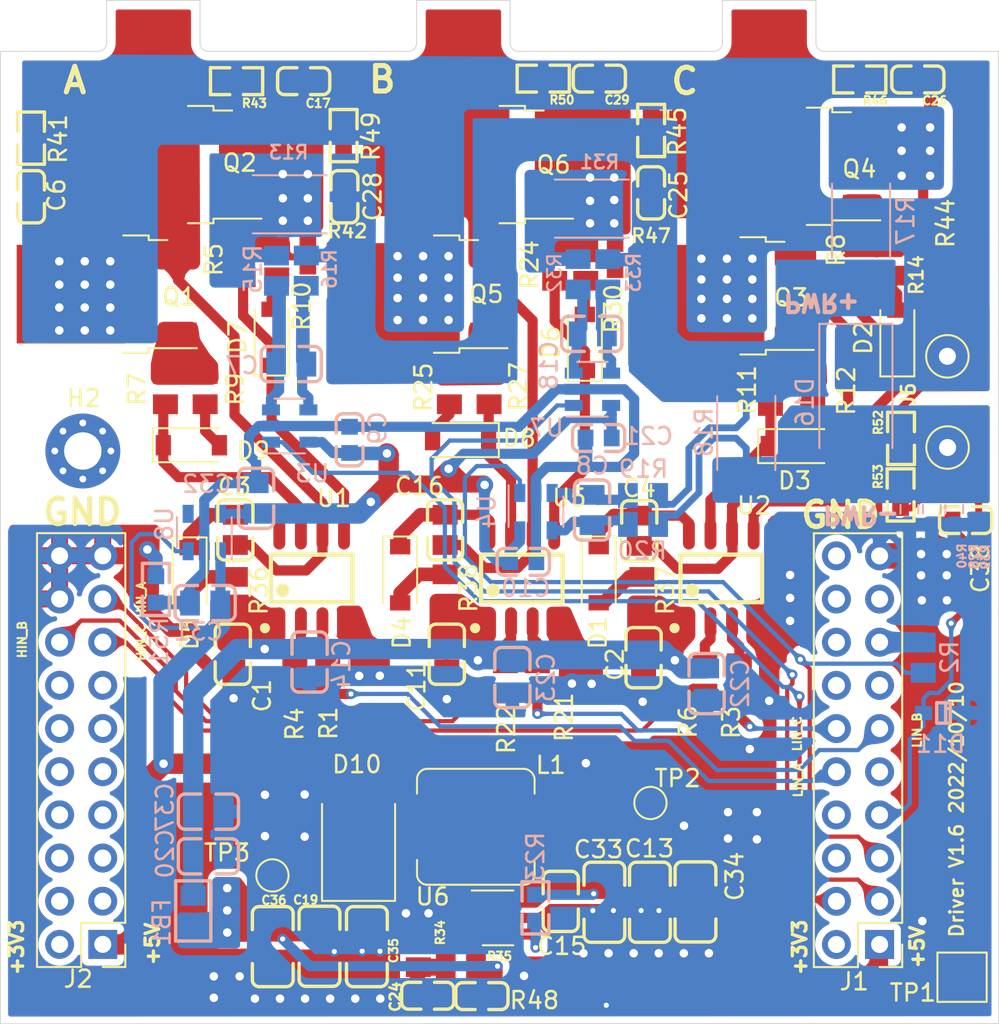
<source format=kicad_pcb>
(kicad_pcb (version 20171130) (host pcbnew "(5.1.12)-1")
  (layers (0 F.Cu signal) (31 B.Cu signal) (34 B.Paste user) (35 F.Paste user) (36 B.SilkS user) (37 F.SilkS user) (38 B.Mask user) (39 F.Mask user) (44 Edge.Cuts user))
  (net 0 "")
  (net 1 VCC)
  (net 2 GNDD)
  (net 3 "Net-(C3-Pad2)")
  (net 4 "Net-(C3-Pad1)")
  (net 5 "Net-(C4-Pad2)")
  (net 6 "Net-(C4-Pad1)")
  (net 7 Vdrive)
  (net 8 GNDPWR)
  (net 9 "Net-(C7-Pad2)")
  (net 10 "Net-(C7-Pad1)")
  (net 11 "Net-(C8-Pad2)")
  (net 12 "Net-(C8-Pad1)")
  (net 13 +3V3)
  (net 14 GNDA)
  (net 15 +5V)
  (net 16 "Net-(C16-Pad2)")
  (net 17 "Net-(C16-Pad1)")
  (net 18 "Net-(C18-Pad2)")
  (net 19 "Net-(C18-Pad1)")
  (net 20 "Net-(D2-Pad2)")
  (net 21 "Net-(D2-Pad1)")
  (net 22 "Net-(D3-Pad2)")
  (net 23 "Net-(D3-Pad1)")
  (net 24 "Net-(D6-Pad2)")
  (net 25 "Net-(D6-Pad1)")
  (net 26 "Net-(D7-Pad2)")
  (net 27 "Net-(D7-Pad1)")
  (net 28 "Net-(D8-Pad2)")
  (net 29 "Net-(D8-Pad1)")
  (net 30 "Net-(D9-Pad2)")
  (net 31 "Net-(D9-Pad1)")
  (net 32 "Net-(D10-Pad2)")
  (net 33 "Net-(J1-Pad20)")
  (net 34 "Net-(J1-Pad18)")
  (net 35 "Net-(J1-Pad17)")
  (net 36 "Net-(J1-Pad16)")
  (net 37 "Net-(J1-Pad15)")
  (net 38 "Net-(J1-Pad14)")
  (net 39 "Net-(J1-Pad13)")
  (net 40 /LIN_C)
  (net 41 /LIN_B)
  (net 42 /LIN_A)
  (net 43 "Net-(J1-Pad9)")
  (net 44 "Net-(J1-Pad8)")
  (net 45 /I_SENSE_ALL)
  (net 46 /I_SENSE_B)
  (net 47 /I_SENSE_A)
  (net 48 /HIN_A)
  (net 49 /HIN_B)
  (net 50 /HIN_C)
  (net 51 "Net-(J2-Pad14)")
  (net 52 "Net-(J2-Pad13)")
  (net 53 "Net-(J2-Pad12)")
  (net 54 "Net-(J2-Pad11)")
  (net 55 "Net-(J2-Pad8)")
  (net 56 "Net-(J2-Pad7)")
  (net 57 "Net-(J2-Pad6)")
  (net 58 "Net-(J2-Pad5)")
  (net 59 "Net-(J2-Pad4)")
  (net 60 "Net-(J2-Pad3)")
  (net 61 "Net-(Q1-Pad1)")
  (net 62 "Net-(Q2-Pad1)")
  (net 63 "Net-(Q3-Pad1)")
  (net 64 "Net-(Q4-Pad1)")
  (net 65 "Net-(Q5-Pad1)")
  (net 66 "Net-(Q6-Pad1)")
  (net 67 "Net-(R1-Pad2)")
  (net 68 "Net-(R3-Pad2)")
  (net 69 "Net-(R4-Pad2)")
  (net 70 "Net-(R6-Pad2)")
  (net 71 /I_SENSE_GND)
  (net 72 "Net-(R21-Pad2)")
  (net 73 "Net-(R22-Pad2)")
  (net 74 "Net-(R23-Pad2)")
  (net 75 "Net-(D1-Pad2)")
  (net 76 "Net-(D4-Pad2)")
  (net 77 "Net-(D5-Pad2)")
  (net 78 "Net-(C24-Pad2)")
  (net 79 "Net-(C24-Pad1)")
  (net 80 "Net-(C17-Pad1)")
  (net 81 "Net-(C6-Pad1)")
  (net 82 "Net-(C17-Pad2)")
  (net 83 "Net-(C25-Pad1)")
  (net 84 "Net-(C26-Pad2)")
  (net 85 "Net-(C26-Pad1)")
  (net 86 "Net-(C28-Pad1)")
  (net 87 "Net-(C29-Pad2)")
  (net 88 "Net-(C29-Pad1)")
  (net 89 "Net-(J1-Pad2)")
  (net 90 "Net-(J2-Pad2)")
  (net 91 "Net-(U8-Pad4)")
  (net 92 "Net-(C19-Pad2)")
  (net 93 /TMP_SENSE)
  (net 94 /PWR_VSENSE)
  (net 95 "Net-(J2-Pad10)")
  (net 96 "Net-(J2-Pad9)")
  (module MountingHole:MountingHole_2.2mm_M2_Pad_Via (layer F.Cu) (at 116.6 103.005 180)
    (fp_text reference H2 (at -0.05 3.105) (layer F.SilkS))
    (fp_text value MountingHole)
    (pad 1 thru_hole circle (at 0 0 180) (size 4.4 4.4) (drill 2.2) (layers *.Cu *.Mask))
    (pad 1 thru_hole circle (at 1.65 0 180) (size 0.7 0.7) (drill 0.4) (layers *.Cu *.Mask))
    (pad 1 thru_hole circle (at 1.166726 1.166726 180) (size 0.7 0.7) (drill 0.4) (layers *.Cu *.Mask))
    (pad 1 thru_hole circle (at 0 1.65 180) (size 0.7 0.7) (drill 0.4) (layers *.Cu *.Mask))
    (pad 1 thru_hole circle (at -1.166726 1.166726 180) (size 0.7 0.7) (drill 0.4) (layers *.Cu *.Mask))
    (pad 1 thru_hole circle (at -1.65 0 180) (size 0.7 0.7) (drill 0.4) (layers *.Cu *.Mask))
    (pad 1 thru_hole circle (at -1.166726 -1.166726 180) (size 0.7 0.7) (drill 0.4) (layers *.Cu *.Mask))
    (pad 1 thru_hole circle (at 0 -1.65 180) (size 0.7 0.7) (drill 0.4) (layers *.Cu *.Mask))
    (pad 1 thru_hole circle (at 1.166726 -1.166726 180) (size 0.7 0.7) (drill 0.4) (layers *.Cu *.Mask))
  )
  (module lc_lib:0603_R (layer F.Cu) (at 164.735 105.59 270)
    (fp_text reference R53 (at -1.08 1.325 90) (layer F.SilkS) (effects (font (size 0.5 0.5) (thickness 0.125))))
    (fp_text value 33k)
    (pad 2 smd rect (at 0.77 0 270) (size 0.93 0.98) (layers F.Cu F.Paste F.Mask) (net 8 GNDPWR))
    (pad 1 smd rect (at -0.77 0 270) (size 0.93 0.98) (layers F.Cu F.Paste F.Mask) (net 94 /PWR_VSENSE))
  )
  (module lc_lib:0603_R (layer F.Cu) (at 164.76 102.265 90)
    (fp_text reference R52 (at 0.935 -1.34 90) (layer F.SilkS) (effects (font (size 0.5 0.5) (thickness 0.125))))
    (fp_text value 470k)
    (pad 2 smd rect (at 0.77 0 90) (size 0.93 0.98) (layers F.Cu F.Paste F.Mask) (net 7 Vdrive))
    (pad 1 smd rect (at -0.77 0 90) (size 0.93 0.98) (layers F.Cu F.Paste F.Mask) (net 94 /PWR_VSENSE))
  )
  (module lc_lib:SOD-323 (layer B.Cu) (at 167.26 118.415 180)
    (fp_text reference D11 (at 0.17 -1.825) (layer B.SilkS) (effects (justify mirror)))
    (fp_text value D_TVS)
    (pad 2 smd rect (at -1.18 0 180) (size 1 0.83) (layers B.Cu B.Paste B.Mask) (net 2 GNDD))
    (pad 1 smd rect (at 1.18 0 180) (size 1 0.83) (layers B.Cu B.Paste B.Mask) (net 94 /PWR_VSENSE))
  )
  (module lc_lib:0603_C (layer F.Cu) (at 168.56 107.065 180)
    (fp_text reference C38 (at -0.87 -2.855 90) (layer F.SilkS))
    (fp_text value 100nF)
    (pad 2 smd rect (at 0.77 0 180) (size 0.93 0.98) (layers F.Cu F.Paste F.Mask) (net 94 /PWR_VSENSE))
    (pad 1 smd rect (at -0.77 0 180) (size 0.93 0.98) (layers F.Cu F.Paste F.Mask) (net 8 GNDPWR))
  )
  (module lc_lib:0805_L (layer B.Cu) (at 123.1 130.06 270)
    (fp_text reference FB1 (at 0.68 1.85 90) (layer B.SilkS) (effects (justify mirror)))
    (fp_text value Ferrite_Bead)
    (pad 2 smd rect (at 0.89 0 270) (size 1.16 1.47) (layers B.Cu B.Paste B.Mask) (net 92 "Net-(C19-Pad2)"))
    (pad 1 smd rect (at -0.89 0 270) (size 1.16 1.47) (layers B.Cu B.Paste B.Mask) (net 1 VCC))
  )
  (module lc_lib:0805_C (layer B.Cu) (at 123.99 124.22 180)
    (fp_text reference C37 (at 2.56 0.25 90) (layer B.SilkS) (effects (justify mirror)))
    (fp_text value 10nF)
    (pad 1 smd rect (at -0.89 0 180) (size 1.16 1.47) (layers B.Cu B.Paste B.Mask) (net 2 GNDD))
    (pad 2 smd rect (at 0.89 0 180) (size 1.16 1.47) (layers B.Cu B.Paste B.Mask) (net 1 VCC))
  )
  (module TestPoint:TestPoint_Pad_D1.5mm (layer F.Cu) (at 150.01 123.71)
    (fp_text reference TP2 (at 1.6 -1.45) (layer F.SilkS))
    (fp_text value TestPoint)
    (pad 1 smd circle (at 0 0) (size 1.5 1.5) (layers F.Cu F.Mask) (net 15 +5V))
  )
  (module Package_TO_SOT_SMD:SOT-23-5_HandSoldering (layer F.Cu) (at 141.04 130.47)
    (fp_text reference U6 (at -3.85 -1.25) (layer F.SilkS))
    (fp_text value MT3540)
    (pad 5 smd rect (at 1.35 -0.95) (size 1.56 0.65) (layers F.Cu F.Paste F.Mask) (net 15 +5V))
    (pad 4 smd rect (at 1.35 0.95) (size 1.56 0.65) (layers F.Cu F.Paste F.Mask) (net 74 "Net-(R23-Pad2)"))
    (pad 3 smd rect (at -1.35 0.95) (size 1.56 0.65) (layers F.Cu F.Paste F.Mask) (net 78 "Net-(C24-Pad2)"))
    (pad 2 smd rect (at -1.35 0) (size 1.56 0.65) (layers F.Cu F.Paste F.Mask) (net 2 GNDD))
    (pad 1 smd rect (at -1.35 -0.95) (size 1.56 0.65) (layers F.Cu F.Paste F.Mask) (net 32 "Net-(D10-Pad2)"))
  )
  (module lc_lib:1206_C (layer F.Cu) (at 127.78 132.16 90)
    (fp_text reference C36 (at 2.73 0.07 180) (layer F.SilkS) (effects (font (size 0.5 0.5) (thickness 0.125))))
    (fp_text value 22uF)
    (pad 2 smd rect (at 1.49 0 90) (size 1.13 1.8) (layers F.Cu F.Paste F.Mask) (net 92 "Net-(C19-Pad2)"))
    (pad 1 smd rect (at -1.49 0 90) (size 1.13 1.8) (layers F.Cu F.Paste F.Mask) (net 2 GNDD))
  )
  (module lc_lib:1206_C (layer F.Cu) (at 133.32 132.16 90)
    (fp_text reference C35 (at -0.24 1.57 270) (layer F.SilkS) (effects (font (size 0.5 0.5) (thickness 0.125))))
    (fp_text value 22uF)
    (pad 2 smd rect (at 1.49 0 90) (size 1.13 1.8) (layers F.Cu F.Paste F.Mask) (net 92 "Net-(C19-Pad2)"))
    (pad 1 smd rect (at -1.49 0 90) (size 1.13 1.8) (layers F.Cu F.Paste F.Mask) (net 2 GNDD))
  )
  (module lc_lib:1206_C (layer F.Cu) (at 130.53 132.14 90)
    (fp_text reference C19 (at 2.73 -0.81 180) (layer F.SilkS) (effects (font (size 0.5 0.5) (thickness 0.125))))
    (fp_text value 22uF)
    (pad 2 smd rect (at 1.49 0 90) (size 1.13 1.8) (layers F.Cu F.Paste F.Mask) (net 92 "Net-(C19-Pad2)"))
    (pad 1 smd rect (at -1.49 0 90) (size 1.13 1.8) (layers F.Cu F.Paste F.Mask) (net 2 GNDD))
  )
  (module Diode_SMD:D_SMB (layer F.Cu) (at 132.83 125.92 90)
    (fp_text reference D10 (at 4.48 -0.1 180) (layer F.SilkS))
    (fp_text value 1N5821)
    (pad 2 smd rect (at 2.15 0 90) (size 2.5 2.3) (layers F.Cu F.Paste F.Mask) (net 32 "Net-(D10-Pad2)"))
    (pad 1 smd rect (at -2.15 0 90) (size 2.5 2.3) (layers F.Cu F.Paste F.Mask) (net 92 "Net-(C19-Pad2)"))
  )
  (module lc_lib:0603_R (layer B.Cu) (at 143.24 129.88 270)
    (fp_text reference R23 (at -3.0115 -0.0045 270) (layer B.SilkS) (effects (justify mirror)))
    (fp_text value 5k)
    (pad 2 smd rect (at 0.77 0 270) (size 0.93 0.98) (layers B.Cu B.Paste B.Mask) (net 74 "Net-(R23-Pad2)"))
    (pad 1 smd rect (at -0.77 0 270) (size 0.93 0.98) (layers B.Cu B.Paste B.Mask) (net 15 +5V))
  )
  (module lc_lib:1206_C (layer F.Cu) (at 152.66 129.53 90)
    (fp_text reference C34 (at 1.5 2.31 270) (layer F.SilkS))
    (fp_text value 22uF)
    (pad 2 smd rect (at 1.49 0 90) (size 1.13 1.8) (layers F.Cu F.Paste F.Mask) (net 15 +5V))
    (pad 1 smd rect (at -1.49 0 90) (size 1.13 1.8) (layers F.Cu F.Paste F.Mask) (net 2 GNDD))
  )
  (module lc_lib:1206_C (layer F.Cu) (at 147.3 129.55 90)
    (fp_text reference C33 (at 3.11 -0.35 180) (layer F.SilkS))
    (fp_text value 22uF)
    (pad 2 smd rect (at 1.49 0 90) (size 1.13 1.8) (layers F.Cu F.Paste F.Mask) (net 15 +5V))
    (pad 1 smd rect (at -1.49 0 90) (size 1.13 1.8) (layers F.Cu F.Paste F.Mask) (net 2 GNDD))
  )
  (module lc_lib:1206_C (layer F.Cu) (at 149.98 129.55 90)
    (fp_text reference C13 (at 3.16 -0.03 180) (layer F.SilkS))
    (fp_text value 22uF)
    (pad 2 smd rect (at 1.49 0 90) (size 1.13 1.8) (layers F.Cu F.Paste F.Mask) (net 15 +5V))
    (pad 1 smd rect (at -1.49 0 90) (size 1.13 1.8) (layers F.Cu F.Paste F.Mask) (net 2 GNDD))
  )
  (module lc_lib:0603_C (layer B.Cu) (at 146.96 102.24)
    (fp_text reference C21 (at 2.93 -0.11) (layer B.SilkS) (effects (justify mirror)))
    (fp_text value 100nF)
    (pad 2 smd rect (at 0.77 0) (size 0.93 0.98) (layers B.Cu B.Paste B.Mask) (net 13 +3V3))
    (pad 1 smd rect (at -0.77 0) (size 0.93 0.98) (layers B.Cu B.Paste B.Mask) (net 14 GNDA))
  )
  (module lc_lib:0603_C (layer B.Cu) (at 142.525 109.525 180)
    (fp_text reference C10 (at -0.15 -1.55) (layer B.SilkS) (effects (justify mirror)))
    (fp_text value 100nF)
    (pad 2 smd rect (at 0.77 0 180) (size 0.93 0.98) (layers B.Cu B.Paste B.Mask) (net 13 +3V3))
    (pad 1 smd rect (at -0.77 0 180) (size 0.93 0.98) (layers B.Cu B.Paste B.Mask) (net 14 GNDA))
  )
  (module lc_lib:0603_C (layer B.Cu) (at 132.3 102.35 270)
    (fp_text reference C9 (at -0.7 -1.65 90) (layer B.SilkS) (effects (justify mirror)))
    (fp_text value 100nF)
    (pad 2 smd rect (at 0.77 0 270) (size 0.93 0.98) (layers B.Cu B.Paste B.Mask) (net 13 +3V3))
    (pad 1 smd rect (at -0.77 0 270) (size 0.93 0.98) (layers B.Cu B.Paste B.Mask) (net 14 GNDA))
  )
  (module Resistor_SMD:R_2512_6332Metric_Pad1.40x3.35mm_HandSolder (layer B.Cu) (at 155.65 101.95 90)
    (fp_text reference R18 (at 0.0508 -2.4892 270) (layer B.SilkS) (effects (justify mirror)))
    (fp_text value 0.01)
    (pad 2 smd roundrect (at 3.05 0 90) (size 1.4 3.35) (layers B.Cu B.Paste B.Mask) (roundrect_rratio 0.1785707142857143) (net 71 /I_SENSE_GND))
    (pad 1 smd roundrect (at -3.05 0 90) (size 1.4 3.35) (layers B.Cu B.Paste B.Mask) (roundrect_rratio 0.1785707142857143) (net 8 GNDPWR))
  )
  (module Package_TO_SOT_SMD:SOT-23-5 (layer B.Cu) (at 123.75 107.8 90)
    (fp_text reference U8 (at 0.5 -2.35 90) (layer B.SilkS) (effects (justify mirror)))
    (fp_text value LP5907MFX-3.3)
    (pad 5 smd rect (at 1.1 0.95 90) (size 1.06 0.65) (layers B.Cu B.Paste B.Mask) (net 13 +3V3))
    (pad 4 smd rect (at 1.1 -0.95 90) (size 1.06 0.65) (layers B.Cu B.Paste B.Mask) (net 91 "Net-(U8-Pad4)"))
    (pad 3 smd rect (at -1.1 -0.95 90) (size 1.06 0.65) (layers B.Cu B.Paste B.Mask) (net 15 +5V))
    (pad 2 smd rect (at -1.1 0 90) (size 1.06 0.65) (layers B.Cu B.Paste B.Mask) (net 14 GNDA))
    (pad 1 smd rect (at -1.1 0.95 90) (size 1.06 0.65) (layers B.Cu B.Paste B.Mask) (net 15 +5V))
  )
  (module lc_lib:0603_R (layer B.Cu) (at 120.9 111.15 270)
    (fp_text reference R51 (at 3.07 -0.2 90) (layer B.SilkS) (effects (justify mirror)))
    (fp_text value 0603_0Ω__0R0_1%)
    (pad 2 smd rect (at 0.77 0 270) (size 0.93 0.98) (layers B.Cu B.Paste B.Mask) (net 14 GNDA))
    (pad 1 smd rect (at -0.77 0 270) (size 0.93 0.98) (layers B.Cu B.Paste B.Mask) (net 2 GNDD))
  )
  (module lc_lib:0805_C (layer B.Cu) (at 126.8 105.79 270)
    (fp_text reference C32 (at -0.85 2.9 180) (layer B.SilkS) (effects (justify mirror)))
    (fp_text value 1uF)
    (pad 2 smd rect (at 0.89 0 270) (size 1.16 1.47) (layers B.Cu B.Paste B.Mask) (net 13 +3V3))
    (pad 1 smd rect (at -0.89 0 270) (size 1.16 1.47) (layers B.Cu B.Paste B.Mask) (net 14 GNDA))
  )
  (module lc_lib:0805_C (layer B.Cu) (at 123.8 111.95)
    (fp_text reference C31 (at -0.393619 1.684276) (layer B.SilkS) (effects (justify mirror)))
    (fp_text value 1uF)
    (pad 2 smd rect (at 0.89 0) (size 1.16 1.47) (layers B.Cu B.Paste B.Mask) (net 15 +5V))
    (pad 1 smd rect (at -0.89 0) (size 1.16 1.47) (layers B.Cu B.Paste B.Mask) (net 14 GNDA))
  )
  (module lc_lib:0603_R (layer F.Cu) (at 143.7 81.1 180)
    (fp_text reference R50 (at -1.1 -1.25) (layer F.SilkS) (effects (font (size 0.5 0.5) (thickness 0.125))))
    (fp_text value 10R)
    (pad 2 smd rect (at 0.77 0 180) (size 0.93 0.98) (layers F.Cu F.Paste F.Mask) (net 17 "Net-(C16-Pad1)"))
    (pad 1 smd rect (at -0.77 0 180) (size 0.93 0.98) (layers F.Cu F.Paste F.Mask) (net 87 "Net-(C29-Pad2)"))
  )
  (module lc_lib:0603_R (layer F.Cu) (at 131.95 84.45 90)
    (fp_text reference R49 (at -0.05 1.61 90) (layer F.SilkS))
    (fp_text value 10R)
    (pad 2 smd rect (at 0.77 0 90) (size 0.93 0.98) (layers F.Cu F.Paste F.Mask) (net 17 "Net-(C16-Pad1)"))
    (pad 1 smd rect (at -0.77 0 90) (size 0.93 0.98) (layers F.Cu F.Paste F.Mask) (net 86 "Net-(C28-Pad1)"))
  )
  (module lc_lib:0603_R (layer F.Cu) (at 162.33 81.15 180)
    (fp_text reference R46 (at -0.92 -1.25) (layer F.SilkS) (effects (font (size 0.5 0.5) (thickness 0.125))))
    (fp_text value 10R)
    (pad 2 smd rect (at 0.77 0 180) (size 0.93 0.98) (layers F.Cu F.Paste F.Mask) (net 6 "Net-(C4-Pad1)"))
    (pad 1 smd rect (at -0.77 0 180) (size 0.93 0.98) (layers F.Cu F.Paste F.Mask) (net 84 "Net-(C26-Pad2)"))
  )
  (module lc_lib:0603_R (layer F.Cu) (at 150.05 84.15 90)
    (fp_text reference R45 (at -0.06 1.54 90) (layer F.SilkS))
    (fp_text value 10R)
    (pad 2 smd rect (at 0.77 0 90) (size 0.93 0.98) (layers F.Cu F.Paste F.Mask) (net 6 "Net-(C4-Pad1)"))
    (pad 1 smd rect (at -0.77 0 90) (size 0.93 0.98) (layers F.Cu F.Paste F.Mask) (net 83 "Net-(C25-Pad1)"))
  )
  (module lc_lib:0603_R (layer F.Cu) (at 125.65 81.25 180)
    (fp_text reference R43 (at -1.05 -1.3 180) (layer F.SilkS) (effects (font (size 0.5 0.5) (thickness 0.125))))
    (fp_text value 10R)
    (pad 2 smd rect (at 0.77 0 180) (size 0.93 0.98) (layers F.Cu F.Paste F.Mask) (net 4 "Net-(C3-Pad1)"))
    (pad 1 smd rect (at -0.77 0 180) (size 0.93 0.98) (layers F.Cu F.Paste F.Mask) (net 82 "Net-(C17-Pad2)"))
  )
  (module lc_lib:0603_R (layer F.Cu) (at 113.55 84.6 90)
    (fp_text reference R41 (at -0.05 1.6 90) (layer F.SilkS))
    (fp_text value 10R)
    (pad 2 smd rect (at 0.77 0 90) (size 0.93 0.98) (layers F.Cu F.Paste F.Mask) (net 4 "Net-(C3-Pad1)"))
    (pad 1 smd rect (at -0.77 0 90) (size 0.93 0.98) (layers F.Cu F.Paste F.Mask) (net 81 "Net-(C6-Pad1)"))
  )
  (module lc_lib:0603_C (layer F.Cu) (at 147 81.1 180)
    (fp_text reference C29 (at -1.05 -1.25) (layer F.SilkS) (effects (font (size 0.5 0.5) (thickness 0.125))))
    (fp_text value 1uF)
    (pad 2 smd rect (at 0.77 0 180) (size 0.93 0.98) (layers F.Cu F.Paste F.Mask) (net 87 "Net-(C29-Pad2)"))
    (pad 1 smd rect (at -0.77 0 180) (size 0.93 0.98) (layers F.Cu F.Paste F.Mask) (net 88 "Net-(C29-Pad1)"))
  )
  (module lc_lib:0603_C (layer F.Cu) (at 132 88.05 270)
    (fp_text reference C28 (at -0.01 -1.66 90) (layer F.SilkS))
    (fp_text value 1uF)
    (pad 2 smd rect (at 0.77 0 270) (size 0.93 0.98) (layers F.Cu F.Paste F.Mask) (net 7 Vdrive))
    (pad 1 smd rect (at -0.77 0 270) (size 0.93 0.98) (layers F.Cu F.Paste F.Mask) (net 86 "Net-(C28-Pad1)"))
  )
  (module lc_lib:0603_C (layer F.Cu) (at 165.75 81.15 180)
    (fp_text reference C26 (at -1 -1.25) (layer F.SilkS) (effects (font (size 0.5 0.5) (thickness 0.125))))
    (fp_text value 1uF)
    (pad 2 smd rect (at 0.77 0 180) (size 0.93 0.98) (layers F.Cu F.Paste F.Mask) (net 84 "Net-(C26-Pad2)"))
    (pad 1 smd rect (at -0.77 0 180) (size 0.93 0.98) (layers F.Cu F.Paste F.Mask) (net 85 "Net-(C26-Pad1)"))
  )
  (module lc_lib:0603_C (layer F.Cu) (at 150.05 87.82 270)
    (fp_text reference C25 (at 0.13 -1.61 90) (layer F.SilkS))
    (fp_text value 1uF)
    (pad 2 smd rect (at 0.77 0 270) (size 0.93 0.98) (layers F.Cu F.Paste F.Mask) (net 7 Vdrive))
    (pad 1 smd rect (at -0.77 0 270) (size 0.93 0.98) (layers F.Cu F.Paste F.Mask) (net 83 "Net-(C25-Pad1)"))
  )
  (module lc_lib:0603_C (layer F.Cu) (at 129.6 81.25 180)
    (fp_text reference C17 (at -0.85 -1.3) (layer F.SilkS) (effects (font (size 0.5 0.5) (thickness 0.125))))
    (fp_text value 1uF)
    (pad 2 smd rect (at 0.77 0 180) (size 0.93 0.98) (layers F.Cu F.Paste F.Mask) (net 82 "Net-(C17-Pad2)"))
    (pad 1 smd rect (at -0.77 0 180) (size 0.93 0.98) (layers F.Cu F.Paste F.Mask) (net 80 "Net-(C17-Pad1)"))
  )
  (module lc_lib:0603_C (layer F.Cu) (at 113.55 88.05 270)
    (fp_text reference C6 (at -0.1 -1.5 90) (layer F.SilkS))
    (fp_text value 1uF)
    (pad 2 smd rect (at 0.77 0 270) (size 0.93 0.98) (layers F.Cu F.Paste F.Mask) (net 7 Vdrive))
    (pad 1 smd rect (at -0.77 0 270) (size 0.93 0.98) (layers F.Cu F.Paste F.Mask) (net 81 "Net-(C6-Pad1)"))
  )
  (module lc_lib:0603 (layer F.Cu) (at 147.9296 91.5924 90)
    (fp_text reference R47 (at 1.2424 2.1204 180) (layer F.SilkS) (effects (font (size 0.8 0.8))))
    (fp_text value 51k)
    (pad 2 smd rect (at 0.77 0 90) (size 0.93 0.98) (layers F.Cu F.Paste F.Mask) (net 88 "Net-(C29-Pad1)"))
    (pad 1 smd rect (at -0.77 0 90) (size 0.93 0.98) (layers F.Cu F.Paste F.Mask) (net 66 "Net-(Q6-Pad1)"))
  )
  (module lc_lib:0603 (layer F.Cu) (at 166.0652 90.1192 90)
    (fp_text reference R44 (at 0.508 1.3208 90) (layer F.SilkS))
    (fp_text value 51k)
    (pad 2 smd rect (at 0.77 0 90) (size 0.93 0.98) (layers F.Cu F.Paste F.Mask) (net 85 "Net-(C26-Pad1)"))
    (pad 1 smd rect (at -0.77 0 90) (size 0.93 0.98) (layers F.Cu F.Paste F.Mask) (net 64 "Net-(Q4-Pad1)"))
  )
  (module lc_lib:0603 (layer F.Cu) (at 129.8448 91.3892 90)
    (fp_text reference R42 (at 1.3208 2.3368 180) (layer F.SilkS) (effects (font (size 0.8 0.8))))
    (fp_text value 51k)
    (pad 2 smd rect (at 0.77 0 90) (size 0.93 0.98) (layers F.Cu F.Paste F.Mask) (net 80 "Net-(C17-Pad1)"))
    (pad 1 smd rect (at -0.77 0 90) (size 0.93 0.98) (layers F.Cu F.Paste F.Mask) (net 62 "Net-(Q2-Pad1)"))
  )
  (module lc_lib:0603_C (layer F.Cu) (at 140.09 135.07)
    (fp_text reference R48 (at 3.09 0.25 180) (layer F.SilkS))
    (fp_text value 0R)
    (pad 2 smd rect (at 0.77 0) (size 0.93 0.98) (layers F.Cu F.Paste F.Mask) (net 92 "Net-(C19-Pad2)"))
    (pad 1 smd rect (at -0.77 0) (size 0.93 0.98) (layers F.Cu F.Paste F.Mask) (net 79 "Net-(C24-Pad1)"))
  )
  (module lc_lib:0603_C (layer F.Cu) (at 136.9 135.05 180)
    (fp_text reference C24 (at 1.91 -0.06 270) (layer F.SilkS) (effects (font (size 0.6 0.6))))
    (fp_text value 10pF)
    (pad 2 smd rect (at 0.77 0 180) (size 0.93 0.98) (layers F.Cu F.Paste F.Mask) (net 78 "Net-(C24-Pad2)"))
    (pad 1 smd rect (at -0.77 0 180) (size 0.93 0.98) (layers F.Cu F.Paste F.Mask) (net 79 "Net-(C24-Pad1)"))
  )
  (module TestPoint:TestPoint_Pad_2.5x2.5mm (layer F.Cu) (at 168.3512 133.9596)
    (fp_text reference TP1 (at -2.8956 0.9144) (layer F.SilkS))
    (fp_text value TestPoint)
    (pad 1 smd rect (at 0 0) (size 2.5 2.5) (layers F.Cu F.Mask) (net 2 GNDD))
  )
  (module TestPoint:TestPoint_Pad_D1.5mm (layer F.Cu) (at 127.76 127.97)
    (fp_text reference TP3 (at -2.67 -1.33) (layer F.SilkS))
    (fp_text value TestPoint)
    (pad 1 smd circle (at 0 0) (size 1.5 1.5) (layers F.Cu F.Mask) (net 92 "Net-(C19-Pad2)"))
  )
  (module Inductor_SMD:L_Bourns_SRP7028A_7.3x6.6mm (layer F.Cu) (at 139.73 125.11 180)
    (fp_text reference L1 (at -4.41 3.63) (layer F.SilkS))
    (fp_text value 10uH)
    (pad 2 smd rect (at 2.725 0 180) (size 2.95 3.5) (layers F.Cu F.Paste F.Mask) (net 32 "Net-(D10-Pad2)"))
    (pad 1 smd rect (at -2.725 0 180) (size 2.95 3.5) (layers F.Cu F.Paste F.Mask) (net 15 +5V))
  )
  (module Resistor_SMD:R_0603_1608Metric_Pad0.98x0.95mm_HandSolder (layer B.Cu) (at 166.5732 106.426 270)
    (fp_text reference R40 (at 2.754 -1.7668 90) (layer B.SilkS) (effects (font (size 0.5 0.5) (thickness 0.125)) (justify mirror)))
    (fp_text value 0603_0Ω__0R0_1%)
    (pad 2 smd roundrect (at 0.9125 0 270) (size 0.975 0.95) (layers B.Cu B.Paste B.Mask) (net 2 GNDD))
    (pad 1 smd roundrect (at -0.9125 0 270) (size 0.975 0.95) (layers B.Cu B.Paste B.Mask) (net 8 GNDPWR))
  )
  (module Resistor_SMD:R_0603_1608Metric_Pad0.98x0.95mm_HandSolder (layer B.Cu) (at 167.894 106.426 270)
    (fp_text reference R39 (at 2.804 -1.826 90) (layer B.SilkS) (effects (font (size 0.5 0.5) (thickness 0.125)) (justify mirror)))
    (fp_text value 0603_0Ω__0R0_1%)
    (pad 2 smd roundrect (at 0.9125 0 270) (size 0.975 0.95) (layers B.Cu B.Paste B.Mask) (net 2 GNDD))
    (pad 1 smd roundrect (at -0.9125 0 270) (size 0.975 0.95) (layers B.Cu B.Paste B.Mask) (net 8 GNDPWR))
  )
  (module lc_lib:0805 (layer F.Cu) (at 137.922 111.1504 270)
    (fp_text reference R38 (at -0.095219 -1.385876 90) (layer F.SilkS))
    (fp_text value 5R)
    (pad 2 smd rect (at 0.89 0 270) (size 1.16 1.47) (layers F.Cu F.Paste F.Mask) (net 1 VCC))
    (pad 1 smd rect (at -0.89 0 270) (size 1.16 1.47) (layers F.Cu F.Paste F.Mask) (net 76 "Net-(D4-Pad2)"))
  )
  (module lc_lib:0805 (layer F.Cu) (at 149.5044 111.3028 270)
    (fp_text reference R37 (at -0.095219 -1.385876 90) (layer F.SilkS))
    (fp_text value 5R)
    (pad 2 smd rect (at 0.89 0 270) (size 1.16 1.47) (layers F.Cu F.Paste F.Mask) (net 1 VCC))
    (pad 1 smd rect (at -0.89 0 270) (size 1.16 1.47) (layers F.Cu F.Paste F.Mask) (net 75 "Net-(D1-Pad2)"))
  )
  (module lc_lib:0805 (layer F.Cu) (at 125.5776 111.3028 270)
    (fp_text reference R36 (at -0.095219 -1.385876 90) (layer F.SilkS))
    (fp_text value 5R)
    (pad 2 smd rect (at 0.89 0 270) (size 1.16 1.47) (layers F.Cu F.Paste F.Mask) (net 1 VCC))
    (pad 1 smd rect (at -0.89 0 270) (size 1.16 1.47) (layers F.Cu F.Paste F.Mask) (net 77 "Net-(D5-Pad2)"))
  )
  (module Resistor_SMD:R_0603_1608Metric_Pad0.98x0.95mm_HandSolder (layer B.Cu) (at 165.2524 106.426 270)
    (fp_text reference R28 (at 2.784 -3.7976 270) (layer B.SilkS) (effects (font (size 0.5 0.5) (thickness 0.125)) (justify mirror)))
    (fp_text value 0603_0Ω__0R0_1%)
    (pad 2 smd roundrect (at 0.9125 0 270) (size 0.975 0.95) (layers B.Cu B.Paste B.Mask) (net 2 GNDD))
    (pad 1 smd roundrect (at -0.9125 0 270) (size 0.975 0.95) (layers B.Cu B.Paste B.Mask) (net 8 GNDPWR))
  )
  (module Diode_SMD:D_SOD-123 (layer F.Cu) (at 122.8852 110.3376 270)
    (fp_text reference D5 (at 3.4036 0 90) (layer F.SilkS))
    (fp_text value BAT46)
    (pad 2 smd rect (at 1.65 0 270) (size 0.9 1.2) (layers F.Cu F.Paste F.Mask) (net 77 "Net-(D5-Pad2)"))
    (pad 1 smd rect (at -1.65 0 270) (size 0.9 1.2) (layers F.Cu F.Paste F.Mask) (net 3 "Net-(C3-Pad2)"))
  )
  (module Diode_SMD:D_SOD-123 (layer F.Cu) (at 135.2804 110.2868 270)
    (fp_text reference D4 (at 3.4036 -0.1016 90) (layer F.SilkS))
    (fp_text value BAT46)
    (pad 2 smd rect (at 1.65 0 270) (size 0.9 1.2) (layers F.Cu F.Paste F.Mask) (net 76 "Net-(D4-Pad2)"))
    (pad 1 smd rect (at -1.65 0 270) (size 0.9 1.2) (layers F.Cu F.Paste F.Mask) (net 16 "Net-(C16-Pad2)"))
  )
  (module lc_lib:0805_C (layer B.Cu) (at 141.8844 116.332 90)
    (fp_text reference C23 (at 0 1.9812 90) (layer B.SilkS) (effects (justify mirror)))
    (fp_text value 22uF)
    (pad 2 smd rect (at 0.89 0 90) (size 1.16 1.47) (layers B.Cu B.Paste B.Mask) (net 1 VCC))
    (pad 1 smd rect (at -0.89 0 90) (size 1.16 1.47) (layers B.Cu B.Paste B.Mask) (net 2 GNDD))
  )
  (module lc_lib:0805_C (layer B.Cu) (at 153.3144 116.6876 90)
    (fp_text reference C22 (at 0 1.9812 90) (layer B.SilkS) (effects (justify mirror)))
    (fp_text value 22uF)
    (pad 2 smd rect (at 0.89 0 90) (size 1.16 1.47) (layers B.Cu B.Paste B.Mask) (net 1 VCC))
    (pad 1 smd rect (at -0.89 0 90) (size 1.16 1.47) (layers B.Cu B.Paste B.Mask) (net 2 GNDD))
  )
  (module lc_lib:0805_C (layer B.Cu) (at 129.9464 115.4176 90)
    (fp_text reference C14 (at -0.1524 1.8796 90) (layer B.SilkS) (effects (justify mirror)))
    (fp_text value 22uF)
    (pad 2 smd rect (at 0.89 0 90) (size 1.16 1.47) (layers B.Cu B.Paste B.Mask) (net 1 VCC))
    (pad 1 smd rect (at -0.89 0 90) (size 1.16 1.47) (layers B.Cu B.Paste B.Mask) (net 2 GNDD))
  )
  (module Connector_PinHeader_2.54mm:PinHeader_2x10_P2.54mm_Vertical (layer F.Cu) (at 163.4978 132.0336 180)
    (fp_text reference J1 (at 1.4966 -2.18) (layer F.SilkS))
    (fp_text value Conn_02x10_Odd_Even)
    (pad 20 thru_hole oval (at 2.54 22.86 180) (size 1.7 1.7) (drill 1) (layers *.Cu *.Mask) (net 33 "Net-(J1-Pad20)"))
    (pad 19 thru_hole oval (at 0 22.86 180) (size 1.7 1.7) (drill 1) (layers *.Cu *.Mask) (net 2 GNDD))
    (pad 18 thru_hole oval (at 2.54 20.32 180) (size 1.7 1.7) (drill 1) (layers *.Cu *.Mask) (net 34 "Net-(J1-Pad18)"))
    (pad 17 thru_hole oval (at 0 20.32 180) (size 1.7 1.7) (drill 1) (layers *.Cu *.Mask) (net 35 "Net-(J1-Pad17)"))
    (pad 16 thru_hole oval (at 2.54 17.78 180) (size 1.7 1.7) (drill 1) (layers *.Cu *.Mask) (net 36 "Net-(J1-Pad16)"))
    (pad 15 thru_hole oval (at 0 17.78 180) (size 1.7 1.7) (drill 1) (layers *.Cu *.Mask) (net 37 "Net-(J1-Pad15)"))
    (pad 14 thru_hole oval (at 2.54 15.24 180) (size 1.7 1.7) (drill 1) (layers *.Cu *.Mask) (net 38 "Net-(J1-Pad14)"))
    (pad 13 thru_hole oval (at 0 15.24 180) (size 1.7 1.7) (drill 1) (layers *.Cu *.Mask) (net 39 "Net-(J1-Pad13)"))
    (pad 12 thru_hole oval (at 2.54 12.7 180) (size 1.7 1.7) (drill 1) (layers *.Cu *.Mask) (net 40 /LIN_C))
    (pad 11 thru_hole oval (at 0 12.7 180) (size 1.7 1.7) (drill 1) (layers *.Cu *.Mask) (net 41 /LIN_B))
    (pad 10 thru_hole oval (at 2.54 10.16 180) (size 1.7 1.7) (drill 1) (layers *.Cu *.Mask) (net 42 /LIN_A))
    (pad 9 thru_hole oval (at 0 10.16 180) (size 1.7 1.7) (drill 1) (layers *.Cu *.Mask) (net 43 "Net-(J1-Pad9)"))
    (pad 8 thru_hole oval (at 2.54 7.62 180) (size 1.7 1.7) (drill 1) (layers *.Cu *.Mask) (net 44 "Net-(J1-Pad8)"))
    (pad 7 thru_hole oval (at 0 7.62 180) (size 1.7 1.7) (drill 1) (layers *.Cu *.Mask) (net 94 /PWR_VSENSE))
    (pad 6 thru_hole oval (at 2.54 5.08 180) (size 1.7 1.7) (drill 1) (layers *.Cu *.Mask) (net 93 /TMP_SENSE))
    (pad 5 thru_hole oval (at 0 5.08 180) (size 1.7 1.7) (drill 1) (layers *.Cu *.Mask) (net 45 /I_SENSE_ALL))
    (pad 4 thru_hole oval (at 2.54 2.54 180) (size 1.7 1.7) (drill 1) (layers *.Cu *.Mask) (net 46 /I_SENSE_B))
    (pad 3 thru_hole oval (at 0 2.54 180) (size 1.7 1.7) (drill 1) (layers *.Cu *.Mask) (net 47 /I_SENSE_A))
    (pad 2 thru_hole oval (at 2.54 0 180) (size 1.7 1.7) (drill 1) (layers *.Cu *.Mask) (net 89 "Net-(J1-Pad2)"))
    (pad 1 thru_hole rect (at 0 0 180) (size 1.7 1.7) (drill 1) (layers *.Cu *.Mask) (net 15 +5V))
  )
  (module Package_TO_SOT_SMD:TO-252-2 (layer F.Cu) (at 140.1572 86.1568 180)
    (fp_text reference Q6 (at -4.1492 -0.006) (layer F.SilkS))
    (fp_text value Q_NMOS_GDS)
    (pad 2 smd rect (at 2.1 0 180) (size 6.4 5.8) (layers F.Cu F.Mask) (net 17 "Net-(C16-Pad1)"))
    (pad 3 smd rect (at -4.2 2.28 180) (size 2.2 1.2) (layers F.Cu F.Paste F.Mask) (net 88 "Net-(C29-Pad1)"))
    (pad 1 smd rect (at -4.2 -2.28 180) (size 2.2 1.2) (layers F.Cu F.Paste F.Mask) (net 66 "Net-(Q6-Pad1)"))
  )
  (module Resistor_SMD:R_2512_6332Metric_Pad1.40x3.35mm_HandSolder (layer B.Cu) (at 146.558 88.7476 180)
    (fp_text reference R31 (at -0.452 2.7376 180) (layer B.SilkS) (effects (font (size 0.8 0.8)) (justify mirror)))
    (fp_text value 0.01)
    (pad 2 smd roundrect (at 3.05 0 180) (size 1.4 3.35) (layers B.Cu B.Paste B.Mask) (roundrect_rratio 0.1785707142857143) (net 88 "Net-(C29-Pad1)"))
    (pad 1 smd roundrect (at -3.05 0 180) (size 1.4 3.35) (layers B.Cu B.Paste B.Mask) (roundrect_rratio 0.1785707142857143) (net 71 /I_SENSE_GND))
  )
  (module Resistor_SMD:R_2512_6332Metric_Pad1.40x3.35mm_HandSolder (layer B.Cu) (at 162.4076 89.4588 90)
    (fp_text reference R17 (at 0 2.62 270) (layer B.SilkS) (effects (justify mirror)))
    (fp_text value 0.01)
    (pad 2 smd roundrect (at 3.05 0 90) (size 1.4 3.35) (layers B.Cu B.Paste B.Mask) (roundrect_rratio 0.1785707142857143) (net 85 "Net-(C26-Pad1)"))
    (pad 1 smd roundrect (at -3.05 0 90) (size 1.4 3.35) (layers B.Cu B.Paste B.Mask) (roundrect_rratio 0.1785707142857143) (net 71 /I_SENSE_GND))
  )
  (module Resistor_SMD:R_2512_6332Metric_Pad1.40x3.35mm_HandSolder (layer B.Cu) (at 128.778 88.4936 180)
    (fp_text reference R13 (at 0.068 3.0536 180) (layer B.SilkS) (effects (font (size 0.8 0.8)) (justify mirror)))
    (fp_text value 0.01)
    (pad 2 smd roundrect (at 3.05 0 180) (size 1.4 3.35) (layers B.Cu B.Paste B.Mask) (roundrect_rratio 0.1785707142857143) (net 80 "Net-(C17-Pad1)"))
    (pad 1 smd roundrect (at -3.05 0 180) (size 1.4 3.35) (layers B.Cu B.Paste B.Mask) (roundrect_rratio 0.1785707142857143) (net 71 /I_SENSE_GND))
  )
  (module Diode_SMD:D_SMB_Handsoldering (layer B.Cu) (at 162.1028 100.1268 270)
    (fp_text reference D16 (at 0 3 270) (layer B.SilkS) (effects (justify mirror)))
    (fp_text value D_ALT)
    (pad 2 smd rect (at 2.7 0 270) (size 3.5 2.3) (layers B.Cu B.Paste B.Mask) (net 8 GNDPWR))
    (pad 1 smd rect (at -2.7 0 270) (size 3.5 2.3) (layers B.Cu B.Paste B.Mask) (net 7 Vdrive))
  )
  (module Connector_PinHeader_2.54mm:PinHeader_2x10_P2.54mm_Vertical (layer F.Cu) (at 117.7728 132.0286 180)
    (fp_text reference J2 (at 1.4408 -2.0326) (layer F.SilkS))
    (fp_text value Conn_02x10_Odd_Even)
    (pad 20 thru_hole oval (at 2.54 22.86 180) (size 1.7 1.7) (drill 1) (layers *.Cu *.Mask) (net 2 GNDD))
    (pad 19 thru_hole oval (at 0 22.86 180) (size 1.7 1.7) (drill 1) (layers *.Cu *.Mask) (net 2 GNDD))
    (pad 18 thru_hole oval (at 2.54 20.32 180) (size 1.7 1.7) (drill 1) (layers *.Cu *.Mask) (net 2 GNDD))
    (pad 17 thru_hole oval (at 0 20.32 180) (size 1.7 1.7) (drill 1) (layers *.Cu *.Mask) (net 48 /HIN_A))
    (pad 16 thru_hole oval (at 2.54 17.78 180) (size 1.7 1.7) (drill 1) (layers *.Cu *.Mask) (net 49 /HIN_B))
    (pad 15 thru_hole oval (at 0 17.78 180) (size 1.7 1.7) (drill 1) (layers *.Cu *.Mask) (net 50 /HIN_C))
    (pad 14 thru_hole oval (at 2.54 15.24 180) (size 1.7 1.7) (drill 1) (layers *.Cu *.Mask) (net 51 "Net-(J2-Pad14)"))
    (pad 13 thru_hole oval (at 0 15.24 180) (size 1.7 1.7) (drill 1) (layers *.Cu *.Mask) (net 52 "Net-(J2-Pad13)"))
    (pad 12 thru_hole oval (at 2.54 12.7 180) (size 1.7 1.7) (drill 1) (layers *.Cu *.Mask) (net 53 "Net-(J2-Pad12)"))
    (pad 11 thru_hole oval (at 0 12.7 180) (size 1.7 1.7) (drill 1) (layers *.Cu *.Mask) (net 54 "Net-(J2-Pad11)"))
    (pad 10 thru_hole oval (at 2.54 10.16 180) (size 1.7 1.7) (drill 1) (layers *.Cu *.Mask) (net 95 "Net-(J2-Pad10)"))
    (pad 9 thru_hole oval (at 0 10.16 180) (size 1.7 1.7) (drill 1) (layers *.Cu *.Mask) (net 96 "Net-(J2-Pad9)"))
    (pad 8 thru_hole oval (at 2.54 7.62 180) (size 1.7 1.7) (drill 1) (layers *.Cu *.Mask) (net 55 "Net-(J2-Pad8)"))
    (pad 7 thru_hole oval (at 0 7.62 180) (size 1.7 1.7) (drill 1) (layers *.Cu *.Mask) (net 56 "Net-(J2-Pad7)"))
    (pad 6 thru_hole oval (at 2.54 5.08 180) (size 1.7 1.7) (drill 1) (layers *.Cu *.Mask) (net 57 "Net-(J2-Pad6)"))
    (pad 5 thru_hole oval (at 0 5.08 180) (size 1.7 1.7) (drill 1) (layers *.Cu *.Mask) (net 58 "Net-(J2-Pad5)"))
    (pad 4 thru_hole oval (at 2.54 2.54 180) (size 1.7 1.7) (drill 1) (layers *.Cu *.Mask) (net 59 "Net-(J2-Pad4)"))
    (pad 3 thru_hole oval (at 0 2.54 180) (size 1.7 1.7) (drill 1) (layers *.Cu *.Mask) (net 60 "Net-(J2-Pad3)"))
    (pad 2 thru_hole oval (at 2.54 0 180) (size 1.7 1.7) (drill 1) (layers *.Cu *.Mask) (net 90 "Net-(J2-Pad2)"))
    (pad 1 thru_hole rect (at 0 0 180) (size 1.7 1.7) (drill 1) (layers *.Cu *.Mask) (net 15 +5V))
  )
  (module Diode_SMD:D_SOD-123 (layer F.Cu) (at 122.9868 102.6668)
    (fp_text reference D9 (at 3.6384 0.33) (layer F.SilkS))
    (fp_text value 1N4148)
    (pad 2 smd rect (at 1.65 0) (size 0.9 1.2) (layers F.Cu F.Paste F.Mask) (net 30 "Net-(D9-Pad2)"))
    (pad 1 smd rect (at -1.65 0) (size 0.9 1.2) (layers F.Cu F.Paste F.Mask) (net 31 "Net-(D9-Pad1)"))
  )
  (module Diode_SMD:D_SOD-123 (layer F.Cu) (at 138.8364 102.362 180)
    (fp_text reference D8 (at -3.4544 0.1016) (layer F.SilkS))
    (fp_text value 1N4148)
    (pad 2 smd rect (at 1.65 0 180) (size 0.9 1.2) (layers F.Cu F.Paste F.Mask) (net 28 "Net-(D8-Pad2)"))
    (pad 1 smd rect (at -1.65 0 180) (size 0.9 1.2) (layers F.Cu F.Paste F.Mask) (net 29 "Net-(D8-Pad1)"))
  )
  (module Diode_SMD:D_SOD-123 (layer F.Cu) (at 127.7112 96.3168 90)
    (fp_text reference D7 (at 0 -2 90) (layer F.SilkS))
    (fp_text value 1N4148)
    (pad 2 smd rect (at 1.65 0 90) (size 0.9 1.2) (layers F.Cu F.Paste F.Mask) (net 26 "Net-(D7-Pad2)"))
    (pad 1 smd rect (at -1.65 0 90) (size 0.9 1.2) (layers F.Cu F.Paste F.Mask) (net 27 "Net-(D7-Pad1)"))
  )
  (module Diode_SMD:D_SOD-123 (layer F.Cu) (at 146.1516 96.6216 90)
    (fp_text reference D6 (at 0 -2 90) (layer F.SilkS))
    (fp_text value 1N4148)
    (pad 2 smd rect (at 1.65 0 90) (size 0.9 1.2) (layers F.Cu F.Paste F.Mask) (net 24 "Net-(D6-Pad2)"))
    (pad 1 smd rect (at -1.65 0 90) (size 0.9 1.2) (layers F.Cu F.Paste F.Mask) (net 25 "Net-(D6-Pad1)"))
  )
  (module Diode_SMD:D_SOD-123 (layer F.Cu) (at 158.5976 102.7176)
    (fp_text reference D3 (at -0.1016 2.032) (layer F.SilkS))
    (fp_text value 1N4148)
    (pad 2 smd rect (at 1.65 0) (size 0.9 1.2) (layers F.Cu F.Paste F.Mask) (net 22 "Net-(D3-Pad2)"))
    (pad 1 smd rect (at -1.65 0) (size 0.9 1.2) (layers F.Cu F.Paste F.Mask) (net 23 "Net-(D3-Pad1)"))
  )
  (module Diode_SMD:D_SOD-123 (layer F.Cu) (at 164.5412 96.3676 90)
    (fp_text reference D2 (at 0 -2 90) (layer F.SilkS))
    (fp_text value 1N4148)
    (pad 2 smd rect (at 1.65 0 90) (size 0.9 1.2) (layers F.Cu F.Paste F.Mask) (net 20 "Net-(D2-Pad2)"))
    (pad 1 smd rect (at -1.65 0 90) (size 0.9 1.2) (layers F.Cu F.Paste F.Mask) (net 21 "Net-(D2-Pad1)"))
  )
  (module Diode_SMD:D_SOD-123 (layer F.Cu) (at 146.9644 110.2838 270)
    (fp_text reference D1 (at 3.4066 0.0508 90) (layer F.SilkS))
    (fp_text value BAT46)
    (pad 2 smd rect (at 1.65 0 270) (size 0.9 1.2) (layers F.Cu F.Paste F.Mask) (net 75 "Net-(D1-Pad2)"))
    (pad 1 smd rect (at -1.65 0 270) (size 0.9 1.2) (layers F.Cu F.Paste F.Mask) (net 5 "Net-(C4-Pad2)"))
  )
  (module Package_TO_SOT_SMD:SOT-23-5 (layer B.Cu) (at 146.596 99.3744)
    (fp_text reference U7 (at -2.696 2.2756) (layer B.SilkS) (effects (justify mirror)))
    (fp_text value INA180)
    (pad 5 smd rect (at 1.1 0.95) (size 1.06 0.65) (layers B.Cu B.Paste B.Mask) (net 13 +3V3))
    (pad 4 smd rect (at 1.1 -0.95) (size 1.06 0.65) (layers B.Cu B.Paste B.Mask) (net 19 "Net-(C18-Pad1)"))
    (pad 3 smd rect (at -1.1 -0.95) (size 1.06 0.65) (layers B.Cu B.Paste B.Mask) (net 18 "Net-(C18-Pad2)"))
    (pad 2 smd rect (at -1.1 0) (size 1.06 0.65) (layers B.Cu B.Paste B.Mask) (net 14 GNDA))
    (pad 1 smd rect (at -1.1 0.95) (size 1.06 0.65) (layers B.Cu B.Paste B.Mask) (net 46 /I_SENSE_B))
  )
  (module lc_lib:SOP-8_150MIL (layer F.Cu) (at 142.4402 110.5)
    (fp_text reference U5 (at 2.797 -4.7416) (layer F.SilkS))
    (fp_text value IR2101)
    (pad 8 smd oval (at -1.905 -2.6 180) (size 0.7 1.8) (layers F.Cu F.Paste F.Mask) (net 16 "Net-(C16-Pad2)"))
    (pad 7 smd oval (at -0.635 -2.6 180) (size 0.7 1.8) (layers F.Cu F.Paste F.Mask) (net 29 "Net-(D8-Pad1)"))
    (pad 6 smd oval (at 0.635 -2.6 180) (size 0.7 1.8) (layers F.Cu F.Paste F.Mask) (net 17 "Net-(C16-Pad1)"))
    (pad 5 smd oval (at 1.905 -2.6 180) (size 0.7 1.8) (layers F.Cu F.Paste F.Mask) (net 25 "Net-(D6-Pad1)"))
    (pad 4 smd oval (at 1.905 2.6 180) (size 0.7 1.8) (layers F.Cu F.Paste F.Mask) (net 2 GNDD))
    (pad 3 smd oval (at 0.635 2.6 180) (size 0.7 1.8) (layers F.Cu F.Paste F.Mask) (net 72 "Net-(R21-Pad2)"))
    (pad 2 smd oval (at -0.635 2.6 180) (size 0.7 1.8) (layers F.Cu F.Paste F.Mask) (net 73 "Net-(R22-Pad2)"))
    (pad 1 smd oval (at -1.905 2.6 180) (size 0.7 1.8) (layers F.Cu F.Paste F.Mask) (net 1 VCC))
  )
  (module Package_TO_SOT_SMD:SOT-23-5 (layer B.Cu) (at 143.2726 106.574 270)
    (fp_text reference U4 (at 0 2.9 90) (layer B.SilkS) (effects (justify mirror)))
    (fp_text value INA180)
    (pad 5 smd rect (at 1.1 0.95 270) (size 1.06 0.65) (layers B.Cu B.Paste B.Mask) (net 13 +3V3))
    (pad 4 smd rect (at 1.1 -0.95 270) (size 1.06 0.65) (layers B.Cu B.Paste B.Mask) (net 12 "Net-(C8-Pad1)"))
    (pad 3 smd rect (at -1.1 -0.95 270) (size 1.06 0.65) (layers B.Cu B.Paste B.Mask) (net 11 "Net-(C8-Pad2)"))
    (pad 2 smd rect (at -1.1 0 270) (size 1.06 0.65) (layers B.Cu B.Paste B.Mask) (net 14 GNDA))
    (pad 1 smd rect (at -1.1 0.95 270) (size 1.06 0.65) (layers B.Cu B.Paste B.Mask) (net 45 /I_SENSE_ALL))
  )
  (module Package_TO_SOT_SMD:SOT-23-5 (layer B.Cu) (at 128.7756 101.5362)
    (fp_text reference U3 (at 1.3244 2.7938) (layer B.SilkS) (effects (justify mirror)))
    (fp_text value INA180)
    (pad 5 smd rect (at 1.1 0.95) (size 1.06 0.65) (layers B.Cu B.Paste B.Mask) (net 13 +3V3))
    (pad 4 smd rect (at 1.1 -0.95) (size 1.06 0.65) (layers B.Cu B.Paste B.Mask) (net 10 "Net-(C7-Pad1)"))
    (pad 3 smd rect (at -1.1 -0.95) (size 1.06 0.65) (layers B.Cu B.Paste B.Mask) (net 9 "Net-(C7-Pad2)"))
    (pad 2 smd rect (at -1.1 0) (size 1.06 0.65) (layers B.Cu B.Paste B.Mask) (net 14 GNDA))
    (pad 1 smd rect (at -1.1 0.95) (size 1.06 0.65) (layers B.Cu B.Paste B.Mask) (net 47 /I_SENSE_A))
  )
  (module lc_lib:SOP-8_150MIL (layer F.Cu) (at 154.1786 110.5)
    (fp_text reference U2 (at 1.9298 -4.2772) (layer F.SilkS))
    (fp_text value IR2101)
    (pad 8 smd oval (at -1.905 -2.6 180) (size 0.7 1.8) (layers F.Cu F.Paste F.Mask) (net 5 "Net-(C4-Pad2)"))
    (pad 7 smd oval (at -0.635 -2.6 180) (size 0.7 1.8) (layers F.Cu F.Paste F.Mask) (net 23 "Net-(D3-Pad1)"))
    (pad 6 smd oval (at 0.635 -2.6 180) (size 0.7 1.8) (layers F.Cu F.Paste F.Mask) (net 6 "Net-(C4-Pad1)"))
    (pad 5 smd oval (at 1.905 -2.6 180) (size 0.7 1.8) (layers F.Cu F.Paste F.Mask) (net 21 "Net-(D2-Pad1)"))
    (pad 4 smd oval (at 1.905 2.6 180) (size 0.7 1.8) (layers F.Cu F.Paste F.Mask) (net 2 GNDD))
    (pad 3 smd oval (at 0.635 2.6 180) (size 0.7 1.8) (layers F.Cu F.Paste F.Mask) (net 68 "Net-(R3-Pad2)"))
    (pad 2 smd oval (at -0.635 2.6 180) (size 0.7 1.8) (layers F.Cu F.Paste F.Mask) (net 70 "Net-(R6-Pad2)"))
    (pad 1 smd oval (at -1.905 2.6 180) (size 0.7 1.8) (layers F.Cu F.Paste F.Mask) (net 1 VCC))
  )
  (module lc_lib:SOP-8_150MIL (layer F.Cu) (at 130.07 110.5)
    (fp_text reference U1 (at 1.31 -4.72 180) (layer F.SilkS))
    (fp_text value IR2101)
    (pad 8 smd oval (at -1.905 -2.6 180) (size 0.7 1.8) (layers F.Cu F.Paste F.Mask) (net 3 "Net-(C3-Pad2)"))
    (pad 7 smd oval (at -0.635 -2.6 180) (size 0.7 1.8) (layers F.Cu F.Paste F.Mask) (net 31 "Net-(D9-Pad1)"))
    (pad 6 smd oval (at 0.635 -2.6 180) (size 0.7 1.8) (layers F.Cu F.Paste F.Mask) (net 4 "Net-(C3-Pad1)"))
    (pad 5 smd oval (at 1.905 -2.6 180) (size 0.7 1.8) (layers F.Cu F.Paste F.Mask) (net 27 "Net-(D7-Pad1)"))
    (pad 4 smd oval (at 1.905 2.6 180) (size 0.7 1.8) (layers F.Cu F.Paste F.Mask) (net 2 GNDD))
    (pad 3 smd oval (at 0.635 2.6 180) (size 0.7 1.8) (layers F.Cu F.Paste F.Mask) (net 67 "Net-(R1-Pad2)"))
    (pad 2 smd oval (at -0.635 2.6 180) (size 0.7 1.8) (layers F.Cu F.Paste F.Mask) (net 69 "Net-(R4-Pad2)"))
    (pad 1 smd oval (at -1.905 2.6 180) (size 0.7 1.8) (layers F.Cu F.Paste F.Mask) (net 1 VCC))
  )
  (module lc_lib:0805 (layer F.Cu) (at 138.85 133.3 180)
    (fp_text reference R35 (at -2.28 0.57 180) (layer F.SilkS) (effects (font (size 0.5 0.5) (thickness 0.125))))
    (fp_text value 51k)
    (pad 2 smd rect (at 0.89 0 180) (size 1.16 1.47) (layers F.Cu F.Paste F.Mask) (net 78 "Net-(C24-Pad2)"))
    (pad 1 smd rect (at -0.89 0 180) (size 1.16 1.47) (layers F.Cu F.Paste F.Mask) (net 92 "Net-(C19-Pad2)"))
  )
  (module lc_lib:0805 (layer F.Cu) (at 136.35 132.48 90)
    (fp_text reference R34 (at 1.14 1.29 90) (layer F.SilkS) (effects (font (size 0.5 0.5) (thickness 0.125))))
    (fp_text value 6.8k)
    (pad 2 smd rect (at 0.89 0 90) (size 1.16 1.47) (layers F.Cu F.Paste F.Mask) (net 2 GNDD))
    (pad 1 smd rect (at -0.89 0 90) (size 1.16 1.47) (layers F.Cu F.Paste F.Mask) (net 78 "Net-(C24-Pad2)"))
  )
  (module lc_lib:0805 (layer B.Cu) (at 147.5 92.6084 270)
    (fp_text reference R33 (at -0.0984 -1.52 90) (layer B.SilkS) (effects (font (size 0.8 0.8)) (justify mirror)))
    (fp_text value 1R)
    (pad 2 smd rect (at 0.89 0 270) (size 1.16 1.47) (layers B.Cu B.Paste B.Mask) (net 19 "Net-(C18-Pad1)"))
    (pad 1 smd rect (at -0.89 0 270) (size 1.16 1.47) (layers B.Cu B.Paste B.Mask) (net 71 /I_SENSE_GND))
  )
  (module lc_lib:0805 (layer B.Cu) (at 145.75 92.6084 270)
    (fp_text reference R32 (at -0.0784 1.39 270) (layer B.SilkS) (effects (font (size 0.8 0.8) (thickness 0.125)) (justify mirror)))
    (fp_text value 1R)
    (pad 2 smd rect (at 0.89 0 270) (size 1.16 1.47) (layers B.Cu B.Paste B.Mask) (net 18 "Net-(C18-Pad2)"))
    (pad 1 smd rect (at -0.89 0 270) (size 1.16 1.47) (layers B.Cu B.Paste B.Mask) (net 88 "Net-(C29-Pad1)"))
  )
  (module lc_lib:0805 (layer F.Cu) (at 146.2024 92.1004 90)
    (fp_text reference R30 (at -2.54 1.6256 90) (layer F.SilkS))
    (fp_text value 51R)
    (pad 2 smd rect (at 0.89 0 90) (size 1.16 1.47) (layers F.Cu F.Paste F.Mask) (net 66 "Net-(Q6-Pad1)"))
    (pad 1 smd rect (at -0.89 0 90) (size 1.16 1.47) (layers F.Cu F.Paste F.Mask) (net 24 "Net-(D6-Pad2)"))
  )
  (module lc_lib:0805 (layer F.Cu) (at 138.176 99.3648 270)
    (fp_text reference R27 (at -0.1524 -4.064 90) (layer F.SilkS))
    (fp_text value 51R)
    (pad 2 smd rect (at 0.89 0 270) (size 1.16 1.47) (layers F.Cu F.Paste F.Mask) (net 28 "Net-(D8-Pad2)"))
    (pad 1 smd rect (at -0.89 0 270) (size 1.16 1.47) (layers F.Cu F.Paste F.Mask) (net 65 "Net-(Q5-Pad1)"))
  )
  (module lc_lib:0805 (layer F.Cu) (at 140.5128 99.3648 270)
    (fp_text reference R25 (at -0.1016 3.8608 90) (layer F.SilkS))
    (fp_text value 20R)
    (pad 2 smd rect (at 0.89 0 270) (size 1.16 1.47) (layers F.Cu F.Paste F.Mask) (net 29 "Net-(D8-Pad1)"))
    (pad 1 smd rect (at -0.89 0 270) (size 1.16 1.47) (layers F.Cu F.Paste F.Mask) (net 65 "Net-(Q5-Pad1)"))
  )
  (module lc_lib:0805 (layer F.Cu) (at 144.3736 92.1004 270)
    (fp_text reference R24 (at -0.0508 1.4732 90) (layer F.SilkS))
    (fp_text value 20R)
    (pad 2 smd rect (at 0.89 0 270) (size 1.16 1.47) (layers F.Cu F.Paste F.Mask) (net 25 "Net-(D6-Pad1)"))
    (pad 1 smd rect (at -0.89 0 270) (size 1.16 1.47) (layers F.Cu F.Paste F.Mask) (net 66 "Net-(Q6-Pad1)"))
  )
  (module lc_lib:0805 (layer F.Cu) (at 141.478 116.3828 90)
    (fp_text reference R22 (at -2.9972 0.0508 90) (layer F.SilkS))
    (fp_text value 5R)
    (pad 2 smd rect (at 0.89 0 90) (size 1.16 1.47) (layers F.Cu F.Paste F.Mask) (net 73 "Net-(R22-Pad2)"))
    (pad 1 smd rect (at -0.89 0 90) (size 1.16 1.47) (layers F.Cu F.Paste F.Mask) (net 49 /HIN_B))
  )
  (module lc_lib:0805 (layer F.Cu) (at 143.3576 116.3828 90)
    (fp_text reference R21 (at -2.286 1.5748 90) (layer F.SilkS))
    (fp_text value 5R)
    (pad 2 smd rect (at 0.89 0 90) (size 1.16 1.47) (layers F.Cu F.Paste F.Mask) (net 72 "Net-(R21-Pad2)"))
    (pad 1 smd rect (at -0.89 0 90) (size 1.16 1.47) (layers F.Cu F.Paste F.Mask) (net 41 /LIN_B))
  )
  (module lc_lib:0805 (layer B.Cu) (at 149.575 107.325 180)
    (fp_text reference R20 (at 0.05 -1.55 180) (layer B.SilkS) (effects (justify mirror)))
    (fp_text value 1R)
    (pad 2 smd rect (at 0.89 0 180) (size 1.16 1.47) (layers B.Cu B.Paste B.Mask) (net 12 "Net-(C8-Pad1)"))
    (pad 1 smd rect (at -0.89 0 180) (size 1.16 1.47) (layers B.Cu B.Paste B.Mask) (net 8 GNDPWR))
  )
  (module lc_lib:0805 (layer B.Cu) (at 149.575 105.625 180)
    (fp_text reference R19 (at -0.0276 1.568 180) (layer B.SilkS) (effects (justify mirror)))
    (fp_text value 1R)
    (pad 2 smd rect (at 0.89 0 180) (size 1.16 1.47) (layers B.Cu B.Paste B.Mask) (net 11 "Net-(C8-Pad2)"))
    (pad 1 smd rect (at -0.89 0 180) (size 1.16 1.47) (layers B.Cu B.Paste B.Mask) (net 71 /I_SENSE_GND))
  )
  (module lc_lib:0805 (layer B.Cu) (at 129.75 92.3944 270)
    (fp_text reference R16 (at -0.0944 -1.37 270) (layer B.SilkS) (effects (font (size 0.8 0.8)) (justify mirror)))
    (fp_text value 1R)
    (pad 2 smd rect (at 0.89 0 270) (size 1.16 1.47) (layers B.Cu B.Paste B.Mask) (net 10 "Net-(C7-Pad1)"))
    (pad 1 smd rect (at -0.89 0 270) (size 1.16 1.47) (layers B.Cu B.Paste B.Mask) (net 71 /I_SENSE_GND))
  )
  (module lc_lib:0805 (layer B.Cu) (at 128 92.4 270)
    (fp_text reference R15 (at -0.095219 1.385876 270) (layer B.SilkS) (effects (justify mirror)))
    (fp_text value 1R)
    (pad 2 smd rect (at 0.89 0 270) (size 1.16 1.47) (layers B.Cu B.Paste B.Mask) (net 9 "Net-(C7-Pad2)"))
    (pad 1 smd rect (at -0.89 0 270) (size 1.16 1.47) (layers B.Cu B.Paste B.Mask) (net 80 "Net-(C17-Pad1)"))
  )
  (module lc_lib:0805 (layer F.Cu) (at 164.2364 91.7956 90)
    (fp_text reference R14 (at -0.8636 1.4224 90) (layer F.SilkS) (effects (font (size 0.8 0.8))))
    (fp_text value 51R)
    (pad 2 smd rect (at 0.89 0 90) (size 1.16 1.47) (layers F.Cu F.Paste F.Mask) (net 64 "Net-(Q4-Pad1)"))
    (pad 1 smd rect (at -0.89 0 90) (size 1.16 1.47) (layers F.Cu F.Paste F.Mask) (net 20 "Net-(D2-Pad2)"))
  )
  (module lc_lib:0805 (layer F.Cu) (at 159.5628 99.4664 270)
    (fp_text reference R12 (at 0 -1.9812 90) (layer F.SilkS))
    (fp_text value 51R)
    (pad 2 smd rect (at 0.89 0 270) (size 1.16 1.47) (layers F.Cu F.Paste F.Mask) (net 22 "Net-(D3-Pad2)"))
    (pad 1 smd rect (at -0.89 0 270) (size 1.16 1.47) (layers F.Cu F.Paste F.Mask) (net 63 "Net-(Q3-Pad1)"))
  )
  (module lc_lib:0805 (layer F.Cu) (at 157.0736 99.4664 270)
    (fp_text reference R11 (at -0.0508 1.3716 90) (layer F.SilkS))
    (fp_text value 20R)
    (pad 2 smd rect (at 0.89 0 270) (size 1.16 1.47) (layers F.Cu F.Paste F.Mask) (net 23 "Net-(D3-Pad1)"))
    (pad 1 smd rect (at -0.89 0 270) (size 1.16 1.47) (layers F.Cu F.Paste F.Mask) (net 63 "Net-(Q3-Pad1)"))
  )
  (module lc_lib:0805 (layer F.Cu) (at 128.016 91.8972 90)
    (fp_text reference R10 (at -2.5908 1.4732 90) (layer F.SilkS))
    (fp_text value 51R)
    (pad 2 smd rect (at 0.89 0 90) (size 1.16 1.47) (layers F.Cu F.Paste F.Mask) (net 62 "Net-(Q2-Pad1)"))
    (pad 1 smd rect (at -0.89 0 90) (size 1.16 1.47) (layers F.Cu F.Paste F.Mask) (net 26 "Net-(D7-Pad2)"))
  )
  (module lc_lib:0805 (layer F.Cu) (at 123.7996 99.3648 270)
    (fp_text reference R9 (at 0 -1.778 90) (layer F.SilkS))
    (fp_text value 51R)
    (pad 2 smd rect (at 0.89 0 270) (size 1.16 1.47) (layers F.Cu F.Paste F.Mask) (net 30 "Net-(D9-Pad2)"))
    (pad 1 smd rect (at -0.89 0 270) (size 1.16 1.47) (layers F.Cu F.Paste F.Mask) (net 61 "Net-(Q1-Pad1)"))
  )
  (module lc_lib:0805 (layer F.Cu) (at 162.4076 91.7956 270)
    (fp_text reference R8 (at -0.6096 1.4732 90) (layer F.SilkS))
    (fp_text value 20R)
    (pad 2 smd rect (at 0.89 0 270) (size 1.16 1.47) (layers F.Cu F.Paste F.Mask) (net 21 "Net-(D2-Pad1)"))
    (pad 1 smd rect (at -0.89 0 270) (size 1.16 1.47) (layers F.Cu F.Paste F.Mask) (net 64 "Net-(Q4-Pad1)"))
  )
  (module lc_lib:0805 (layer F.Cu) (at 121.4628 99.3648 270)
    (fp_text reference R7 (at 0 1.6764 90) (layer F.SilkS))
    (fp_text value 20R)
    (pad 2 smd rect (at 0.89 0 270) (size 1.16 1.47) (layers F.Cu F.Paste F.Mask) (net 31 "Net-(D9-Pad1)"))
    (pad 1 smd rect (at -0.89 0 270) (size 1.16 1.47) (layers F.Cu F.Paste F.Mask) (net 61 "Net-(Q1-Pad1)"))
  )
  (module lc_lib:0805 (layer F.Cu) (at 153.2128 116.3828 90)
    (fp_text reference R6 (at -2.5572 -0.9928 90) (layer F.SilkS))
    (fp_text value 5R)
    (pad 2 smd rect (at 0.89 0 90) (size 1.16 1.47) (layers F.Cu F.Paste F.Mask) (net 70 "Net-(R6-Pad2)"))
    (pad 1 smd rect (at -0.89 0 90) (size 1.16 1.47) (layers F.Cu F.Paste F.Mask) (net 50 /HIN_C))
  )
  (module lc_lib:0805 (layer F.Cu) (at 126.0348 91.8972 270)
    (fp_text reference R5 (at -0.1524 1.7272 90) (layer F.SilkS))
    (fp_text value 20R)
    (pad 2 smd rect (at 0.89 0 270) (size 1.16 1.47) (layers F.Cu F.Paste F.Mask) (net 27 "Net-(D7-Pad1)"))
    (pad 1 smd rect (at -0.89 0 270) (size 1.16 1.47) (layers F.Cu F.Paste F.Mask) (net 62 "Net-(Q2-Pad1)"))
  )
  (module lc_lib:0805 (layer F.Cu) (at 129.0828 116.3828 90)
    (fp_text reference R4 (at -2.6824 -0.0156 90) (layer F.SilkS))
    (fp_text value 5R)
    (pad 2 smd rect (at 0.89 0 90) (size 1.16 1.47) (layers F.Cu F.Paste F.Mask) (net 69 "Net-(R4-Pad2)"))
    (pad 1 smd rect (at -0.89 0 90) (size 1.16 1.47) (layers F.Cu F.Paste F.Mask) (net 48 /HIN_A))
  )
  (module lc_lib:0805 (layer F.Cu) (at 155.2448 116.3828 90)
    (fp_text reference R3 (at -2.5872 -0.4748 90) (layer F.SilkS))
    (fp_text value 5R)
    (pad 2 smd rect (at 0.89 0 90) (size 1.16 1.47) (layers F.Cu F.Paste F.Mask) (net 68 "Net-(R3-Pad2)"))
    (pad 1 smd rect (at -0.89 0 90) (size 1.16 1.47) (layers F.Cu F.Paste F.Mask) (net 40 /LIN_C))
  )
  (module lc_lib:0805 (layer B.Cu) (at 166.0652 115.1636 90)
    (fp_text reference R2 (at 0.0236 1.5548 270) (layer B.SilkS) (effects (justify mirror)))
    (fp_text value 5R)
    (pad 2 smd rect (at 0.89 0 90) (size 1.16 1.47) (layers B.Cu B.Paste B.Mask) (net 37 "Net-(J1-Pad15)"))
    (pad 1 smd rect (at -0.89 0 90) (size 1.16 1.47) (layers B.Cu B.Paste B.Mask) (net 45 /I_SENSE_ALL))
  )
  (module lc_lib:0805 (layer F.Cu) (at 131.0132 116.3828 90)
    (fp_text reference R1 (at -2.6416 0.0508 90) (layer F.SilkS))
    (fp_text value 5R)
    (pad 2 smd rect (at 0.89 0 90) (size 1.16 1.47) (layers F.Cu F.Paste F.Mask) (net 67 "Net-(R1-Pad2)"))
    (pad 1 smd rect (at -0.89 0 90) (size 1.16 1.47) (layers F.Cu F.Paste F.Mask) (net 42 /LIN_A))
  )
  (module Package_TO_SOT_SMD:TO-252-2 (layer F.Cu) (at 136.2964 93.7768 180)
    (fp_text reference Q5 (at -4.064 0) (layer F.SilkS))
    (fp_text value Q_NMOS_GDS)
    (pad 2 smd rect (at 2.1 0 180) (size 6.4 5.8) (layers F.Cu F.Mask) (net 7 Vdrive))
    (pad 3 smd rect (at -4.2 2.28 180) (size 2.2 1.2) (layers F.Cu F.Paste F.Mask) (net 17 "Net-(C16-Pad1)"))
    (pad 1 smd rect (at -4.2 -2.28 180) (size 2.2 1.2) (layers F.Cu F.Paste F.Mask) (net 65 "Net-(Q5-Pad1)"))
  )
  (module Package_TO_SOT_SMD:TO-252-2 (layer F.Cu) (at 158.242 86.2584 180)
    (fp_text reference Q4 (at -4.064 -0.1524) (layer F.SilkS))
    (fp_text value Q_NMOS_GDS)
    (pad 2 smd rect (at 2.1 0 180) (size 6.4 5.8) (layers F.Cu F.Mask) (net 6 "Net-(C4-Pad1)"))
    (pad 3 smd rect (at -4.2 2.28 180) (size 2.2 1.2) (layers F.Cu F.Paste F.Mask) (net 85 "Net-(C26-Pad1)"))
    (pad 1 smd rect (at -4.2 -2.28 180) (size 2.2 1.2) (layers F.Cu F.Paste F.Mask) (net 64 "Net-(Q4-Pad1)"))
  )
  (module Package_TO_SOT_SMD:TO-252-2 (layer F.Cu) (at 154.3304 93.8784 180)
    (fp_text reference Q3 (at -3.9624 -0.1016) (layer F.SilkS))
    (fp_text value Q_NMOS_GDS)
    (pad 2 smd rect (at 2.1 0 180) (size 6.4 5.8) (layers F.Cu F.Mask) (net 7 Vdrive))
    (pad 3 smd rect (at -4.2 2.28 180) (size 2.2 1.2) (layers F.Cu F.Paste F.Mask) (net 6 "Net-(C4-Pad1)"))
    (pad 1 smd rect (at -4.2 -2.28 180) (size 2.2 1.2) (layers F.Cu F.Paste F.Mask) (net 63 "Net-(Q3-Pad1)"))
  )
  (module Package_TO_SOT_SMD:TO-252-2 (layer F.Cu) (at 121.8184 86.1568 180)
    (fp_text reference Q2 (at -4.0132 0.1016) (layer F.SilkS))
    (fp_text value Q_NMOS_GDS)
    (pad 2 smd rect (at 2.1 0 180) (size 6.4 5.8) (layers F.Cu F.Mask) (net 4 "Net-(C3-Pad1)"))
    (pad 3 smd rect (at -4.2 2.28 180) (size 2.2 1.2) (layers F.Cu F.Paste F.Mask) (net 80 "Net-(C17-Pad1)"))
    (pad 1 smd rect (at -4.2 -2.28 180) (size 2.2 1.2) (layers F.Cu F.Paste F.Mask) (net 62 "Net-(Q2-Pad1)"))
  )
  (module Package_TO_SOT_SMD:TO-252-2 (layer F.Cu) (at 118.0084 93.7768 180)
    (fp_text reference Q1 (at -4.2672 -0.1524) (layer F.SilkS))
    (fp_text value Q_NMOS_GDS)
    (pad 2 smd rect (at 2.1 0 180) (size 6.4 5.8) (layers F.Cu F.Mask) (net 7 Vdrive))
    (pad 3 smd rect (at -4.2 2.28 180) (size 2.2 1.2) (layers F.Cu F.Paste F.Mask) (net 4 "Net-(C3-Pad1)"))
    (pad 1 smd rect (at -4.2 -2.28 180) (size 2.2 1.2) (layers F.Cu F.Paste F.Mask) (net 61 "Net-(Q1-Pad1)"))
  )
  (module Connector_Pin:Pin_D1.0mm_L10.0mm (layer F.Cu) (at 167.5 102.8)
    (fp_text reference J6 (at -2.31 -3.11 90) (layer F.SilkS) (effects (font (size 0.8 0.8))))
    (fp_text value Conn_01x01)
    (pad 1 thru_hole circle (at 0 0) (size 2 2) (drill 1) (layers *.Cu *.Mask) (net 8 GNDPWR))
  )
  (module Connector_Pin:Pin_D1.0mm_L10.0mm (layer F.Cu) (at 167.4876 97.4344)
    (fp_text reference J5 (at -2.2876 2.2456 270) (layer F.SilkS) (effects (font (size 0.8 0.8))))
    (fp_text value Conn_01x01)
    (pad 1 thru_hole circle (at 0 0) (size 2 2) (drill 1) (layers *.Cu *.Mask) (net 7 Vdrive))
  )
  (module lc_lib:0805_C (layer B.Cu) (at 123.99 126.85 180)
    (fp_text reference C20 (at 2.55 0.15 90) (layer B.SilkS) (effects (justify mirror)))
    (fp_text value 100nF)
    (pad 1 smd rect (at -0.89 0 180) (size 1.16 1.47) (layers B.Cu B.Paste B.Mask) (net 2 GNDD))
    (pad 2 smd rect (at 0.89 0 180) (size 1.16 1.47) (layers B.Cu B.Paste B.Mask) (net 1 VCC))
  )
  (module lc_lib:0805_C (layer B.Cu) (at 146.558 96.1136 180)
    (fp_text reference C18 (at 2.533 -1.8614 90) (layer B.SilkS) (effects (justify mirror)))
    (fp_text value 4.7uF)
    (pad 2 smd rect (at 0.89 0 180) (size 1.16 1.47) (layers B.Cu B.Paste B.Mask) (net 18 "Net-(C18-Pad2)"))
    (pad 1 smd rect (at -0.89 0 180) (size 1.16 1.47) (layers B.Cu B.Paste B.Mask) (net 19 "Net-(C18-Pad1)"))
  )
  (module lc_lib:0805_C (layer F.Cu) (at 137.922 107.6452 90)
    (fp_text reference C16 (at 2.5652 -1.502 180) (layer F.SilkS))
    (fp_text value 1uF)
    (pad 2 smd rect (at 0.89 0 90) (size 1.16 1.47) (layers F.Cu F.Paste F.Mask) (net 16 "Net-(C16-Pad2)"))
    (pad 1 smd rect (at -0.89 0 90) (size 1.16 1.47) (layers F.Cu F.Paste F.Mask) (net 17 "Net-(C16-Pad1)"))
  )
  (module lc_lib:0805_C (layer F.Cu) (at 144.73 129.5 90)
    (fp_text reference C15 (at -2.63 0.06 180) (layer F.SilkS))
    (fp_text value 100nF)
    (pad 2 smd rect (at 0.89 0 90) (size 1.16 1.47) (layers F.Cu F.Paste F.Mask) (net 15 +5V))
    (pad 1 smd rect (at -0.89 0 90) (size 1.16 1.47) (layers F.Cu F.Paste F.Mask) (net 2 GNDD))
  )
  (module lc_lib:0805_C (layer F.Cu) (at 138.0236 114.9604 90)
    (fp_text reference C11 (at -1.9304 -1.778 90) (layer F.SilkS))
    (fp_text value 100nF)
    (pad 2 smd rect (at 0.89 0 90) (size 1.16 1.47) (layers F.Cu F.Paste F.Mask) (net 1 VCC))
    (pad 1 smd rect (at -0.89 0 90) (size 1.16 1.47) (layers F.Cu F.Paste F.Mask) (net 2 GNDD))
  )
  (module lc_lib:0805_C (layer B.Cu) (at 146.575 106.475 90)
    (fp_text reference C8 (at 2.594 0.0116 180) (layer B.SilkS) (effects (justify mirror)))
    (fp_text value 4.7uF)
    (pad 2 smd rect (at 0.89 0 90) (size 1.16 1.47) (layers B.Cu B.Paste B.Mask) (net 11 "Net-(C8-Pad2)"))
    (pad 1 smd rect (at -0.89 0 90) (size 1.16 1.47) (layers B.Cu B.Paste B.Mask) (net 12 "Net-(C8-Pad1)"))
  )
  (module lc_lib:0805_C (layer B.Cu) (at 128.868 97.8916 180)
    (fp_text reference C7 (at 2.91 -0.08) (layer B.SilkS) (effects (justify mirror)))
    (fp_text value 4.7uF)
    (pad 2 smd rect (at 0.89 0 180) (size 1.16 1.47) (layers B.Cu B.Paste B.Mask) (net 9 "Net-(C7-Pad2)"))
    (pad 1 smd rect (at -0.89 0 180) (size 1.16 1.47) (layers B.Cu B.Paste B.Mask) (net 10 "Net-(C7-Pad1)"))
  )
  (module lc_lib:0805_C (layer F.Cu) (at 149.352 107.696 90)
    (fp_text reference C4 (at 2.4892 0 180) (layer F.SilkS))
    (fp_text value 1uF)
    (pad 2 smd rect (at 0.89 0 90) (size 1.16 1.47) (layers F.Cu F.Paste F.Mask) (net 5 "Net-(C4-Pad2)"))
    (pad 1 smd rect (at -0.89 0 90) (size 1.16 1.47) (layers F.Cu F.Paste F.Mask) (net 6 "Net-(C4-Pad1)"))
  )
  (module lc_lib:0805_C (layer F.Cu) (at 125.5776 107.6452 90)
    (fp_text reference C3 (at 2.54 -0.0508 180) (layer F.SilkS))
    (fp_text value 1uF)
    (pad 2 smd rect (at 0.89 0 90) (size 1.16 1.47) (layers F.Cu F.Paste F.Mask) (net 3 "Net-(C3-Pad2)"))
    (pad 1 smd rect (at -0.89 0 90) (size 1.16 1.47) (layers F.Cu F.Paste F.Mask) (net 4 "Net-(C3-Pad1)"))
  )
  (module lc_lib:0805_C (layer F.Cu) (at 149.606 115.1636 90)
    (fp_text reference C2 (at -0.393619 -1.684276 90) (layer F.SilkS))
    (fp_text value 100nF)
    (pad 2 smd rect (at 0.89 0 90) (size 1.16 1.47) (layers F.Cu F.Paste F.Mask) (net 1 VCC))
    (pad 1 smd rect (at -0.89 0 90) (size 1.16 1.47) (layers F.Cu F.Paste F.Mask) (net 2 GNDD))
  )
  (module lc_lib:0805_C (layer F.Cu) (at 125.4252 114.9604 90)
    (fp_text reference C1 (at -2.4384 1.7272 90) (layer F.SilkS))
    (fp_text value 100nF)
    (pad 2 smd rect (at 0.89 0 90) (size 1.16 1.47) (layers F.Cu F.Paste F.Mask) (net 1 VCC))
    (pad 1 smd rect (at -0.89 0 90) (size 1.16 1.47) (layers F.Cu F.Paste F.Mask) (net 2 GNDD))
  )
  (gr_arc (start 153.75 79) (end 153.75 79.5) (angle -90) (layer Edge.Cuts) (width 0.05))
  (gr_arc (start 160.25 79) (end 159.75 79) (angle -90) (layer Edge.Cuts) (width 0.05))
  (gr_arc (start 135.75 79) (end 135.75 79.5) (angle -90) (layer Edge.Cuts) (width 0.05))
  (gr_arc (start 142.25 79) (end 141.75 79) (angle -90) (layer Edge.Cuts) (width 0.05))
  (gr_arc (start 124 79) (end 123.5 79) (angle -90) (layer Edge.Cuts) (width 0.05))
  (gr_arc (start 117.5 79) (end 117.5 79.5) (angle -90) (layer Edge.Cuts) (width 0.05))
  (gr_text "Driver V1.6 2022/10/10" (at 168.03 124.08 90) (layer F.SilkS) (effects (font (size 0.8 0.8))))
  (gr_text LIN_C (at 158.6484 119.634 90) (layer F.SilkS) (effects (font (size 0.5 0.5) (thickness 0.125))))
  (gr_text LIN_A (at 158.6992 122.3772 90) (layer F.SilkS) (effects (font (size 0.5 0.5) (thickness 0.125))))
  (gr_text LIN_B (at 165.7096 119.4308 90) (layer F.SilkS) (effects (font (size 0.5 0.5) (thickness 0.125))))
  (gr_text HIN_C (at 120.0404 114.2492 90) (layer F.SilkS) (effects (font (size 0.5 0.5) (thickness 0.125))))
  (gr_text HIN_A (at 120.0404 111.76 90) (layer F.SilkS) (effects (font (size 0.5 0.5) (thickness 0.125))))
  (gr_text HIN_B (at 113.03 114.0968 90) (layer F.SilkS) (effects (font (size 0.5 0.5) (thickness 0.125))))
  (gr_text +3V3 (at 158.8008 132.2 90) (layer F.SilkS) (effects (font (size 0.8 0.8) (thickness 0.2))))
  (gr_text +5V (at 165.7096 132.1816 90) (layer F.SilkS) (effects (font (size 0.8 0.8) (thickness 0.2))))
  (gr_text +5V (at 120.7 132 90) (layer F.SilkS) (effects (font (size 0.8 0.8) (thickness 0.2))))
  (gr_text +3V3 (at 112.7 132.2 90) (layer F.SilkS) (effects (font (size 0.8 0.8) (thickness 0.2))))
  (gr_text GND (at 161.2 106.77) (layer F.SilkS) (effects (font (size 1.5 1.5) (thickness 0.3))))
  (gr_text GND (at 116.57 106.6) (layer F.SilkS) (effects (font (size 1.5 1.5) (thickness 0.3))))
  (gr_text C (at 152.025 81.25) (layer F.SilkS) (effects (font (size 1.5 1.5) (thickness 0.3))))
  (gr_text B (at 134.225 81.15) (layer F.SilkS) (effects (font (size 1.5 1.5) (thickness 0.3))))
  (gr_text A (at 116.125 81.2) (layer F.SilkS) (effects (font (size 1.5 1.5) (thickness 0.3))))
  (gr_text PWR- (at 162.4 106.76 180) (layer B.SilkS) (effects (font (size 1 1) (thickness 0.25)) (justify mirror)))
  (gr_text PWR+ (at 160.08 94.28 180) (layer B.SilkS) (effects (font (size 1 1) (thickness 0.25)) (justify mirror)))
  (gr_line (start 160.25 79.5) (end 170.5 79.5) (layer Edge.Cuts) (width 0.05))
  (gr_line (start 142.25 79.5) (end 153.75 79.5) (layer Edge.Cuts) (width 0.05))
  (gr_line (start 124 79.5) (end 135.75 79.5) (layer Edge.Cuts) (width 0.05))
  (gr_line (start 111.75 79.5) (end 117.5 79.5) (layer Edge.Cuts) (width 0.05))
  (gr_line (start 154.25 79) (end 154.25 76.5) (layer Edge.Cuts) (width 0.05))
  (gr_line (start 159.75 79) (end 159.75 76.5) (layer Edge.Cuts) (width 0.05))
  (gr_line (start 154.25 76.5) (end 159.75 76.5) (layer Edge.Cuts) (width 0.05))
  (gr_line (start 136.25 79) (end 136.25 76.5) (layer Edge.Cuts) (width 0.05))
  (gr_line (start 141.75 79) (end 141.75 76.5) (layer Edge.Cuts) (width 0.05))
  (gr_line (start 136.25 76.5) (end 141.75 76.5) (layer Edge.Cuts) (width 0.05))
  (gr_line (start 118 76.5) (end 123.5 76.5) (layer Edge.Cuts) (width 0.05))
  (gr_line (start 123.5 79) (end 123.5 76.5) (layer Edge.Cuts) (width 0.05))
  (gr_line (start 118 79) (end 118 76.5) (layer Edge.Cuts) (width 0.05))
  (gr_line (start 111.75 136.7) (end 111.75 79.5) (layer Edge.Cuts) (width 0.05))
  (gr_line (start 170.51 136.68) (end 111.75 136.7) (layer Edge.Cuts) (width 0.05))
  (gr_line (start 170.5 79.5) (end 170.51 136.68) (layer Edge.Cuts) (width 0.05))
  (via (at 138.13 104.05) (size 1) (drill 0.5) (layers F.Cu B.Cu) (net 13))
  (via (at 167.71 113.140002) (size 0.6) (drill 0.3) (layers F.Cu B.Cu) (net 94))
  (via (at 158.835 115.265) (size 0.6) (drill 0.3) (layers F.Cu B.Cu) (net 45))
  (via (at 158.36 116.165) (size 0.6) (drill 0.3) (layers F.Cu B.Cu) (net 46))
  (via (at 158.785 117.44) (size 0.6) (drill 0.3) (layers F.Cu B.Cu) (net 47))
  (via (at 140.25 105) (size 1) (drill 0.5) (layers F.Cu B.Cu) (net 13))
  (via (at 127.3048 114.6556) (size 1) (drill 0.5) (layers F.Cu B.Cu) (net 1))
  (segment (start 138.6068 114.0704) (end 139.8524 115.316) (width 0.8) (layer F.Cu) (net 1))
  (segment (start 138.0236 114.0704) (end 138.6068 114.0704) (width 0.8) (layer F.Cu) (net 1))
  (via (at 139.8524 115.316) (size 1) (drill 0.5) (layers F.Cu B.Cu) (net 1))
  (via (at 151.4475 115.316014) (size 1) (drill 0.5) (layers F.Cu B.Cu) (net 1))
  (segment (start 151.4475 115.062) (end 151.4475 115.316014) (width 0.6) (layer F.Cu) (net 1))
  (segment (start 138.0236 114.0704) (end 138.05 114.0704) (width 0.6) (layer F.Cu) (net 1))
  (segment (start 139.0204 113.1) (end 140.5352 113.1) (width 0.6) (layer F.Cu) (net 1))
  (segment (start 138.05 114.0704) (end 139.0204 113.1) (width 0.6) (layer F.Cu) (net 1))
  (segment (start 149.606 114.2736) (end 149.606 114.1984) (width 0.6) (layer F.Cu) (net 1))
  (segment (start 150.7044 113.1) (end 152.2736 113.1) (width 0.6) (layer F.Cu) (net 1))
  (segment (start 149.606 114.1984) (end 150.7044 113.1) (width 0.6) (layer F.Cu) (net 1))
  (segment (start 151.4475 114.8715) (end 151.4475 115.316014) (width 0.8) (layer F.Cu) (net 1))
  (segment (start 150.8496 114.2736) (end 151.4475 114.8715) (width 0.8) (layer F.Cu) (net 1))
  (segment (start 149.606 114.2736) (end 150.8496 114.2736) (width 0.8) (layer F.Cu) (net 1))
  (segment (start 125.4252 114.0704) (end 126.0592 114.0704) (width 0.8) (layer F.Cu) (net 1))
  (segment (start 126.6444 114.6556) (end 127.3048 114.6556) (width 0.8) (layer F.Cu) (net 1))
  (segment (start 126.0592 114.0704) (end 126.6444 114.6556) (width 0.8) (layer F.Cu) (net 1))
  (segment (start 125.4252 114.0704) (end 125.5024 114.0704) (width 0.6) (layer F.Cu) (net 1))
  (segment (start 126.4728 113.1) (end 128.165 113.1) (width 0.6) (layer F.Cu) (net 1))
  (segment (start 125.5024 114.0704) (end 126.4728 113.1) (width 0.6) (layer F.Cu) (net 1))
  (segment (start 125.4252 112.3452) (end 125.5776 112.1928) (width 0.8) (layer F.Cu) (net 1))
  (segment (start 125.4252 114.0704) (end 125.4252 112.3452) (width 0.8) (layer F.Cu) (net 1))
  (segment (start 137.97981 112.09821) (end 137.97981 112.0404) (width 0.8) (layer F.Cu) (net 1))
  (segment (start 138.0236 112.142) (end 137.97981 112.09821) (width 0.8) (layer F.Cu) (net 1))
  (segment (start 138.0236 114.0704) (end 138.0236 112.142) (width 0.8) (layer F.Cu) (net 1))
  (segment (start 149.606 112.2944) (end 149.5044 112.1928) (width 0.8) (layer F.Cu) (net 1))
  (segment (start 149.606 114.2736) (end 149.606 112.2944) (width 0.8) (layer F.Cu) (net 1))
  (segment (start 139.192 114.6556) (end 139.8524 115.316) (width 1.2) (layer B.Cu) (net 1))
  (segment (start 127.3048 114.6556) (end 139.192 114.6556) (width 1.2) (layer B.Cu) (net 1))
  (segment (start 139.9184 115.25) (end 151.381486 115.25) (width 1.2) (layer B.Cu) (net 1))
  (segment (start 151.381486 115.25) (end 151.4475 115.316014) (width 1.2) (layer B.Cu) (net 1))
  (segment (start 139.8524 115.316) (end 139.9184 115.25) (width 1.2) (layer B.Cu) (net 1))
  (segment (start 153.288 115.824) (end 153.3144 115.7976) (width 0.8) (layer B.Cu) (net 1))
  (segment (start 151.929086 115.7976) (end 151.4475 115.316014) (width 1.2) (layer B.Cu) (net 1))
  (segment (start 153.3144 115.7976) (end 151.929086 115.7976) (width 1.2) (layer B.Cu) (net 1))
  (segment (start 123.1 129.17) (end 123.1 126.85) (width 1.2) (layer B.Cu) (net 1))
  (segment (start 123.1 126.85) (end 123.1 124.22) (width 1.2) (layer B.Cu) (net 1))
  (segment (start 123.1 124.22) (end 123.1 117.3) (width 1.2) (layer B.Cu) (net 1))
  (segment (start 123.09 117.26) (end 123.09 117.39) (width 1.2) (layer B.Cu) (net 1))
  (segment (start 125.6944 114.6556) (end 123.09 117.26) (width 1.2) (layer B.Cu) (net 1))
  (segment (start 127.3048 114.6556) (end 125.6944 114.6556) (width 1.2) (layer B.Cu) (net 1))
  (segment (start 150.787086 114.6556) (end 151.4475 115.316014) (width 1) (layer B.Cu) (net 1))
  (segment (start 139.192 114.6556) (end 150.787086 114.6556) (width 1) (layer B.Cu) (net 1))
  (via (at 134.11 135.22) (size 1) (drill 0.5) (layers F.Cu B.Cu) (net 2))
  (via (at 147.41 135.61) (size 0.6) (drill 0.3) (layers F.Cu B.Cu) (net 2))
  (via (at 120.4 108.8) (size 1) (drill 0.5) (layers F.Cu B.Cu) (net 2))
  (via (at 125.476 117.5512) (size 1) (drill 0.5) (layers F.Cu B.Cu) (net 2))
  (via (at 138.0236 117.602) (size 1) (drill 0.5) (layers F.Cu B.Cu) (net 2))
  (via (at 149.5552 117.7544) (size 1) (drill 0.5) (layers F.Cu B.Cu) (net 2))
  (via (at 145.3896 116.6876) (size 1) (drill 0.5) (layers F.Cu B.Cu) (net 2))
  (segment (start 117.7728 109.2384) (end 117.7728 109.1686) (width 0.8) (layer F.Cu) (net 2))
  (segment (start 163.4978 108.1766) (end 163.4978 109.1736) (width 0.6) (layer B.Cu) (net 2))
  (segment (start 117.7728 109.1686) (end 115.2328 109.1686) (width 0.8) (layer F.Cu) (net 2))
  (segment (start 115.2328 111.7086) (end 115.2328 109.1686) (width 0.8) (layer F.Cu) (net 2))
  (via (at 132.8674 116.2304) (size 1) (drill 0.5) (layers F.Cu B.Cu) (net 2))
  (segment (start 156.0836 114.1089) (end 156.0836 113.1) (width 0.6) (layer F.Cu) (net 2))
  (segment (start 156.5656 114.5909) (end 156.0836 114.1089) (width 0.6) (layer F.Cu) (net 2))
  (segment (start 145.3896 115.2144) (end 145.3896 116.6876) (width 0.6) (layer F.Cu) (net 2))
  (segment (start 144.3452 114.17) (end 145.3896 115.2144) (width 0.6) (layer F.Cu) (net 2))
  (segment (start 144.3452 113.1) (end 144.3452 114.17) (width 0.6) (layer F.Cu) (net 2))
  (segment (start 132.8674 114.935) (end 132.8674 116.2304) (width 0.6) (layer F.Cu) (net 2))
  (segment (start 131.975 114.0426) (end 132.8674 114.935) (width 0.6) (layer F.Cu) (net 2))
  (segment (start 131.975 113.1) (end 131.975 114.0426) (width 0.6) (layer F.Cu) (net 2))
  (segment (start 122.936 113.538) (end 123.3424 113.9444) (width 0.8) (layer F.Cu) (net 2))
  (segment (start 123.3424 115.0112) (end 124.1816 115.8504) (width 0.8) (layer F.Cu) (net 2))
  (segment (start 121.7676 113.538) (end 122.936 113.538) (width 0.8) (layer F.Cu) (net 2))
  (segment (start 124.1816 115.8504) (end 125.4252 115.8504) (width 0.8) (layer F.Cu) (net 2))
  (segment (start 120.5992 110.4392) (end 120.5992 112.3696) (width 0.8) (layer F.Cu) (net 2))
  (segment (start 119.3286 109.1686) (end 120.5992 110.4392) (width 0.8) (layer F.Cu) (net 2))
  (segment (start 123.3424 113.9444) (end 123.3424 115.0112) (width 0.8) (layer F.Cu) (net 2))
  (segment (start 120.5992 112.3696) (end 121.7676 113.538) (width 0.8) (layer F.Cu) (net 2))
  (segment (start 117.7728 109.1686) (end 119.3286 109.1686) (width 0.8) (layer F.Cu) (net 2))
  (segment (start 125.476 117.5512) (end 125.476 117.602) (width 0.8) (layer B.Cu) (net 2))
  (segment (start 167.894 107.3385) (end 165.2524 107.3385) (width 0.8) (layer B.Cu) (net 2))
  (segment (start 164.3359 107.3385) (end 163.4978 108.1766) (width 0.8) (layer B.Cu) (net 2))
  (segment (start 165.2524 107.3385) (end 164.3359 107.3385) (width 0.8) (layer B.Cu) (net 2))
  (via (at 125.83 133.91) (size 1) (drill 0.5) (layers F.Cu B.Cu) (net 2))
  (via (at 166.0144 130.6576) (size 1) (drill 0.5) (layers F.Cu B.Cu) (net 2))
  (via (at 157 117.7) (size 1) (drill 0.5) (layers F.Cu B.Cu) (net 2))
  (segment (start 119.6972 108.8) (end 119.3286 109.1686) (width 0.8) (layer F.Cu) (net 2))
  (segment (start 120.4 108.8) (end 119.6972 108.8) (width 0.8) (layer F.Cu) (net 2))
  (via (at 158.229893 112.998507) (size 1) (drill 0.5) (layers F.Cu B.Cu) (net 2))
  (segment (start 156.5656 114.5909) (end 157.0875 114.5909) (width 0.6) (layer F.Cu) (net 2))
  (segment (start 156.5656 114.5909) (end 156.8 114.8253) (width 0.6) (layer F.Cu) (net 2))
  (segment (start 125.2992 117.728) (end 125.476 117.5512) (width 1.2) (layer B.Cu) (net 2))
  (segment (start 157 115.0253) (end 156.8 114.8253) (width 1.2) (layer F.Cu) (net 2))
  (segment (start 157 117.7) (end 157 115.0253) (width 1.2) (layer F.Cu) (net 2))
  (segment (start 153.1376 117.7544) (end 153.3144 117.5776) (width 1.2) (layer B.Cu) (net 2))
  (segment (start 149.5552 117.7544) (end 153.1376 117.7544) (width 1.2) (layer B.Cu) (net 2))
  (segment (start 144.8552 117.222) (end 141.8844 117.222) (width 1.2) (layer B.Cu) (net 2))
  (segment (start 145.3896 116.6876) (end 144.8552 117.222) (width 1.2) (layer B.Cu) (net 2))
  (segment (start 138.4036 117.222) (end 138.0236 117.602) (width 1.2) (layer B.Cu) (net 2))
  (segment (start 141.8844 117.222) (end 138.4036 117.222) (width 1.2) (layer B.Cu) (net 2))
  (segment (start 136.652 116.2304) (end 138.0236 117.602) (width 1.2) (layer B.Cu) (net 2))
  (segment (start 132.8674 116.2304) (end 136.652 116.2304) (width 1.2) (layer B.Cu) (net 2))
  (segment (start 130.0236 116.2304) (end 129.9464 116.3076) (width 1.2) (layer B.Cu) (net 2))
  (segment (start 132.8674 116.2304) (end 130.0236 116.2304) (width 1.2) (layer B.Cu) (net 2))
  (segment (start 125.476 117.5512) (end 126.6772 116.35) (width 1.2) (layer B.Cu) (net 2))
  (segment (start 129.904 116.35) (end 129.9464 116.3076) (width 1.2) (layer B.Cu) (net 2))
  (segment (start 126.6772 116.35) (end 129.904 116.35) (width 1.2) (layer B.Cu) (net 2))
  (segment (start 148.5508 116.75) (end 149.5552 117.7544) (width 1.2) (layer B.Cu) (net 2))
  (segment (start 145.452 116.75) (end 148.5508 116.75) (width 1.2) (layer B.Cu) (net 2))
  (segment (start 145.3896 116.6876) (end 145.452 116.75) (width 1.2) (layer B.Cu) (net 2))
  (via (at 158.229893 111.65) (size 1) (drill 0.5) (layers F.Cu B.Cu) (net 2))
  (via (at 158.229893 110.3) (size 1) (drill 0.5) (layers F.Cu B.Cu) (net 2))
  (segment (start 157 114.2284) (end 158.229893 112.998507) (width 0.8) (layer F.Cu) (net 2))
  (segment (start 157 115.0253) (end 157 114.2284) (width 0.8) (layer F.Cu) (net 2))
  (segment (start 158.229893 112.998507) (end 158.229893 110.3) (width 0.8) (layer F.Cu) (net 2))
  (segment (start 162.7124 107.3912) (end 163.4978 108.1766) (width 0.6) (layer B.Cu) (net 2))
  (segment (start 160.3248 107.3912) (end 162.7124 107.3912) (width 0.6) (layer B.Cu) (net 2))
  (segment (start 158.229893 109.486107) (end 160.3248 107.3912) (width 0.6) (layer B.Cu) (net 2))
  (segment (start 158.229893 112.998507) (end 158.229893 109.486107) (width 0.6) (layer B.Cu) (net 2))
  (via (at 167.46 111.79) (size 1) (drill 0.5) (layers F.Cu B.Cu) (net 2))
  (via (at 167.45 109.070107) (size 1) (drill 0.5) (layers F.Cu B.Cu) (net 2))
  (via (at 165.985 111.79) (size 1) (drill 0.5) (layers F.Cu B.Cu) (net 2))
  (via (at 167.45 110.320107) (size 1) (drill 0.5) (layers F.Cu B.Cu) (net 2))
  (via (at 156.275 124.25) (size 1) (drill 0.5) (layers F.Cu B.Cu) (net 2))
  (via (at 154.575 124.25) (size 1) (drill 0.5) (layers F.Cu B.Cu) (net 2))
  (via (at 154.575 125.8) (size 1) (drill 0.5) (layers F.Cu B.Cu) (net 2))
  (via (at 156.275 125.85) (size 1) (drill 0.5) (layers F.Cu B.Cu) (net 2))
  (segment (start 120.9 109.3) (end 120.4 108.8) (width 0.8) (layer B.Cu) (net 2))
  (segment (start 120.9 110.38) (end 120.9 109.3) (width 0.8) (layer B.Cu) (net 2))
  (segment (start 125.4252 117.5004) (end 125.476 117.5512) (width 1.2) (layer F.Cu) (net 2))
  (segment (start 125.4252 115.8504) (end 125.4252 117.5004) (width 1.2) (layer F.Cu) (net 2))
  (segment (start 138.0236 115.8504) (end 138.0236 117.602) (width 1.2) (layer F.Cu) (net 2))
  (segment (start 149.606 117.7036) (end 149.5552 117.7544) (width 1.2) (layer F.Cu) (net 2))
  (segment (start 149.606 116.0536) (end 149.606 117.7036) (width 1.2) (layer F.Cu) (net 2))
  (via (at 134.08 116.225) (size 1) (drill 0.5) (layers F.Cu B.Cu) (net 2))
  (via (at 146.55 116.7) (size 1) (drill 0.5) (layers F.Cu B.Cu) (net 2))
  (segment (start 164.6091 109.1736) (end 165.989 110.5535) (width 1.5) (layer F.Cu) (net 2))
  (segment (start 165.989 110.5535) (end 165.989 132.842) (width 1.5) (layer F.Cu) (net 2))
  (segment (start 163.4978 109.1736) (end 164.6091 109.1736) (width 1.5) (layer F.Cu) (net 2))
  (segment (start 141.03 131.99) (end 142.08 133.04) (width 0.6) (layer F.Cu) (net 2))
  (segment (start 141.03 130.47) (end 141.03 131.99) (width 0.6) (layer F.Cu) (net 2))
  (segment (start 134.63 133.65) (end 133.32 133.65) (width 0.6) (layer F.Cu) (net 2))
  (segment (start 134.98 133.3) (end 134.63 133.65) (width 0.6) (layer F.Cu) (net 2))
  (segment (start 134.98 131.96) (end 134.98 133.3) (width 0.6) (layer F.Cu) (net 2))
  (segment (start 135.35 131.59) (end 134.98 131.96) (width 0.6) (layer F.Cu) (net 2))
  (segment (start 136.35 131.59) (end 135.35 131.59) (width 0.6) (layer F.Cu) (net 2))
  (segment (start 133.32 133.65) (end 127.78 133.65) (width 0.8) (layer F.Cu) (net 2))
  (via (at 132.634 135.22) (size 1) (drill 0.5) (layers F.Cu B.Cu) (net 2))
  (via (at 131.158 135.22) (size 1) (drill 0.5) (layers F.Cu B.Cu) (net 2))
  (via (at 129.682 135.22) (size 1) (drill 0.5) (layers F.Cu B.Cu) (net 2))
  (via (at 128.206 135.22) (size 1) (drill 0.5) (layers F.Cu B.Cu) (net 2))
  (via (at 150.498 132.55) (size 1) (drill 0.5) (layers F.Cu B.Cu) (net 2))
  (via (at 147.546 132.55) (size 1) (drill 0.5) (layers F.Cu B.Cu) (net 2))
  (via (at 151.974 132.55) (size 1) (drill 0.5) (layers F.Cu B.Cu) (net 2))
  (via (at 146.07 132.55) (size 1) (drill 0.5) (layers F.Cu B.Cu) (net 2))
  (via (at 153.45 132.55) (size 1) (drill 0.5) (layers F.Cu B.Cu) (net 2))
  (via (at 149.022 132.55) (size 1) (drill 0.5) (layers F.Cu B.Cu) (net 2))
  (segment (start 133.32 134.43) (end 134.11 135.22) (width 0.8) (layer F.Cu) (net 2))
  (segment (start 133.32 133.65) (end 133.32 134.43) (width 0.8) (layer F.Cu) (net 2))
  (via (at 136.95 130.2) (size 1) (drill 0.5) (layers F.Cu B.Cu) (net 2))
  (via (at 142.57 133.88) (size 1) (drill 0.5) (layers F.Cu B.Cu) (net 2))
  (via (at 135.62 130.2) (size 1) (drill 0.5) (layers F.Cu B.Cu) (net 2))
  (segment (start 136.35 130.8) (end 136.95 130.2) (width 0.8) (layer F.Cu) (net 2))
  (segment (start 136.35 131.59) (end 136.35 130.8) (width 0.8) (layer F.Cu) (net 2))
  (segment (start 136.35 130.75) (end 136.35 130.8) (width 0.8) (layer F.Cu) (net 2))
  (segment (start 135.8 130.2) (end 136.35 130.75) (width 0.8) (layer F.Cu) (net 2))
  (segment (start 135.8 130.2) (end 136.95 130.2) (width 0.8) (layer F.Cu) (net 2))
  (via (at 124.31 135.17) (size 1) (drill 0.5) (layers F.Cu B.Cu) (net 2))
  (via (at 124.31 133.91) (size 1) (drill 0.5) (layers F.Cu B.Cu) (net 2))
  (via (at 146.21 121.37) (size 1) (drill 0.5) (layers F.Cu B.Cu) (net 2))
  (via (at 155.86 120.54) (size 1) (drill 0.5) (layers F.Cu B.Cu) (net 2))
  (via (at 126.73 135.22) (size 1) (drill 0.5) (layers F.Cu B.Cu) (net 2))
  (segment (start 127.78 133.65) (end 127.78 134.17) (width 0.8) (layer F.Cu) (net 2))
  (segment (start 127.78 134.17) (end 126.73 135.22) (width 0.8) (layer F.Cu) (net 2))
  (segment (start 126.73 135.22) (end 134.11 135.22) (width 0.8) (layer F.Cu) (net 2))
  (via (at 127.32 123.23) (size 1) (drill 0.5) (layers F.Cu B.Cu) (net 2))
  (via (at 127.32 125.66) (size 1) (drill 0.5) (layers F.Cu B.Cu) (net 2))
  (via (at 129.66 125.69) (size 1) (drill 0.5) (layers F.Cu B.Cu) (net 2))
  (via (at 129.66 123.21) (size 1) (drill 0.5) (layers F.Cu B.Cu) (net 2))
  (via (at 151.985 125.05) (size 1) (drill 0.5) (layers F.Cu B.Cu) (net 2))
  (via (at 146.62 130.04) (size 0.6) (drill 0.3) (layers F.Cu B.Cu) (net 2))
  (via (at 147.83 130.04) (size 0.6) (drill 0.3) (layers F.Cu B.Cu) (net 2))
  (via (at 149.46 130.04) (size 0.6) (drill 0.3) (layers F.Cu B.Cu) (net 2))
  (via (at 150.51 130.04) (size 0.6) (drill 0.3) (layers F.Cu B.Cu) (net 2))
  (via (at 131.4 132.45) (size 0.6) (drill 0.3) (layers F.Cu B.Cu) (net 2))
  (via (at 134.09 132.43) (size 0.6) (drill 0.3) (layers F.Cu B.Cu) (net 2))
  (via (at 133.04 132.43) (size 0.6) (drill 0.3) (layers F.Cu B.Cu) (net 2))
  (via (at 165.94 110.320107) (size 1) (drill 0.5) (layers F.Cu B.Cu) (net 2))
  (via (at 165.94 109.070107) (size 1) (drill 0.5) (layers F.Cu B.Cu) (net 2))
  (segment (start 144.65 130.47) (end 144.73 130.39) (width 0.6) (layer F.Cu) (net 2))
  (segment (start 141.03 130.47) (end 144.65 130.47) (width 0.6) (layer F.Cu) (net 2))
  (segment (start 145.58 133.04) (end 146.07 132.55) (width 0.6) (layer F.Cu) (net 2))
  (segment (start 142.08 133.04) (end 145.58 133.04) (width 0.6) (layer F.Cu) (net 2))
  (segment (start 143.4 135.22) (end 146.07 132.55) (width 1) (layer B.Cu) (net 2))
  (segment (start 128.206 135.22) (end 143.4 135.22) (width 1) (layer B.Cu) (net 2))
  (segment (start 146.07 132.55) (end 153.45 132.55) (width 0.8) (layer B.Cu) (net 2))
  (segment (start 137.27 131.59) (end 136.35 131.59) (width 0.6) (layer F.Cu) (net 2))
  (segment (start 138.39 130.47) (end 137.27 131.59) (width 0.6) (layer F.Cu) (net 2))
  (segment (start 141.03 130.47) (end 138.39 130.47) (width 0.6) (layer F.Cu) (net 2))
  (segment (start 163.251 135.58) (end 165.989 132.842) (width 0.8) (layer F.Cu) (net 2))
  (segment (start 158.92 135.58) (end 163.251 135.58) (width 0.8) (layer F.Cu) (net 2))
  (segment (start 154.36 131.02) (end 158.92 135.58) (width 0.8) (layer F.Cu) (net 2))
  (segment (start 152.66 131.02) (end 154.36 131.02) (width 0.8) (layer F.Cu) (net 2))
  (segment (start 147.32 131.02) (end 147.3 131.04) (width 0.8) (layer F.Cu) (net 2))
  (segment (start 152.66 131.02) (end 147.32 131.02) (width 0.8) (layer F.Cu) (net 2))
  (segment (start 145.38 131.04) (end 144.73 130.39) (width 0.8) (layer F.Cu) (net 2))
  (segment (start 147.3 131.04) (end 145.38 131.04) (width 0.8) (layer F.Cu) (net 2))
  (segment (start 124.36 135.22) (end 124.31 135.17) (width 1) (layer B.Cu) (net 2))
  (segment (start 128.206 135.22) (end 124.36 135.22) (width 1) (layer B.Cu) (net 2))
  (segment (start 124.31 135.17) (end 124.31 133.91) (width 1) (layer B.Cu) (net 2))
  (segment (start 124.31 133.91) (end 125.83 133.91) (width 1) (layer B.Cu) (net 2))
  (segment (start 125.83 133.91) (end 126.86 132.88) (width 1.2) (layer B.Cu) (net 2))
  (segment (start 126.86 132.88) (end 126.86 127.77) (width 1.2) (layer B.Cu) (net 2))
  (segment (start 125.94 126.85) (end 124.88 126.85) (width 1.2) (layer B.Cu) (net 2))
  (segment (start 126.86 127.77) (end 125.94 126.85) (width 1.2) (layer B.Cu) (net 2))
  (segment (start 124.88 126.85) (end 124.88 124.22) (width 1.2) (layer B.Cu) (net 2))
  (segment (start 124.88 118.1472) (end 124.88 124.22) (width 1.2) (layer B.Cu) (net 2))
  (segment (start 125.476 117.5512) (end 124.88 118.1472) (width 1.2) (layer B.Cu) (net 2))
  (segment (start 167.785 111.79) (end 167.46 111.79) (width 0.4) (layer B.Cu) (net 2))
  (segment (start 168.71 113.915) (end 168.71 112.715) (width 0.4) (layer B.Cu) (net 2))
  (segment (start 168.71 112.715) (end 167.785 111.79) (width 0.4) (layer B.Cu) (net 2))
  (segment (start 168.44 114.185) (end 168.71 113.915) (width 0.4) (layer B.Cu) (net 2))
  (segment (start 168.44 118.415) (end 168.44 114.185) (width 0.4) (layer B.Cu) (net 2))
  (segment (start 157 117.7) (end 153.4368 117.7) (width 1.2) (layer B.Cu) (net 2))
  (segment (start 153.4368 117.7) (end 153.3144 117.5776) (width 1.2) (layer B.Cu) (net 2))
  (segment (start 128.165 107.2354) (end 128.165 107.9) (width 0.6) (layer F.Cu) (net 3))
  (segment (start 127.6848 106.7552) (end 128.165 107.2354) (width 0.6) (layer F.Cu) (net 3))
  (segment (start 125.5776 106.7552) (end 127.6848 106.7552) (width 0.6) (layer F.Cu) (net 3))
  (segment (start 124.08 106.7552) (end 125.5776 106.7552) (width 0.8) (layer F.Cu) (net 3))
  (segment (start 122.8852 107.95) (end 124.08 106.7552) (width 0.8) (layer F.Cu) (net 3))
  (segment (start 122.8852 108.6876) (end 122.8852 107.95) (width 0.8) (layer F.Cu) (net 3))
  (segment (start 122.2084 88.6468) (end 119.7184 86.1568) (width 0.8) (layer F.Cu) (net 4))
  (segment (start 122.2084 91.4968) (end 122.2084 88.6468) (width 0.8) (layer F.Cu) (net 4))
  (segment (start 130.705 109.071) (end 130.705 107.9) (width 0.6) (layer F.Cu) (net 4))
  (segment (start 129.7432 110.0328) (end 130.705 109.071) (width 0.6) (layer F.Cu) (net 4))
  (segment (start 127.9906 110.0328) (end 129.7432 110.0328) (width 0.6) (layer F.Cu) (net 4))
  (segment (start 126.493 108.5352) (end 127.9906 110.0328) (width 0.6) (layer F.Cu) (net 4))
  (segment (start 125.5776 108.5352) (end 126.493 108.5352) (width 0.6) (layer F.Cu) (net 4))
  (segment (start 117.3916 83.83) (end 119.7184 86.1568) (width 0.8) (layer F.Cu) (net 4))
  (segment (start 113.55 83.83) (end 117.3916 83.83) (width 0.8) (layer F.Cu) (net 4))
  (segment (start 124.88 81.25) (end 121.3 81.25) (width 0.8) (layer F.Cu) (net 4))
  (segment (start 130.705 106.067) (end 130.705 107.9) (width 0.6) (layer F.Cu) (net 4))
  (segment (start 125.53 100.892) (end 130.705 106.067) (width 0.6) (layer F.Cu) (net 4))
  (segment (start 125.53 96.2692) (end 125.53 100.892) (width 0.6) (layer F.Cu) (net 4))
  (segment (start 122.2084 92.9476) (end 125.53 96.2692) (width 0.6) (layer F.Cu) (net 4))
  (segment (start 122.2084 91.4968) (end 122.2084 92.9476) (width 0.6) (layer F.Cu) (net 4))
  (segment (start 149.5044 106.7552) (end 149.759402 106.7552) (width 0.6) (layer F.Cu) (net 5))
  (segment (start 146.9644 108.6338) (end 146.9644 107.696) (width 0.8) (layer F.Cu) (net 5))
  (segment (start 147.8544 106.806) (end 149.352 106.806) (width 0.8) (layer F.Cu) (net 5))
  (segment (start 146.9644 107.696) (end 147.8544 106.806) (width 0.8) (layer F.Cu) (net 5))
  (segment (start 152.2736 107.2386) (end 152.2736 107.9) (width 0.6) (layer F.Cu) (net 5))
  (segment (start 151.841 106.806) (end 152.2736 107.2386) (width 0.6) (layer F.Cu) (net 5))
  (segment (start 149.352 106.806) (end 151.841 106.806) (width 0.6) (layer F.Cu) (net 5))
  (segment (start 158.5304 88.6468) (end 156.142 86.2584) (width 0.8) (layer F.Cu) (net 6))
  (segment (start 158.5304 91.5984) (end 158.5304 88.6468) (width 0.8) (layer F.Cu) (net 6))
  (segment (start 154.8136 106.2476) (end 154.8136 107.9) (width 0.6) (layer F.Cu) (net 6))
  (segment (start 156.2608 104.8004) (end 154.8136 106.2476) (width 0.6) (layer F.Cu) (net 6))
  (segment (start 161.6456 103.886) (end 160.7312 104.8004) (width 0.6) (layer F.Cu) (net 6))
  (segment (start 161.6456 95.9104) (end 161.6456 103.886) (width 0.6) (layer F.Cu) (net 6))
  (segment (start 158.5304 92.7952) (end 161.6456 95.9104) (width 0.6) (layer F.Cu) (net 6))
  (segment (start 160.7312 104.8004) (end 156.2608 104.8004) (width 0.6) (layer F.Cu) (net 6))
  (segment (start 158.5304 91.5984) (end 158.5304 92.7952) (width 0.6) (layer F.Cu) (net 6))
  (segment (start 154.8384 107.9248) (end 154.8136 107.9) (width 0.6) (layer F.Cu) (net 6))
  (segment (start 154.8384 109.0676) (end 154.8384 107.9248) (width 0.6) (layer F.Cu) (net 6))
  (segment (start 151.5872 109.9312) (end 153.9748 109.9312) (width 0.6) (layer F.Cu) (net 6))
  (segment (start 153.9748 109.9312) (end 154.8384 109.0676) (width 0.6) (layer F.Cu) (net 6))
  (segment (start 150.242 108.586) (end 151.5872 109.9312) (width 0.6) (layer F.Cu) (net 6))
  (segment (start 149.352 108.586) (end 150.242 108.586) (width 0.6) (layer F.Cu) (net 6))
  (segment (start 150.05 83.38) (end 153.27 83.38) (width 0.8) (layer F.Cu) (net 6))
  (segment (start 161.56 81.15) (end 158.35 81.15) (width 0.8) (layer F.Cu) (net 6))
  (via (at 156.0096 91.694) (size 1) (drill 0.5) (layers F.Cu B.Cu) (net 7))
  (via (at 153.0096 91.694) (size 1) (drill 0.5) (layers F.Cu B.Cu) (net 7))
  (via (at 154.5096 91.694) (size 1) (drill 0.5) (layers F.Cu B.Cu) (net 7))
  (via (at 115.2144 93.218) (size 1) (drill 0.5) (layers F.Cu B.Cu) (net 7))
  (via (at 116.7144 93.218) (size 1) (drill 0.5) (layers F.Cu B.Cu) (net 7))
  (via (at 118.2144 93.218) (size 1) (drill 0.5) (layers F.Cu B.Cu) (net 7))
  (via (at 115.2144 94.5656) (size 1) (drill 0.5) (layers F.Cu B.Cu) (net 7))
  (via (at 118.2144 94.5656) (size 1) (drill 0.5) (layers F.Cu B.Cu) (net 7))
  (via (at 115.2144 95.9132) (size 1) (drill 0.5) (layers F.Cu B.Cu) (net 7))
  (via (at 116.7144 95.9132) (size 1) (drill 0.5) (layers F.Cu B.Cu) (net 7))
  (via (at 118.2144 95.9132) (size 1) (drill 0.5) (layers F.Cu B.Cu) (net 7))
  (via (at 136.628 95.3036) (size 1) (drill 0.5) (layers F.Cu B.Cu) (net 7))
  (via (at 136.628 94.0068) (size 1) (drill 0.5) (layers F.Cu B.Cu) (net 7))
  (via (at 138.128 92.8116) (size 1) (drill 0.5) (layers F.Cu B.Cu) (net 7))
  (via (at 138.128 95.3036) (size 1) (drill 0.5) (layers F.Cu B.Cu) (net 7))
  (via (at 136.628 92.8116) (size 1) (drill 0.5) (layers F.Cu B.Cu) (net 7))
  (via (at 135.128 94.0068) (size 1) (drill 0.5) (layers F.Cu B.Cu) (net 7))
  (via (at 135.128 95.3036) (size 1) (drill 0.5) (layers F.Cu B.Cu) (net 7))
  (via (at 138.128 94.0068) (size 1) (drill 0.5) (layers F.Cu B.Cu) (net 7))
  (via (at 135.128 92.8116) (size 1) (drill 0.5) (layers F.Cu B.Cu) (net 7))
  (via (at 156.0096 92.9132) (size 1) (drill 0.5) (layers F.Cu B.Cu) (net 7))
  (via (at 154.5096 95.202) (size 1) (drill 0.5) (layers F.Cu B.Cu) (net 7))
  (via (at 154.5096 92.9132) (size 1) (drill 0.5) (layers F.Cu B.Cu) (net 7))
  (via (at 153.0096 94.0576) (size 1) (drill 0.5) (layers F.Cu B.Cu) (net 7))
  (via (at 153.0096 95.202) (size 1) (drill 0.5) (layers F.Cu B.Cu) (net 7))
  (via (at 153.0096 92.9132) (size 1) (drill 0.5) (layers F.Cu B.Cu) (net 7))
  (via (at 156.0096 95.202) (size 1) (drill 0.5) (layers F.Cu B.Cu) (net 7))
  (via (at 156.0096 94.0576) (size 1) (drill 0.5) (layers F.Cu B.Cu) (net 7))
  (via (at 154.5096 94.0576) (size 1) (drill 0.5) (layers F.Cu B.Cu) (net 7))
  (segment (start 134.5692 94.1496) (end 134.1964 93.7768) (width 0.8) (layer F.Cu) (net 7))
  (via (at 138.128 91.5416) (size 1) (drill 0.5) (layers F.Cu B.Cu) (net 7))
  (via (at 135.128 91.5416) (size 1) (drill 0.5) (layers F.Cu B.Cu) (net 7))
  (via (at 136.628 91.5416) (size 1) (drill 0.5) (layers F.Cu B.Cu) (net 7))
  (via (at 118.2144 91.8464) (size 1) (drill 0.5) (layers F.Cu B.Cu) (net 7))
  (via (at 115.2144 91.8464) (size 1) (drill 0.5) (layers F.Cu B.Cu) (net 7))
  (via (at 116.7144 91.8464) (size 1) (drill 0.5) (layers F.Cu B.Cu) (net 7))
  (via (at 116.7144 94.5656) (size 1) (drill 0.5) (layers F.Cu B.Cu) (net 7))
  (segment (start 116.7384 94.6068) (end 115.9084 93.7768) (width 0.8) (layer F.Cu) (net 7))
  (segment (start 113.55 91.5536) (end 115.2144 93.218) (width 0.8) (layer F.Cu) (net 7))
  (segment (start 113.55 88.82) (end 113.55 91.5536) (width 0.8) (layer F.Cu) (net 7))
  (segment (start 132 91.5804) (end 134.1964 93.7768) (width 0.8) (layer F.Cu) (net 7))
  (segment (start 132 88.82) (end 132 91.5804) (width 0.8) (layer F.Cu) (net 7))
  (segment (start 150.05 91.698) (end 152.2304 93.8784) (width 0.8) (layer F.Cu) (net 7))
  (segment (start 150.05 88.59) (end 150.05 91.698) (width 0.8) (layer F.Cu) (net 7))
  (segment (start 165.965 99.26) (end 164.76 100.465) (width 0.4) (layer F.Cu) (net 7))
  (segment (start 166.1 99.26) (end 165.965 99.26) (width 0.4) (layer F.Cu) (net 7))
  (segment (start 166.1 98.822) (end 166.1 99.26) (width 0.4) (layer F.Cu) (net 7))
  (segment (start 164.76 100.465) (end 164.76 101.495) (width 0.4) (layer F.Cu) (net 7))
  (segment (start 167.4876 97.4344) (end 166.1 98.822) (width 0.4) (layer F.Cu) (net 7))
  (segment (start 150.453 107.4662) (end 150.4998 107.4194) (width 0.6) (layer B.Cu) (net 8))
  (segment (start 165.2524 105.5135) (end 167.894 105.5135) (width 0.8) (layer B.Cu) (net 8))
  (segment (start 164.735 106.36) (end 165.365 106.36) (width 0.4) (layer F.Cu) (net 8))
  (segment (start 167.5 104.225) (end 167.5 102.8) (width 0.4) (layer F.Cu) (net 8))
  (segment (start 165.365 106.36) (end 167.5 104.225) (width 0.4) (layer F.Cu) (net 8))
  (segment (start 169.33 106.055) (end 167.5 104.225) (width 0.4) (layer F.Cu) (net 8))
  (segment (start 169.33 107.065) (end 169.33 106.055) (width 0.4) (layer F.Cu) (net 8))
  (segment (start 150.985 106.79) (end 150.985 106.805) (width 0.4) (layer B.Cu) (net 8))
  (segment (start 151.535 106.79) (end 150.985 106.79) (width 0.4) (layer B.Cu) (net 8))
  (segment (start 152.87 105.455) (end 151.535 106.79) (width 0.4) (layer B.Cu) (net 8))
  (segment (start 153.725 102.25) (end 152.87 103.105) (width 0.4) (layer B.Cu) (net 8))
  (segment (start 150.985 106.805) (end 150.465 107.325) (width 0.4) (layer B.Cu) (net 8))
  (segment (start 155.05 102.25) (end 153.725 102.25) (width 0.4) (layer B.Cu) (net 8))
  (segment (start 155.65 102.85) (end 155.05 102.25) (width 0.4) (layer B.Cu) (net 8))
  (segment (start 152.87 103.105) (end 152.87 105.455) (width 0.4) (layer B.Cu) (net 8))
  (segment (start 155.65 105) (end 155.65 102.85) (width 0.4) (layer B.Cu) (net 8))
  (segment (start 127.6756 99.9244) (end 127.6756 100.5862) (width 0.6) (layer B.Cu) (net 9))
  (segment (start 128.15 99.45) (end 127.6756 99.9244) (width 0.6) (layer B.Cu) (net 9))
  (segment (start 128.15 98.0636) (end 128.15 99.45) (width 0.6) (layer B.Cu) (net 9))
  (segment (start 127.978 97.8916) (end 128.15 98.0636) (width 0.6) (layer B.Cu) (net 9))
  (segment (start 128.15 97.7196) (end 127.978 97.8916) (width 0.8) (layer B.Cu) (net 9))
  (segment (start 128.15 93.522) (end 128.15 97.7196) (width 0.8) (layer B.Cu) (net 9))
  (segment (start 127.978 93.35) (end 128.15 93.522) (width 0.8) (layer B.Cu) (net 9))
  (segment (start 129.55 97.6836) (end 129.758 97.8916) (width 0.8) (layer B.Cu) (net 10))
  (segment (start 129.55 93.508) (end 129.55 97.6836) (width 0.8) (layer B.Cu) (net 10))
  (segment (start 129.758 93.3) (end 129.55 93.508) (width 0.8) (layer B.Cu) (net 10))
  (segment (start 129.758 97.892) (end 129.758 97.8916) (width 0.6) (layer B.Cu) (net 10))
  (segment (start 129.51 98.14) (end 129.758 97.892) (width 0.6) (layer B.Cu) (net 10))
  (segment (start 129.51 99.51) (end 129.51 98.14) (width 0.6) (layer B.Cu) (net 10))
  (segment (start 129.8756 99.8756) (end 129.51 99.51) (width 0.6) (layer B.Cu) (net 10))
  (segment (start 129.8756 100.5862) (end 129.8756 99.8756) (width 0.6) (layer B.Cu) (net 10))
  (segment (start 148.435 105.875) (end 146.865 105.875) (width 0.6) (layer B.Cu) (net 11))
  (segment (start 146.865 105.875) (end 146.575 105.585) (width 0.6) (layer B.Cu) (net 11))
  (segment (start 148.685 105.625) (end 148.435 105.875) (width 0.6) (layer B.Cu) (net 11))
  (segment (start 146.335 105.825) (end 146.575 105.585) (width 0.6) (layer B.Cu) (net 11))
  (segment (start 145.525 105.825) (end 146.335 105.825) (width 0.6) (layer B.Cu) (net 11))
  (segment (start 145.174 105.474) (end 145.525 105.825) (width 0.6) (layer B.Cu) (net 11))
  (segment (start 144.2226 105.474) (end 145.174 105.474) (width 0.6) (layer B.Cu) (net 11))
  (segment (start 146.385 107.175) (end 146.575 107.365) (width 0.6) (layer B.Cu) (net 12))
  (segment (start 145.475 107.175) (end 146.385 107.175) (width 0.6) (layer B.Cu) (net 12))
  (segment (start 144.976 107.674) (end 145.475 107.175) (width 0.6) (layer B.Cu) (net 12))
  (segment (start 144.2226 107.674) (end 144.976 107.674) (width 0.6) (layer B.Cu) (net 12))
  (segment (start 146.85 107.09) (end 146.575 107.365) (width 0.6) (layer B.Cu) (net 12))
  (segment (start 148.45 107.09) (end 146.85 107.09) (width 0.6) (layer B.Cu) (net 12))
  (segment (start 148.685 107.325) (end 148.45 107.09) (width 0.6) (layer B.Cu) (net 12))
  (segment (start 142.3226 107.674) (end 142.3494 107.7008) (width 0.6) (layer B.Cu) (net 13))
  (segment (start 129.8756 102.4862) (end 130.6862 102.4862) (width 0.6) (layer B.Cu) (net 13))
  (segment (start 131.32 103.12) (end 132.3 103.12) (width 0.6) (layer B.Cu) (net 13))
  (segment (start 130.6862 102.4862) (end 131.32 103.12) (width 0.6) (layer B.Cu) (net 13))
  (via (at 133.55 106) (size 1) (drill 0.5) (layers F.Cu B.Cu) (net 13))
  (via (at 134.5 103.15) (size 1) (drill 0.5) (layers F.Cu B.Cu) (net 13))
  (segment (start 133.55 106) (end 134.6 104.95) (width 1.2) (layer F.Cu) (net 13))
  (segment (start 134.6 103.25) (end 134.5 103.15) (width 1.2) (layer F.Cu) (net 13))
  (segment (start 134.6 104.95) (end 134.6 103.25) (width 1.2) (layer F.Cu) (net 13))
  (segment (start 132.33 103.15) (end 132.3 103.12) (width 0.8) (layer B.Cu) (net 13))
  (segment (start 134.5 103.15) (end 132.33 103.15) (width 0.8) (layer B.Cu) (net 13))
  (segment (start 147.696 102.206) (end 147.73 102.24) (width 0.6) (layer B.Cu) (net 13))
  (segment (start 140.2 104.95) (end 140.25 105) (width 1) (layer F.Cu) (net 13))
  (segment (start 147.73 100.3584) (end 147.696 100.3244) (width 0.6) (layer B.Cu) (net 13))
  (segment (start 147.28 101.17) (end 144.96 101.17) (width 0.4) (layer B.Cu) (net 13))
  (segment (start 147.73 101.62) (end 147.28 101.17) (width 0.4) (layer B.Cu) (net 13))
  (segment (start 147.73 102.24) (end 147.73 101.62) (width 0.6) (layer B.Cu) (net 13))
  (segment (start 147.73 100.88) (end 147.73 100.3584) (width 0.6) (layer B.Cu) (net 13))
  (segment (start 147.73 102.24) (end 147.73 100.88) (width 0.6) (layer B.Cu) (net 13))
  (segment (start 139.01 103.17) (end 138.13 104.05) (width 0.6) (layer B.Cu) (net 13))
  (segment (start 143.1 103.17) (end 139.01 103.17) (width 0.6) (layer B.Cu) (net 13))
  (segment (start 145.02 101.25) (end 143.1 103.17) (width 0.6) (layer B.Cu) (net 13))
  (segment (start 137.25 104.93) (end 137.25 104.95) (width 1) (layer F.Cu) (net 13))
  (segment (start 138.13 104.05) (end 137.25 104.93) (width 1) (layer F.Cu) (net 13))
  (segment (start 134.6 104.95) (end 137.25 104.95) (width 1) (layer F.Cu) (net 13))
  (segment (start 138.13 104.05) (end 138.69 104.61) (width 1) (layer F.Cu) (net 13))
  (segment (start 138.69 104.61) (end 138.69 104.95) (width 1) (layer F.Cu) (net 13))
  (segment (start 138.69 104.95) (end 140.2 104.95) (width 1) (layer F.Cu) (net 13))
  (segment (start 137.25 104.95) (end 138.69 104.95) (width 1) (layer F.Cu) (net 13))
  (segment (start 142.3226 108.3274) (end 141.725 108.925) (width 0.6) (layer B.Cu) (net 13))
  (segment (start 141.725 108.925) (end 141.725 109.575) (width 0.6) (layer B.Cu) (net 13))
  (segment (start 142.3226 107.674) (end 142.3226 108.3274) (width 0.6) (layer B.Cu) (net 13))
  (segment (start 141.755 109.525) (end 141.02 109.525) (width 0.6) (layer B.Cu) (net 13))
  (segment (start 141.02 109.525) (end 140.235 108.74) (width 0.6) (layer B.Cu) (net 13))
  (segment (start 140.235 108.74) (end 140.235 104.965) (width 0.6) (layer B.Cu) (net 13))
  (segment (start 126.78 106.7) (end 126.8 106.68) (width 0.6) (layer B.Cu) (net 13))
  (segment (start 124.7 106.7) (end 126.78 106.7) (width 0.6) (layer B.Cu) (net 13))
  (segment (start 132.87 106.68) (end 133.55 106) (width 1.2) (layer B.Cu) (net 13))
  (segment (start 126.8 106.68) (end 132.87 106.68) (width 1.2) (layer B.Cu) (net 13))
  (segment (start 147.59 100.88) (end 147.73 100.88) (width 0.4) (layer B.Cu) (net 13))
  (segment (start 147.3 101.17) (end 147.59 100.88) (width 0.4) (layer B.Cu) (net 13))
  (segment (start 147.28 101.17) (end 147.3 101.17) (width 0.4) (layer B.Cu) (net 13))
  (segment (start 145.4864 99.3648) (end 145.496 99.3744) (width 0.6) (layer B.Cu) (net 14))
  (segment (start 132.2406 101.5362) (end 132.2856 101.5812) (width 0.6) (layer B.Cu) (net 14))
  (segment (start 127.6756 101.5362) (end 132.2406 101.5362) (width 0.6) (layer B.Cu) (net 14))
  (segment (start 132.2856 101.5812) (end 142.2688 101.5812) (width 0.6) (layer B.Cu) (net 14))
  (segment (start 144.4756 99.3744) (end 145.496 99.3744) (width 0.6) (layer B.Cu) (net 14))
  (segment (start 142.2688 101.5812) (end 144.4756 99.3744) (width 0.6) (layer B.Cu) (net 14))
  (segment (start 123.75 108.9) (end 123.75 110.1) (width 0.6) (layer B.Cu) (net 14))
  (segment (start 122.91 110.94) (end 122.91 111.95) (width 0.6) (layer B.Cu) (net 14))
  (segment (start 123.75 110.1) (end 122.91 110.94) (width 0.6) (layer B.Cu) (net 14))
  (segment (start 122.89 111.93) (end 122.91 111.95) (width 0.6) (layer B.Cu) (net 14))
  (segment (start 120.93 111.95) (end 120.9 111.92) (width 0.6) (layer B.Cu) (net 14))
  (segment (start 143.2726 109.5226) (end 143.275 109.525) (width 0.6) (layer B.Cu) (net 14))
  (segment (start 143.2726 105.474) (end 143.2726 109.5226) (width 0.6) (layer B.Cu) (net 14))
  (segment (start 122.88 111.92) (end 122.91 111.95) (width 0.8) (layer B.Cu) (net 14))
  (segment (start 120.9 111.92) (end 122.88 111.92) (width 0.8) (layer B.Cu) (net 14))
  (segment (start 123.75 108.9) (end 123.75 105.9) (width 0.6) (layer B.Cu) (net 14))
  (segment (start 146.19 102.24) (end 146.19 103.845) (width 0.8) (layer B.Cu) (net 14))
  (segment (start 124.75 104.9) (end 126.8 104.9) (width 0.6) (layer B.Cu) (net 14))
  (segment (start 123.75 105.9) (end 124.75 104.9) (width 0.6) (layer B.Cu) (net 14))
  (segment (start 126.38 103.26) (end 126.8 103.68) (width 0.6) (layer B.Cu) (net 14))
  (segment (start 126.8 103.68) (end 126.8 104.9) (width 0.6) (layer B.Cu) (net 14))
  (segment (start 126.38 102.12) (end 126.38 103.26) (width 0.6) (layer B.Cu) (net 14))
  (segment (start 126.9638 101.5362) (end 126.38 102.12) (width 0.6) (layer B.Cu) (net 14))
  (segment (start 127.6756 101.5362) (end 126.9638 101.5362) (width 0.6) (layer B.Cu) (net 14))
  (segment (start 143.91 103.94) (end 143.2726 104.5774) (width 0.6) (layer B.Cu) (net 14))
  (segment (start 143.2726 104.5774) (end 143.2726 105.474) (width 0.6) (layer B.Cu) (net 14))
  (segment (start 148.26 103.94) (end 143.91 103.94) (width 0.6) (layer B.Cu) (net 14))
  (segment (start 149.05 99.95) (end 149.05 103.15) (width 0.6) (layer B.Cu) (net 14))
  (segment (start 149.05 103.15) (end 148.26 103.94) (width 0.6) (layer B.Cu) (net 14))
  (segment (start 148.4744 99.3744) (end 149.05 99.95) (width 0.6) (layer B.Cu) (net 14))
  (segment (start 145.496 99.3744) (end 148.4744 99.3744) (width 0.6) (layer B.Cu) (net 14))
  (via (at 146.67 129.05) (size 0.6) (drill 0.3) (layers F.Cu B.Cu) (net 15))
  (segment (start 124.7 111.94) (end 124.69 111.95) (width 0.6) (layer B.Cu) (net 15))
  (segment (start 124.7 108.9) (end 124.7 111.94) (width 0.6) (layer B.Cu) (net 15))
  (via (at 121.349996 121.4) (size 1) (drill 0.5) (layers F.Cu B.Cu) (net 15))
  (segment (start 124.69 113.21) (end 121.349996 116.550004) (width 1.2) (layer B.Cu) (net 15))
  (segment (start 121.349996 116.550004) (end 121.349996 121.4) (width 1.2) (layer B.Cu) (net 15))
  (segment (start 124.69 111.95) (end 124.69 113.21) (width 1.2) (layer B.Cu) (net 15))
  (segment (start 120.7 113.4) (end 123.9 113.4) (width 0.25) (layer B.Cu) (net 15))
  (segment (start 119.475 112.175) (end 120.7 113.4) (width 0.25) (layer B.Cu) (net 15))
  (segment (start 119.475 108.375) (end 119.475 112.175) (width 0.25) (layer B.Cu) (net 15))
  (segment (start 123.9 113.4) (end 124.69 112.61) (width 0.25) (layer B.Cu) (net 15))
  (segment (start 121.075 107.9) (end 119.95 107.9) (width 0.25) (layer B.Cu) (net 15))
  (segment (start 122.075 108.9) (end 121.075 107.9) (width 0.25) (layer B.Cu) (net 15))
  (segment (start 124.69 112.61) (end 124.69 111.95) (width 0.25) (layer B.Cu) (net 15))
  (segment (start 119.95 107.9) (end 119.475 108.375) (width 0.25) (layer B.Cu) (net 15))
  (segment (start 122.8 108.9) (end 122.075 108.9) (width 0.25) (layer B.Cu) (net 15))
  (segment (start 142.455 125.11) (end 142.79 125.11) (width 0.8) (layer F.Cu) (net 15))
  (segment (start 142.79 125.11) (end 144.6 126.92) (width 0.8) (layer F.Cu) (net 15))
  (segment (start 142.455 124.235) (end 142.455 125.11) (width 0.8) (layer F.Cu) (net 15))
  (segment (start 134.120002 121.4) (end 134.140002 121.38) (width 1.2) (layer F.Cu) (net 15))
  (segment (start 121.349996 121.4) (end 134.120002 121.4) (width 1.2) (layer F.Cu) (net 15))
  (segment (start 134.140002 121.38) (end 141.4 121.38) (width 1.2) (layer F.Cu) (net 15))
  (segment (start 142.455 122.435) (end 142.455 125.11) (width 1.2) (layer F.Cu) (net 15))
  (segment (start 141.4 121.38) (end 142.455 122.435) (width 1.2) (layer F.Cu) (net 15))
  (segment (start 153.84 128.04) (end 152.66 128.04) (width 1) (layer F.Cu) (net 15))
  (segment (start 160.11 134.31) (end 153.84 128.04) (width 1) (layer F.Cu) (net 15))
  (segment (start 163.4978 133.1722) (end 162.36 134.31) (width 1) (layer F.Cu) (net 15))
  (segment (start 162.36 134.31) (end 160.11 134.31) (width 1) (layer F.Cu) (net 15))
  (segment (start 163.4978 132.0336) (end 163.4978 133.1722) (width 1) (layer F.Cu) (net 15))
  (segment (start 145.3 128.04) (end 144.73 128.61) (width 0.8) (layer F.Cu) (net 15))
  (segment (start 152.66 128.04) (end 145.3 128.04) (width 0.8) (layer F.Cu) (net 15))
  (segment (start 144.6 128.48) (end 144.73 128.61) (width 0.8) (layer F.Cu) (net 15))
  (segment (start 144.6 126.92) (end 144.6 128.48) (width 0.8) (layer F.Cu) (net 15))
  (segment (start 142.39 129.52) (end 143.02 129.52) (width 0.6) (layer F.Cu) (net 15))
  (segment (start 143.93 128.61) (end 144.73 128.61) (width 0.6) (layer F.Cu) (net 15))
  (segment (start 143.02 129.52) (end 143.93 128.61) (width 0.6) (layer F.Cu) (net 15))
  (segment (start 146.61 129.11) (end 146.67 129.05) (width 0.6) (layer B.Cu) (net 15))
  (segment (start 143.24 129.11) (end 146.61 129.11) (width 0.6) (layer B.Cu) (net 15))
  (segment (start 146.67 128.69) (end 147.3 128.06) (width 0.6) (layer F.Cu) (net 15))
  (segment (start 146.67 129.05) (end 146.67 128.69) (width 0.6) (layer F.Cu) (net 15))
  (segment (start 149.98 123.74) (end 149.98 128.06) (width 0.8) (layer F.Cu) (net 15))
  (segment (start 150.01 123.71) (end 149.98 123.74) (width 0.8) (layer F.Cu) (net 15))
  (segment (start 119.0714 132.0286) (end 117.7728 132.0286) (width 1.2) (layer F.Cu) (net 15))
  (segment (start 120.25 122.499996) (end 120.25 130.85) (width 1.2) (layer F.Cu) (net 15))
  (segment (start 120.25 130.85) (end 119.0714 132.0286) (width 1.2) (layer F.Cu) (net 15))
  (segment (start 121.349996 121.4) (end 120.25 122.499996) (width 1.2) (layer F.Cu) (net 15))
  (segment (start 135.2804 108.6368) (end 135.2804 107.95) (width 0.8) (layer F.Cu) (net 16))
  (segment (start 136.4752 106.7552) (end 137.922 106.7552) (width 0.8) (layer F.Cu) (net 16))
  (segment (start 135.2804 107.95) (end 136.4752 106.7552) (width 0.8) (layer F.Cu) (net 16))
  (segment (start 140.5352 107.1088) (end 140.5352 107.9) (width 0.6) (layer F.Cu) (net 16))
  (segment (start 140.1816 106.7552) (end 140.5352 107.1088) (width 0.6) (layer F.Cu) (net 16))
  (segment (start 137.922 106.7552) (end 140.1816 106.7552) (width 0.6) (layer F.Cu) (net 16))
  (segment (start 140.4964 88.596) (end 138.0572 86.1568) (width 0.8) (layer F.Cu) (net 17))
  (segment (start 140.4964 91.4968) (end 140.4964 88.596) (width 0.8) (layer F.Cu) (net 17))
  (segment (start 142.1892 109.8804) (end 143.0752 108.9944) (width 0.6) (layer F.Cu) (net 17))
  (segment (start 140.2334 109.8804) (end 142.1892 109.8804) (width 0.6) (layer F.Cu) (net 17))
  (segment (start 138.8882 108.5352) (end 140.2334 109.8804) (width 0.6) (layer F.Cu) (net 17))
  (segment (start 143.0752 108.9944) (end 143.0752 107.9) (width 0.6) (layer F.Cu) (net 17))
  (segment (start 137.922 108.5352) (end 138.8882 108.5352) (width 0.6) (layer F.Cu) (net 17))
  (segment (start 143.0752 104.7272) (end 143.0752 107.9) (width 0.6) (layer F.Cu) (net 17))
  (segment (start 143.0752 95.3232) (end 143.0752 104.7272) (width 0.6) (layer F.Cu) (net 17))
  (segment (start 140.4964 92.7444) (end 143.0752 95.3232) (width 0.6) (layer F.Cu) (net 17))
  (segment (start 140.4964 91.4968) (end 140.4964 92.7444) (width 0.6) (layer F.Cu) (net 17))
  (segment (start 135.5804 83.68) (end 138.0572 86.1568) (width 0.8) (layer F.Cu) (net 17))
  (segment (start 131.95 83.68) (end 135.5804 83.68) (width 0.8) (layer F.Cu) (net 17))
  (segment (start 142.93 81.1) (end 139.15 81.1) (width 0.8) (layer F.Cu) (net 17))
  (segment (start 145.668 97.3592) (end 145.668 96.1136) (width 0.6) (layer B.Cu) (net 18))
  (segment (start 145.496 97.5312) (end 145.668 97.3592) (width 0.6) (layer B.Cu) (net 18))
  (segment (start 145.496 98.4244) (end 145.496 97.5312) (width 0.6) (layer B.Cu) (net 18))
  (segment (start 145.542 95.9876) (end 145.668 96.1136) (width 0.8) (layer B.Cu) (net 18))
  (segment (start 146 95.7816) (end 146 93.7484) (width 0.6) (layer B.Cu) (net 18))
  (segment (start 146 93.7484) (end 145.75 93.4984) (width 0.6) (layer B.Cu) (net 18))
  (segment (start 145.668 96.1136) (end 146 95.7816) (width 0.6) (layer B.Cu) (net 18))
  (segment (start 147.448 96.1136) (end 147.448 97.41) (width 0.6) (layer B.Cu) (net 19))
  (segment (start 147.696 97.658) (end 147.696 98.4244) (width 0.6) (layer B.Cu) (net 19))
  (segment (start 147.448 97.41) (end 147.696 97.658) (width 0.6) (layer B.Cu) (net 19))
  (segment (start 147.1 95.7656) (end 147.448 96.1136) (width 0.6) (layer B.Cu) (net 19))
  (segment (start 147.1 93.8984) (end 147.1 95.7656) (width 0.6) (layer B.Cu) (net 19))
  (segment (start 147.5 93.4984) (end 147.1 93.8984) (width 0.6) (layer B.Cu) (net 19))
  (segment (start 164.2364 93.472) (end 164.2364 92.6856) (width 0.6) (layer F.Cu) (net 20))
  (segment (start 164.5412 93.7768) (end 164.2364 93.472) (width 0.6) (layer F.Cu) (net 20))
  (segment (start 164.5412 94.7176) (end 164.5412 93.7768) (width 0.6) (layer F.Cu) (net 20))
  (segment (start 162.4076 92.6856) (end 162.4076 94.9452) (width 0.6) (layer F.Cu) (net 21))
  (segment (start 164.5412 97.0788) (end 164.5412 98.0176) (width 0.6) (layer F.Cu) (net 21))
  (segment (start 162.4076 94.9452) (end 164.5412 97.0788) (width 0.6) (layer F.Cu) (net 21))
  (segment (start 156.0836 106.7556) (end 156.0836 107.9) (width 0.6) (layer F.Cu) (net 21))
  (segment (start 156.8704 105.9688) (end 156.0836 106.7556) (width 0.6) (layer F.Cu) (net 21))
  (segment (start 162.91 104.3996) (end 161.3408 105.9688) (width 0.6) (layer F.Cu) (net 21))
  (segment (start 161.3408 105.9688) (end 156.8704 105.9688) (width 0.6) (layer F.Cu) (net 21))
  (segment (start 162.91 100.8944) (end 162.91 104.3996) (width 0.6) (layer F.Cu) (net 21))
  (segment (start 164.5412 99.2632) (end 162.91 100.8944) (width 0.6) (layer F.Cu) (net 21))
  (segment (start 164.5412 98.0176) (end 164.5412 99.2632) (width 0.6) (layer F.Cu) (net 21))
  (segment (start 160.2476 101.8784) (end 160.2476 102.7176) (width 0.6) (layer F.Cu) (net 22))
  (segment (start 159.5628 101.1936) (end 160.2476 101.8784) (width 0.6) (layer F.Cu) (net 22))
  (segment (start 159.5628 100.3564) (end 159.5628 101.1936) (width 0.6) (layer F.Cu) (net 22))
  (segment (start 157.0736 102.5916) (end 156.9476 102.7176) (width 0.6) (layer F.Cu) (net 23))
  (segment (start 157.0736 100.3564) (end 157.0736 102.5916) (width 0.6) (layer F.Cu) (net 23))
  (segment (start 153.5436 105.892) (end 153.5436 107.9) (width 0.6) (layer F.Cu) (net 23))
  (segment (start 156.718 102.7176) (end 153.5436 105.892) (width 0.6) (layer F.Cu) (net 23))
  (segment (start 156.9476 102.7176) (end 156.718 102.7176) (width 0.6) (layer F.Cu) (net 23))
  (segment (start 146.1516 93.0412) (end 146.2024 92.9904) (width 0.6) (layer F.Cu) (net 24))
  (segment (start 146.1516 94.9716) (end 146.1516 93.0412) (width 0.6) (layer F.Cu) (net 24))
  (segment (start 144.3452 105.8956) (end 144.3452 107.9) (width 0.6) (layer F.Cu) (net 25))
  (segment (start 146.1516 104.0892) (end 144.3452 105.8956) (width 0.6) (layer F.Cu) (net 25))
  (segment (start 146.1516 98.2716) (end 146.1516 104.0892) (width 0.6) (layer F.Cu) (net 25))
  (segment (start 146.1516 97.1296) (end 146.1516 98.2716) (width 0.6) (layer F.Cu) (net 25))
  (segment (start 144.3736 95.3516) (end 146.1516 97.1296) (width 0.6) (layer F.Cu) (net 25))
  (segment (start 144.3736 92.9904) (end 144.3736 95.3516) (width 0.6) (layer F.Cu) (net 25))
  (segment (start 128.016 93.726) (end 128.016 92.7872) (width 0.6) (layer F.Cu) (net 26))
  (segment (start 127.7112 94.0308) (end 128.016 93.726) (width 0.6) (layer F.Cu) (net 26))
  (segment (start 127.7112 94.6668) (end 127.7112 94.0308) (width 0.6) (layer F.Cu) (net 26))
  (segment (start 131.975 105.5082) (end 131.975 107.9) (width 0.6) (layer F.Cu) (net 27))
  (segment (start 127.7112 101.2444) (end 131.975 105.5082) (width 0.6) (layer F.Cu) (net 27))
  (segment (start 127.7112 97.9668) (end 127.7112 101.2444) (width 0.6) (layer F.Cu) (net 27))
  (segment (start 127.7112 96.7232) (end 127.7112 97.9668) (width 0.6) (layer F.Cu) (net 27))
  (segment (start 126.0348 95.0468) (end 127.7112 96.7232) (width 0.6) (layer F.Cu) (net 27))
  (segment (start 126.0348 92.7872) (end 126.0348 95.0468) (width 0.6) (layer F.Cu) (net 27))
  (segment (start 137.1864 102.362) (end 137.1864 101.8276) (width 0.6) (layer F.Cu) (net 28))
  (segment (start 138.176 100.838) (end 138.176 100.2548) (width 0.6) (layer F.Cu) (net 28))
  (segment (start 137.1864 101.8276) (end 138.176 100.838) (width 0.6) (layer F.Cu) (net 28))
  (segment (start 141.8052 107.9) (end 141.8052 104.6196) (width 0.6) (layer F.Cu) (net 29))
  (segment (start 140.4864 100.2812) (end 140.5128 100.2548) (width 0.6) (layer F.Cu) (net 29))
  (segment (start 140.4864 102.362) (end 140.4864 100.2812) (width 0.6) (layer F.Cu) (net 29))
  (segment (start 140.4864 103.3008) (end 141.8052 104.6196) (width 0.6) (layer F.Cu) (net 29))
  (segment (start 140.4864 102.362) (end 140.4864 103.3008) (width 0.6) (layer F.Cu) (net 29))
  (segment (start 123.7996 101.8296) (end 124.6368 102.6668) (width 0.6) (layer F.Cu) (net 30))
  (segment (start 123.7996 100.2548) (end 123.7996 101.8296) (width 0.6) (layer F.Cu) (net 30))
  (segment (start 121.3368 100.3808) (end 121.4628 100.2548) (width 0.6) (layer F.Cu) (net 31))
  (segment (start 121.3368 102.6668) (end 121.3368 100.3808) (width 0.6) (layer F.Cu) (net 31))
  (segment (start 121.3368 103.6584) (end 121.3368 102.6668) (width 0.6) (layer F.Cu) (net 31))
  (segment (start 122.2248 104.5464) (end 121.3368 103.6584) (width 0.6) (layer F.Cu) (net 31))
  (segment (start 127.5814 104.5464) (end 122.2248 104.5464) (width 0.6) (layer F.Cu) (net 31))
  (segment (start 129.435 106.4) (end 127.5814 104.5464) (width 0.6) (layer F.Cu) (net 31))
  (segment (start 129.435 107.9) (end 129.435 106.4) (width 0.6) (layer F.Cu) (net 31))
  (segment (start 132.83 123.77) (end 134.1 123.77) (width 0.8) (layer F.Cu) (net 32))
  (segment (start 135.44 125.11) (end 137.005 125.11) (width 0.8) (layer F.Cu) (net 32))
  (segment (start 134.1 123.77) (end 135.44 125.11) (width 0.8) (layer F.Cu) (net 32))
  (segment (start 137.005 128.255) (end 137.005 125.11) (width 0.6) (layer F.Cu) (net 32))
  (segment (start 138.27 129.52) (end 137.005 128.255) (width 0.6) (layer F.Cu) (net 32))
  (segment (start 139.69 129.52) (end 138.27 129.52) (width 0.6) (layer F.Cu) (net 32))
  (segment (start 166.0452 114.2536) (end 166.0652 114.2736) (width 1.2) (layer B.Cu) (net 37))
  (segment (start 163.4978 114.2536) (end 166.0452 114.2536) (width 1.2) (layer B.Cu) (net 37))
  (via (at 155.86 119.215002) (size 0.6) (drill 0.3) (layers F.Cu B.Cu) (net 40))
  (segment (start 155.978598 119.3336) (end 155.86 119.215002) (width 0.25) (layer B.Cu) (net 40))
  (segment (start 155.2448 117.2728) (end 155.2448 118.599802) (width 0.6) (layer F.Cu) (net 40))
  (segment (start 155.2448 118.599802) (end 155.86 119.215002) (width 0.6) (layer F.Cu) (net 40))
  (segment (start 160.9578 119.3336) (end 155.978598 119.3336) (width 0.25) (layer B.Cu) (net 40))
  (via (at 143.3576 118.4656) (size 0.6) (drill 0.3) (layers F.Cu B.Cu) (net 41))
  (segment (start 143.3576 118.4656) (end 143.3576 117.2728) (width 0.6) (layer F.Cu) (net 41))
  (segment (start 162.2314 120.6) (end 163.4978 119.3336) (width 0.25) (layer B.Cu) (net 41))
  (segment (start 159.95 120.6) (end 162.2314 120.6) (width 0.25) (layer B.Cu) (net 41))
  (segment (start 153.91 121.765) (end 158.785 121.765) (width 0.25) (layer B.Cu) (net 41))
  (segment (start 151.585 119.44) (end 153.91 121.765) (width 0.25) (layer B.Cu) (net 41))
  (segment (start 148.2856 118.4656) (end 149.26 119.44) (width 0.25) (layer B.Cu) (net 41))
  (segment (start 158.785 121.765) (end 159.95 120.6) (width 0.25) (layer B.Cu) (net 41))
  (segment (start 149.26 119.44) (end 151.585 119.44) (width 0.25) (layer B.Cu) (net 41))
  (segment (start 143.3576 118.4656) (end 148.2856 118.4656) (width 0.25) (layer B.Cu) (net 41))
  (via (at 132.3848 117.2972) (size 0.6) (drill 0.3) (layers F.Cu B.Cu) (net 42))
  (segment (start 131.0376 117.2972) (end 131.0132 117.2728) (width 0.6) (layer F.Cu) (net 42))
  (segment (start 132.3848 117.2972) (end 131.0376 117.2972) (width 0.6) (layer F.Cu) (net 42))
  (segment (start 160.0464 121.8736) (end 160.9578 121.8736) (width 0.25) (layer B.Cu) (net 42))
  (segment (start 159.505 122.415) (end 160.0464 121.8736) (width 0.25) (layer B.Cu) (net 42))
  (segment (start 153.435 122.415) (end 159.505 122.415) (width 0.25) (layer B.Cu) (net 42))
  (segment (start 151.07 120.05) (end 153.435 122.415) (width 0.25) (layer B.Cu) (net 42))
  (segment (start 149.07 120.05) (end 151.07 120.05) (width 0.25) (layer B.Cu) (net 42))
  (segment (start 148.22 119.2) (end 149.07 120.05) (width 0.25) (layer B.Cu) (net 42))
  (segment (start 137.615 119.2) (end 148.22 119.2) (width 0.25) (layer B.Cu) (net 42))
  (segment (start 135.7122 117.2972) (end 137.615 119.2) (width 0.25) (layer B.Cu) (net 42))
  (segment (start 132.3848 117.2972) (end 135.7122 117.2972) (width 0.25) (layer B.Cu) (net 42))
  (segment (start 165.0236 116.0536) (end 166.0652 116.0536) (width 0.25) (layer B.Cu) (net 45))
  (segment (start 164.485 115.515) (end 165.0236 116.0536) (width 0.25) (layer B.Cu) (net 45))
  (segment (start 159.085 115.515) (end 164.485 115.515) (width 0.25) (layer B.Cu) (net 45))
  (segment (start 158.835 115.265) (end 159.085 115.515) (width 0.25) (layer B.Cu) (net 45))
  (segment (start 159.88 125.69) (end 162.2342 125.69) (width 0.25) (layer F.Cu) (net 45))
  (segment (start 159.385 125.195) (end 159.88 125.69) (width 0.25) (layer F.Cu) (net 45))
  (segment (start 159.385 115.815) (end 159.385 125.195) (width 0.25) (layer F.Cu) (net 45))
  (segment (start 162.2342 125.69) (end 163.4978 126.9536) (width 0.25) (layer F.Cu) (net 45))
  (segment (start 158.835 115.265) (end 159.385 115.815) (width 0.25) (layer F.Cu) (net 45))
  (segment (start 154.285 110.715) (end 158.285 114.715) (width 0.25) (layer B.Cu) (net 45))
  (segment (start 140.61 110.715) (end 154.285 110.715) (width 0.25) (layer B.Cu) (net 45))
  (segment (start 139.09 109.195) (end 140.61 110.715) (width 0.25) (layer B.Cu) (net 45))
  (segment (start 139.09 104.585) (end 139.09 109.195) (width 0.25) (layer B.Cu) (net 45))
  (segment (start 139.785 103.89) (end 139.09 104.585) (width 0.25) (layer B.Cu) (net 45))
  (segment (start 141.485 103.89) (end 139.785 103.89) (width 0.25) (layer B.Cu) (net 45))
  (segment (start 158.285 114.715) (end 158.835 115.265) (width 0.25) (layer B.Cu) (net 45))
  (segment (start 142.3226 104.7276) (end 141.485 103.89) (width 0.25) (layer B.Cu) (net 45))
  (segment (start 142.3226 105.474) (end 142.3226 104.7276) (width 0.25) (layer B.Cu) (net 45))
  (segment (start 159.8136 129.4936) (end 160.9578 129.4936) (width 0.25) (layer F.Cu) (net 46))
  (segment (start 158.06 127.74) (end 159.8136 129.4936) (width 0.25) (layer F.Cu) (net 46))
  (segment (start 158.06 116.99) (end 158.06 127.74) (width 0.25) (layer F.Cu) (net 46))
  (segment (start 158.36 116.69) (end 158.06 116.99) (width 0.25) (layer F.Cu) (net 46))
  (segment (start 158.36 116.165) (end 158.36 116.69) (width 0.25) (layer F.Cu) (net 46))
  (segment (start 158.335 116.165) (end 158.36 116.165) (width 0.25) (layer B.Cu) (net 46))
  (segment (start 138.47 105.95) (end 138.47 109.525) (width 0.25) (layer B.Cu) (net 46))
  (segment (start 138.47 109.525) (end 140.21 111.265) (width 0.25) (layer B.Cu) (net 46))
  (segment (start 137.13 104.61) (end 138.47 105.95) (width 0.25) (layer B.Cu) (net 46))
  (segment (start 137.13 103.46) (end 137.13 104.61) (width 0.25) (layer B.Cu) (net 46))
  (segment (start 153.435 111.265) (end 158.335 116.165) (width 0.25) (layer B.Cu) (net 46))
  (segment (start 138.2 102.39) (end 137.13 103.46) (width 0.25) (layer B.Cu) (net 46))
  (segment (start 142.46 102.39) (end 138.2 102.39) (width 0.25) (layer B.Cu) (net 46))
  (segment (start 144.5256 100.3244) (end 142.46 102.39) (width 0.25) (layer B.Cu) (net 46))
  (segment (start 140.21 111.265) (end 153.435 111.265) (width 0.25) (layer B.Cu) (net 46))
  (segment (start 145.496 100.3244) (end 144.5256 100.3244) (width 0.25) (layer B.Cu) (net 46))
  (segment (start 158.785 117.44) (end 158.76 117.415) (width 0.25) (layer B.Cu) (net 47))
  (segment (start 158.76 117.415) (end 158.685 117.415) (width 0.25) (layer B.Cu) (net 47))
  (segment (start 159.88 128.22) (end 162.2242 128.22) (width 0.25) (layer F.Cu) (net 47))
  (segment (start 158.785 127.125) (end 159.88 128.22) (width 0.25) (layer F.Cu) (net 47))
  (segment (start 162.2242 128.22) (end 163.4978 129.4936) (width 0.25) (layer F.Cu) (net 47))
  (segment (start 158.785 117.44) (end 158.785 127.125) (width 0.25) (layer F.Cu) (net 47))
  (segment (start 158.1975 116.89) (end 158.7475 117.44) (width 0.25) (layer B.Cu) (net 47))
  (segment (start 157.81 116.89) (end 158.1975 116.89) (width 0.25) (layer B.Cu) (net 47))
  (segment (start 152.76 111.84) (end 157.81 116.89) (width 0.25) (layer B.Cu) (net 47))
  (segment (start 158.7475 117.44) (end 158.785 117.44) (width 0.25) (layer B.Cu) (net 47))
  (segment (start 139.935 111.84) (end 152.76 111.84) (width 0.25) (layer B.Cu) (net 47))
  (segment (start 137.91 106.38) (end 137.91 109.815) (width 0.25) (layer B.Cu) (net 47))
  (segment (start 135.82 104.29) (end 137.91 106.38) (width 0.25) (layer B.Cu) (net 47))
  (segment (start 128.3462 102.4862) (end 130.15 104.29) (width 0.25) (layer B.Cu) (net 47))
  (segment (start 137.91 109.815) (end 139.935 111.84) (width 0.25) (layer B.Cu) (net 47))
  (segment (start 130.15 104.29) (end 135.82 104.29) (width 0.25) (layer B.Cu) (net 47))
  (segment (start 127.6756 102.4862) (end 128.3462 102.4862) (width 0.25) (layer B.Cu) (net 47))
  (segment (start 127.7864 117.2728) (end 129.0828 117.2728) (width 0.25) (layer F.Cu) (net 48))
  (segment (start 124.206 118.4656) (end 126.5936 118.4656) (width 0.25) (layer F.Cu) (net 48))
  (segment (start 122.682 116.9416) (end 124.206 118.4656) (width 0.25) (layer F.Cu) (net 48))
  (segment (start 122.682 115.9256) (end 122.682 116.9416) (width 0.25) (layer F.Cu) (net 48))
  (segment (start 126.5936 118.4656) (end 127.7864 117.2728) (width 0.25) (layer F.Cu) (net 48))
  (segment (start 118.465 111.7086) (end 122.682 115.9256) (width 0.25) (layer F.Cu) (net 48))
  (segment (start 117.7728 111.7086) (end 118.465 111.7086) (width 0.25) (layer F.Cu) (net 48))
  (segment (start 116.5022 112.9792) (end 115.2328 114.2486) (width 0.25) (layer F.Cu) (net 49))
  (segment (start 118.7704 112.9792) (end 116.5022 112.9792) (width 0.25) (layer F.Cu) (net 49))
  (segment (start 122.0724 116.2812) (end 118.7704 112.9792) (width 0.25) (layer F.Cu) (net 49))
  (segment (start 122.0724 117.1194) (end 122.0724 116.2812) (width 0.25) (layer F.Cu) (net 49))
  (segment (start 138.3512 118.9) (end 123.853 118.9) (width 0.25) (layer F.Cu) (net 49))
  (segment (start 123.853 118.9) (end 122.0724 117.1194) (width 0.25) (layer F.Cu) (net 49))
  (segment (start 139.9784 117.2728) (end 138.3512 118.9) (width 0.25) (layer F.Cu) (net 49))
  (segment (start 141.478 117.2728) (end 139.9784 117.2728) (width 0.25) (layer F.Cu) (net 49))
  (segment (start 117.7728 114.2486) (end 119.1254 114.2486) (width 0.25) (layer F.Cu) (net 50))
  (segment (start 123.5775 119.45) (end 149.536 119.45) (width 0.25) (layer F.Cu) (net 50))
  (segment (start 121.412 116.5352) (end 121.412 117.2845) (width 0.25) (layer F.Cu) (net 50))
  (segment (start 119.1254 114.2486) (end 121.412 116.5352) (width 0.25) (layer F.Cu) (net 50))
  (segment (start 121.412 117.2845) (end 123.5775 119.45) (width 0.25) (layer F.Cu) (net 50))
  (segment (start 149.536 119.45) (end 151.7132 117.2728) (width 0.25) (layer F.Cu) (net 50))
  (segment (start 151.7132 117.2728) (end 153.2128 117.2728) (width 0.25) (layer F.Cu) (net 50))
  (segment (start 123.7996 98.4748) (end 121.4628 98.4748) (width 0.6) (layer F.Cu) (net 61))
  (segment (start 122.2084 96.9428) (end 122.2084 96.0568) (width 0.6) (layer F.Cu) (net 61))
  (segment (start 121.4628 97.6884) (end 122.2084 96.9428) (width 0.6) (layer F.Cu) (net 61))
  (segment (start 121.4628 98.4748) (end 121.4628 97.6884) (width 0.6) (layer F.Cu) (net 61))
  (segment (start 126.0348 88.4532) (end 126.0184 88.4368) (width 0.6) (layer F.Cu) (net 62))
  (segment (start 126.0348 91.0072) (end 126.0348 88.4532) (width 0.6) (layer F.Cu) (net 62))
  (segment (start 126.0348 91.0072) (end 128.016 91.0072) (width 0.6) (layer F.Cu) (net 62))
  (segment (start 128.016 91.0072) (end 128.2436 91.0072) (width 0.4) (layer F.Cu) (net 62))
  (segment (start 128.2436 91.0072) (end 128.8288 91.5924) (width 0.4) (layer F.Cu) (net 62))
  (segment (start 129.278 91.5924) (end 129.8448 92.1592) (width 0.4) (layer F.Cu) (net 62))
  (segment (start 128.8288 91.5924) (end 129.278 91.5924) (width 0.4) (layer F.Cu) (net 62))
  (segment (start 158.5304 96.1584) (end 158.5304 96.2316) (width 0.6) (layer F.Cu) (net 63))
  (segment (start 157.0736 98.5764) (end 159.5628 98.5764) (width 0.6) (layer F.Cu) (net 63))
  (segment (start 157.1 98.5764) (end 157.0736 98.5764) (width 0.6) (layer F.Cu) (net 63))
  (segment (start 158.5304 97.146) (end 157.1 98.5764) (width 0.6) (layer F.Cu) (net 63))
  (segment (start 158.5304 96.1584) (end 158.5304 97.146) (width 0.6) (layer F.Cu) (net 63))
  (segment (start 162.4076 88.5728) (end 162.442 88.5384) (width 0.6) (layer F.Cu) (net 64))
  (segment (start 162.4076 90.9056) (end 162.4076 88.5728) (width 0.6) (layer F.Cu) (net 64))
  (segment (start 162.4076 90.9056) (end 164.2364 90.9056) (width 0.6) (layer F.Cu) (net 64))
  (segment (start 166.0488 90.9056) (end 166.0652 90.8892) (width 0.6) (layer F.Cu) (net 64))
  (segment (start 164.2364 90.9056) (end 166.0488 90.9056) (width 0.6) (layer F.Cu) (net 64))
  (segment (start 138.176 98.4748) (end 140.5128 98.4748) (width 0.6) (layer F.Cu) (net 65))
  (segment (start 140.5128 96.0732) (end 140.4964 96.0568) (width 0.6) (layer F.Cu) (net 65))
  (segment (start 140.5128 98.4748) (end 140.5128 96.0732) (width 0.6) (layer F.Cu) (net 65))
  (segment (start 144.3736 88.4532) (end 144.3572 88.4368) (width 0.6) (layer F.Cu) (net 66))
  (segment (start 144.3736 91.2104) (end 144.3736 88.4532) (width 0.6) (layer F.Cu) (net 66))
  (segment (start 144.3736 91.2104) (end 146.2024 91.2104) (width 0.6) (layer F.Cu) (net 66))
  (segment (start 146.2024 91.2104) (end 146.3284 91.2104) (width 0.4) (layer F.Cu) (net 66))
  (segment (start 146.3284 91.2104) (end 146.9136 91.7956) (width 0.4) (layer F.Cu) (net 66))
  (segment (start 147.3628 91.7956) (end 147.9296 92.3624) (width 0.4) (layer F.Cu) (net 66))
  (segment (start 146.9136 91.7956) (end 147.3628 91.7956) (width 0.4) (layer F.Cu) (net 66))
  (segment (start 130.705 113.1) (end 130.705 114.2458) (width 0.6) (layer F.Cu) (net 67))
  (segment (start 131.0132 114.554) (end 131.0132 115.4928) (width 0.6) (layer F.Cu) (net 67))
  (segment (start 130.705 114.2458) (end 131.0132 114.554) (width 0.6) (layer F.Cu) (net 67))
  (segment (start 154.8136 113.1) (end 154.8136 114.072) (width 0.6) (layer F.Cu) (net 68))
  (segment (start 155.2448 114.5032) (end 155.2448 115.4928) (width 0.6) (layer F.Cu) (net 68))
  (segment (start 154.8136 114.072) (end 155.2448 114.5032) (width 0.6) (layer F.Cu) (net 68))
  (segment (start 129.435 114.2018) (end 129.435 113.1) (width 0.6) (layer F.Cu) (net 69))
  (segment (start 129.0828 114.554) (end 129.435 114.2018) (width 0.6) (layer F.Cu) (net 69))
  (segment (start 129.0828 115.4928) (end 129.0828 114.554) (width 0.6) (layer F.Cu) (net 69))
  (segment (start 153.5436 113.1) (end 153.5436 114.0708) (width 0.6) (layer F.Cu) (net 70))
  (segment (start 153.2128 114.4016) (end 153.2128 115.4928) (width 0.6) (layer F.Cu) (net 70))
  (segment (start 153.5436 114.0708) (end 153.2128 114.4016) (width 0.6) (layer F.Cu) (net 70))
  (segment (start 131.828 88.4936) (end 131.828 90.6252) (width 0.8) (layer B.Cu) (net 71))
  (segment (start 130.9488 91.5044) (end 129.918 91.5044) (width 0.8) (layer B.Cu) (net 71))
  (segment (start 131.828 90.6252) (end 130.9488 91.5044) (width 0.8) (layer B.Cu) (net 71))
  (segment (start 149.608 88.7476) (end 149.608 90.93) (width 0.8) (layer B.Cu) (net 71))
  (segment (start 162.4076 92.5088) (end 159.004 95.9124) (width 0.8) (layer B.Cu) (net 71))
  (segment (start 149.608 90.93) (end 149.608 95.608) (width 0.8) (layer B.Cu) (net 71))
  (segment (start 150.4762 105.3766) (end 150.4654 105.3874) (width 0.6) (layer B.Cu) (net 71))
  (segment (start 148.5 85) (end 149.608 86.108) (width 0.8) (layer B.Cu) (net 71))
  (segment (start 141.0208 95.5548) (end 141.0208 86.4792) (width 0.8) (layer B.Cu) (net 71))
  (segment (start 138.938 97.6376) (end 141.0208 95.5548) (width 0.8) (layer B.Cu) (net 71))
  (segment (start 149.608 86.108) (end 149.608 88.7476) (width 0.8) (layer B.Cu) (net 71))
  (segment (start 142.5 85) (end 148.5 85) (width 0.8) (layer B.Cu) (net 71))
  (segment (start 133.0452 97.6376) (end 138.938 97.6376) (width 0.8) (layer B.Cu) (net 71))
  (segment (start 141.0208 86.4792) (end 142.5 85) (width 0.8) (layer B.Cu) (net 71))
  (segment (start 131.828 96.4204) (end 133.0452 97.6376) (width 0.8) (layer B.Cu) (net 71))
  (segment (start 131.828 88.4936) (end 131.828 96.4204) (width 0.8) (layer B.Cu) (net 71))
  (segment (start 148.8896 91.75) (end 147.4 91.75) (width 0.8) (layer B.Cu) (net 71))
  (segment (start 149.608 91.0316) (end 148.8896 91.75) (width 0.8) (layer B.Cu) (net 71))
  (segment (start 149.608 90.93) (end 149.608 91.0316) (width 0.8) (layer B.Cu) (net 71))
  (segment (start 150.465 105.695) (end 150.465 105.625) (width 0.4) (layer B.Cu) (net 71))
  (segment (start 151.335 106.14) (end 150.91 106.14) (width 0.4) (layer B.Cu) (net 71))
  (segment (start 152.27 102.855) (end 152.27 105.205) (width 0.4) (layer B.Cu) (net 71))
  (segment (start 153.485 101.64) (end 152.27 102.855) (width 0.4) (layer B.Cu) (net 71))
  (segment (start 155.06 101.64) (end 153.485 101.64) (width 0.4) (layer B.Cu) (net 71))
  (segment (start 150.91 106.14) (end 150.465 105.695) (width 0.4) (layer B.Cu) (net 71))
  (segment (start 155.65 101.05) (end 155.06 101.64) (width 0.4) (layer B.Cu) (net 71))
  (segment (start 152.27 105.205) (end 151.335 106.14) (width 0.4) (layer B.Cu) (net 71))
  (segment (start 155.65 98.9) (end 155.65 101.05) (width 0.4) (layer B.Cu) (net 71))
  (segment (start 143.0752 113.1) (end 143.0752 114.0176) (width 0.6) (layer F.Cu) (net 72))
  (segment (start 143.3576 114.3) (end 143.3576 115.4928) (width 0.6) (layer F.Cu) (net 72))
  (segment (start 143.0752 114.0176) (end 143.3576 114.3) (width 0.6) (layer F.Cu) (net 72))
  (segment (start 141.8052 113.1) (end 141.8052 114.0744) (width 0.6) (layer F.Cu) (net 73))
  (segment (start 141.478 114.4016) (end 141.478 115.4928) (width 0.6) (layer F.Cu) (net 73))
  (segment (start 141.8052 114.0744) (end 141.478 114.4016) (width 0.6) (layer F.Cu) (net 73))
  (via (at 143.25 132.22) (size 0.6) (drill 0.3) (layers F.Cu B.Cu) (net 74))
  (segment (start 143.26 131.7) (end 143.26 132.21) (width 0.6) (layer F.Cu) (net 74))
  (segment (start 142.98 131.42) (end 143.26 131.7) (width 0.6) (layer F.Cu) (net 74))
  (segment (start 142.31 131.42) (end 142.98 131.42) (width 0.6) (layer F.Cu) (net 74))
  (segment (start 143.25 130.66) (end 143.24 130.65) (width 0.6) (layer B.Cu) (net 74))
  (segment (start 143.25 132.22) (end 143.25 130.66) (width 0.6) (layer B.Cu) (net 74))
  (segment (start 148.7688 110.4128) (end 149.5044 110.4128) (width 0.8) (layer F.Cu) (net 75))
  (segment (start 147.2478 111.9338) (end 148.7688 110.4128) (width 0.8) (layer F.Cu) (net 75))
  (segment (start 146.9644 111.9338) (end 147.2478 111.9338) (width 0.8) (layer F.Cu) (net 75))
  (segment (start 136.3736 110.2604) (end 137.922 110.2604) (width 0.8) (layer F.Cu) (net 76))
  (segment (start 135.2804 111.3536) (end 136.3736 110.2604) (width 0.8) (layer F.Cu) (net 76))
  (segment (start 135.2804 111.9368) (end 135.2804 111.3536) (width 0.8) (layer F.Cu) (net 76))
  (segment (start 122.8852 111.9876) (end 122.8852 111.3536) (width 0.8) (layer F.Cu) (net 77))
  (segment (start 123.826 110.4128) (end 125.5776 110.4128) (width 0.8) (layer F.Cu) (net 77))
  (segment (start 122.8852 111.3536) (end 123.826 110.4128) (width 0.8) (layer F.Cu) (net 77))
  (segment (start 136.42 133.3) (end 136.35 133.37) (width 0.6) (layer F.Cu) (net 78))
  (segment (start 136.35 134.04) (end 136.13 134.26) (width 0.8) (layer F.Cu) (net 78))
  (segment (start 136.13 134.26) (end 136.13 135.05) (width 0.8) (layer F.Cu) (net 78))
  (segment (start 136.35 133.37) (end 136.35 134.04) (width 0.8) (layer F.Cu) (net 78))
  (segment (start 137.89 133.37) (end 137.96 133.3) (width 1) (layer F.Cu) (net 78))
  (segment (start 136.35 133.37) (end 137.89 133.37) (width 1) (layer F.Cu) (net 78))
  (segment (start 138.86 131.42) (end 139.69 131.42) (width 0.6) (layer F.Cu) (net 78))
  (segment (start 137.96 132.32) (end 138.86 131.42) (width 0.6) (layer F.Cu) (net 78))
  (segment (start 137.96 133.3) (end 137.96 132.32) (width 0.6) (layer F.Cu) (net 78))
  (segment (start 137.69 135.07) (end 137.67 135.05) (width 0.6) (layer F.Cu) (net 79))
  (segment (start 139.32 135.07) (end 137.69 135.07) (width 0.6) (layer F.Cu) (net 79))
  (via (at 129.8448 88.138) (size 1) (drill 0.5) (layers F.Cu B.Cu) (net 80))
  (via (at 128.3716 89.4588) (size 1) (drill 0.5) (layers F.Cu B.Cu) (net 80))
  (via (at 129.8448 86.7156) (size 1) (drill 0.5) (layers F.Cu B.Cu) (net 80))
  (segment (start 128.1176 86.7156) (end 128.1176 84.8868) (width 0.8) (layer F.Cu) (net 80))
  (segment (start 128.1176 84.8868) (end 127.1076 83.8768) (width 0.8) (layer F.Cu) (net 80))
  (segment (start 127.1076 83.8768) (end 126.0184 83.8768) (width 0.8) (layer F.Cu) (net 80))
  (via (at 128.3716 88.138) (size 1) (drill 0.5) (layers F.Cu B.Cu) (net 80))
  (via (at 128.3716 86.7156) (size 1) (drill 0.5) (layers F.Cu B.Cu) (net 80))
  (segment (start 126.0836 88.138) (end 125.728 88.4936) (width 0.8) (layer B.Cu) (net 80))
  (segment (start 128.3716 88.138) (end 126.0836 88.138) (width 0.8) (layer B.Cu) (net 80))
  (segment (start 128.3716 88.138) (end 128.3716 86.7156) (width 0.8) (layer B.Cu) (net 80))
  (segment (start 126.404 91.5044) (end 127.808 91.5044) (width 0.8) (layer B.Cu) (net 80))
  (segment (start 125.728 90.8284) (end 126.404 91.5044) (width 0.8) (layer B.Cu) (net 80))
  (segment (start 125.728 88.4936) (end 125.728 90.8284) (width 0.8) (layer B.Cu) (net 80))
  (via (at 129.8448 89.4588) (size 1) (drill 0.5) (layers F.Cu B.Cu) (net 80))
  (segment (start 129.8448 90.6192) (end 129.8448 89.4588) (width 0.4) (layer F.Cu) (net 80))
  (segment (start 130.37 81.25) (end 130.37 83.43) (width 0.8) (layer F.Cu) (net 80))
  (segment (start 113.55 85.37) (end 113.55 87.28) (width 0.8) (layer F.Cu) (net 81))
  (segment (start 126.42 81.25) (end 128.83 81.25) (width 0.8) (layer F.Cu) (net 82))
  (segment (start 150.05 84.92) (end 150.05 87.05) (width 0.8) (layer F.Cu) (net 83))
  (segment (start 163.1 81.15) (end 164.98 81.15) (width 0.8) (layer F.Cu) (net 84))
  (via (at 164.7952 83.9724) (size 1) (drill 0.5) (layers F.Cu B.Cu) (net 85))
  (via (at 166.4716 83.9724) (size 1) (drill 0.5) (layers F.Cu B.Cu) (net 85))
  (via (at 164.7952 85.344) (size 1) (drill 0.5) (layers F.Cu B.Cu) (net 85))
  (via (at 166.4716 85.344) (size 1) (drill 0.5) (layers F.Cu B.Cu) (net 85))
  (via (at 164.7952 86.8172) (size 1) (drill 0.5) (layers F.Cu B.Cu) (net 85))
  (via (at 166.4716 86.8172) (size 1) (drill 0.5) (layers F.Cu B.Cu) (net 85))
  (segment (start 166.4656 83.9784) (end 166.4716 83.9724) (width 0.8) (layer F.Cu) (net 85))
  (segment (start 162.442 83.9784) (end 166.4656 83.9784) (width 0.8) (layer F.Cu) (net 85))
  (segment (start 162.4076 86.4088) (end 164.3868 86.4088) (width 0.8) (layer B.Cu) (net 85))
  (segment (start 164.3868 86.4088) (end 164.7952 86.8172) (width 0.8) (layer B.Cu) (net 85))
  (segment (start 164.7952 83.9724) (end 164.7952 86.8172) (width 0.8) (layer B.Cu) (net 85))
  (segment (start 166.0652 87.2236) (end 166.4716 86.8172) (width 0.6) (layer F.Cu) (net 85))
  (segment (start 166.0652 89.3492) (end 166.0652 87.2236) (width 0.6) (layer F.Cu) (net 85))
  (segment (start 166.52 83.924) (end 166.4716 83.9724) (width 0.8) (layer F.Cu) (net 85))
  (segment (start 166.52 81.15) (end 166.52 83.924) (width 0.8) (layer F.Cu) (net 85))
  (segment (start 131.95 87.23) (end 132 87.28) (width 0.8) (layer F.Cu) (net 86))
  (segment (start 131.95 85.22) (end 131.95 87.23) (width 0.8) (layer F.Cu) (net 86))
  (segment (start 144.47 81.1) (end 146.23 81.1) (width 0.8) (layer F.Cu) (net 87))
  (via (at 147.8788 86.9188) (size 1) (drill 0.5) (layers F.Cu B.Cu) (net 88))
  (via (at 147.8788 88.2396) (size 1) (drill 0.5) (layers F.Cu B.Cu) (net 88))
  (via (at 146.4564 89.6112) (size 1) (drill 0.5) (layers F.Cu B.Cu) (net 88))
  (via (at 147.8788 89.6112) (size 1) (drill 0.5) (layers F.Cu B.Cu) (net 88))
  (via (at 146.4564 88.2904) (size 1) (drill 0.5) (layers F.Cu B.Cu) (net 88))
  (via (at 146.4564 86.9188) (size 1) (drill 0.5) (layers F.Cu B.Cu) (net 88))
  (segment (start 143.762 88.4936) (end 143.508 88.7476) (width 0.8) (layer B.Cu) (net 88))
  (segment (start 144.3572 83.8768) (end 145.7004 83.8768) (width 0.8) (layer F.Cu) (net 88))
  (segment (start 146.4564 84.6328) (end 146.4564 86.9188) (width 0.8) (layer F.Cu) (net 88))
  (segment (start 145.7004 83.8768) (end 146.4564 84.6328) (width 0.8) (layer F.Cu) (net 88))
  (segment (start 143.9652 88.2904) (end 143.508 88.7476) (width 0.8) (layer B.Cu) (net 88))
  (segment (start 146.4564 88.2904) (end 143.9652 88.2904) (width 0.8) (layer B.Cu) (net 88))
  (segment (start 146.4564 86.9188) (end 146.4564 88.2904) (width 0.8) (layer B.Cu) (net 88))
  (segment (start 147.9296 89.662) (end 147.8788 89.6112) (width 0.4) (layer F.Cu) (net 88))
  (segment (start 147.9296 90.8224) (end 147.9296 89.662) (width 0.4) (layer F.Cu) (net 88))
  (segment (start 143.51 88.7496) (end 143.508 88.7476) (width 0.8) (layer B.Cu) (net 88))
  (segment (start 147.77 81.1) (end 147.77 84.28) (width 0.8) (layer F.Cu) (net 88))
  (segment (start 144.0932 91.7184) (end 145.85 91.7184) (width 0.8) (layer B.Cu) (net 88))
  (segment (start 143.508 91.1332) (end 144.0932 91.7184) (width 0.8) (layer B.Cu) (net 88))
  (segment (start 143.508 88.7476) (end 143.508 91.1332) (width 0.8) (layer B.Cu) (net 88))
  (via (at 125.1 131.33) (size 1) (drill 0.5) (layers F.Cu B.Cu) (net 92))
  (via (at 128.36 131.71) (size 0.6) (drill 0.3) (layers F.Cu B.Cu) (net 92))
  (via (at 141.01 133.31) (size 0.6) (drill 0.3) (layers F.Cu B.Cu) (net 92))
  (segment (start 141 133.3) (end 141.01 133.31) (width 0.6) (layer F.Cu) (net 92))
  (segment (start 139.74 133.3) (end 141 133.3) (width 0.6) (layer F.Cu) (net 92))
  (segment (start 139.74 133.3) (end 139.74 133.31) (width 0.6) (layer F.Cu) (net 92))
  (segment (start 133.32 130.67) (end 127.78 130.67) (width 0.8) (layer F.Cu) (net 92))
  (segment (start 140.86 134.42) (end 140.86 135.07) (width 0.8) (layer F.Cu) (net 92))
  (segment (start 128.36 131.25) (end 127.78 130.67) (width 0.6) (layer F.Cu) (net 92))
  (segment (start 128.36 131.71) (end 128.36 131.25) (width 0.6) (layer F.Cu) (net 92))
  (segment (start 132.83 130.18) (end 133.32 130.67) (width 0.8) (layer F.Cu) (net 92))
  (segment (start 132.83 128.07) (end 132.83 130.18) (width 0.8) (layer F.Cu) (net 92))
  (segment (start 127.78 127.99) (end 127.76 127.97) (width 0.8) (layer F.Cu) (net 92))
  (segment (start 127.78 130.67) (end 127.78 127.99) (width 0.8) (layer F.Cu) (net 92))
  (segment (start 135.39 133.31) (end 141.01 133.31) (width 0.6) (layer B.Cu) (net 92))
  (segment (start 129.96 133.31) (end 135.39 133.31) (width 0.6) (layer B.Cu) (net 92))
  (segment (start 128.36 131.71) (end 129.96 133.31) (width 0.6) (layer B.Cu) (net 92))
  (segment (start 141.01 134.27) (end 140.86 134.42) (width 0.6) (layer F.Cu) (net 92))
  (segment (start 141.01 133.31) (end 141.01 134.27) (width 0.6) (layer F.Cu) (net 92))
  (segment (start 140.86 134.2) (end 140.86 134.42) (width 0.8) (layer F.Cu) (net 92))
  (segment (start 139.96 133.3) (end 140.86 134.2) (width 0.8) (layer F.Cu) (net 92))
  (segment (start 139.74 133.3) (end 139.96 133.3) (width 0.8) (layer F.Cu) (net 92))
  (via (at 125.1 128.72) (size 1) (drill 0.5) (layers F.Cu B.Cu) (net 92))
  (via (at 125.1 130.03) (size 1) (drill 0.5) (layers F.Cu B.Cu) (net 92))
  (segment (start 125.1 128.72) (end 125.1 131.33) (width 1.2) (layer B.Cu) (net 92))
  (segment (start 125.74 130.67) (end 125.1 130.03) (width 0.8) (layer F.Cu) (net 92))
  (segment (start 127.78 130.67) (end 125.74 130.67) (width 0.8) (layer F.Cu) (net 92))
  (segment (start 164.76 104.795) (end 164.735 104.82) (width 0.4) (layer F.Cu) (net 94))
  (segment (start 164.76 103.035) (end 164.76 104.795) (width 0.4) (layer F.Cu) (net 94))
  (segment (start 164.735 104.82) (end 164.08 104.82) (width 0.4) (layer F.Cu) (net 94))
  (segment (start 164.08 104.82) (end 163.46 105.44) (width 0.4) (layer F.Cu) (net 94))
  (segment (start 163.46 105.44) (end 163.46 106.865) (width 0.4) (layer F.Cu) (net 94))
  (segment (start 163.46 106.865) (end 164.135 107.54) (width 0.4) (layer F.Cu) (net 94))
  (segment (start 164.135 107.54) (end 166.135 107.54) (width 0.4) (layer F.Cu) (net 94))
  (segment (start 166.61 107.065) (end 167.79 107.065) (width 0.4) (layer F.Cu) (net 94))
  (segment (start 166.135 107.54) (end 166.61 107.065) (width 0.4) (layer F.Cu) (net 94))
  (segment (start 167.79 107.065) (end 167.79 107.52) (width 0.4) (layer F.Cu) (net 94))
  (segment (start 167.79 107.52) (end 168.81 108.54) (width 0.4) (layer F.Cu) (net 94))
  (segment (start 168.81 108.54) (end 168.81 112.04) (width 0.4) (layer F.Cu) (net 94))
  (segment (start 168.81 112.04) (end 167.685 113.165) (width 0.4) (layer F.Cu) (net 94))
  (segment (start 167.71 113.140002) (end 167.71 116.49) (width 0.25) (layer B.Cu) (net 94))
  (segment (start 167.71 116.49) (end 166.96 117.24) (width 0.25) (layer B.Cu) (net 94))
  (segment (start 166.96 117.24) (end 166.41 117.24) (width 0.25) (layer B.Cu) (net 94))
  (segment (start 166.08 117.57) (end 166.08 118.415) (width 0.25) (layer B.Cu) (net 94))
  (segment (start 166.41 117.24) (end 166.08 117.57) (width 0.25) (layer B.Cu) (net 94))
  (segment (start 166.08 119.17) (end 166.08 118.415) (width 0.25) (layer B.Cu) (net 94))
  (segment (start 165.27 119.98) (end 166.08 119.17) (width 0.25) (layer B.Cu) (net 94))
  (segment (start 165.27 123.75) (end 165.27 119.98) (width 0.25) (layer B.Cu) (net 94))
  (segment (start 164.6064 124.4136) (end 165.27 123.75) (width 0.25) (layer B.Cu) (net 94))
  (segment (start 163.4978 124.4136) (end 164.6064 124.4136) (width 0.25) (layer B.Cu) (net 94))
  (zone (net 7) (net_name Vdrive) (layer B.Cu) (priority 3) (connect_pads yes (clearance 0.508)) (min_thickness 0.254) (fill yes (arc_segments 32) (thermal_gap 0.508) (thermal_bridge_width 0.508) (smoothing fillet) (radius 0.3))
    (polygon (pts (xy 156.7688 79.883) (xy 170.25 79.8576) (xy 170.25 90.5) (xy 170.25 99.48) (xy 160.86 99.4866) (xy 160.86795 95.5901) (xy 164.89205 95.5699) (xy 164.956268 91.2368) (xy 156.864717 91.2368) (xy 156.876392 96.0427) (xy 152.123608 96.0173) (xy 152.1 82.927428) (xy 139.04 82.92) (xy 139.0396 96.012) (xy 134.325 96) (xy 134.375 85.001497) (xy 121.0056 84.9884) (xy 121.0056 96.6724) (xy 113.03 96.6597) (xy 113.03 79.6544)))
  )
  (zone (net 80) (net_name "Net-(C17-Pad1)") (layer F.Cu) (connect_pads yes (clearance 0.508)) (min_thickness 0.254) (fill yes (arc_segments 32) (thermal_gap 0.508) (thermal_bridge_width 0.508) (smoothing fillet) (radius 0.3))
    (polygon (pts (xy 130.75 90.1) (xy 127.65 90.1) (xy 127.6604 86.5378) (xy 124.6124 86.5632) (xy 124.6124 83.0072) (xy 130.7627 83.0567)))
  )
  (zone (net 88) (net_name "Net-(C29-Pad1)") (layer F.Cu) (connect_pads yes (clearance 0.508)) (min_thickness 0.254) (fill yes (arc_segments 32) (thermal_gap 0.508) (thermal_bridge_width 0.508) (smoothing fillet) (radius 0.3))
    (polygon (pts (xy 148.844 90.2716) (xy 145.8976 90.2716) (xy 145.8976 86.9188) (xy 143.2052 86.9188) (xy 143.2052 82.7024) (xy 148.844 82.7024)))
  )
  (zone (net 85) (net_name "Net-(C26-Pad1)") (layer F.Cu) (connect_pads yes (clearance 0.508)) (min_thickness 0.254) (fill yes (arc_segments 32) (thermal_gap 0.508) (thermal_bridge_width 0.508) (smoothing fillet) (radius 0.3))
    (polygon (pts (xy 167.2844 87.63) (xy 163.7284 87.63) (xy 161.2392 87.63) (xy 161.2392 85.7504) (xy 161.2392 82.7532) (xy 167.2844 82.7532)))
  )
  (zone (net 80) (net_name "Net-(C17-Pad1)") (layer B.Cu) (priority 1) (connect_pads yes (clearance 0.508)) (min_thickness 0.254) (fill yes (arc_segments 32) (thermal_gap 0.508) (thermal_bridge_width 0.508) (smoothing fillet) (radius 0.3))
    (polygon (pts (xy 130.75 90.45) (xy 126.746 90.4) (xy 126.746 93.3958) (xy 124.0536 93.3958) (xy 124.05 90.375) (xy 124.05 87.275) (xy 124.0536 85.37) (xy 130.7381 85.36)))
  )
  (zone (net 88) (net_name "Net-(C29-Pad1)") (layer B.Cu) (priority 1) (connect_pads yes (clearance 0.508)) (min_thickness 0.254) (fill yes (arc_segments 32) (thermal_gap 0.508) (thermal_bridge_width 0.508) (smoothing fillet) (radius 0.3))
    (polygon (pts (xy 148.6408 90.6272) (xy 144.3736 90.6272) (xy 144.399 92.5068) (xy 142.621 92.5068) (xy 142.5956 86.4616) (xy 148.6408 86.4616)))
  )
  (zone (net 85) (net_name "Net-(C26-Pad1)") (layer B.Cu) (priority 4) (connect_pads yes (clearance 0.508)) (min_thickness 0.254) (fill yes (arc_segments 32) (thermal_gap 0.508) (thermal_bridge_width 0.508) (smoothing fillet) (radius 0.3))
    (polygon (pts (xy 167.2844 87.6391) (xy 160.4999 87.63) (xy 160.51045 82.7532) (xy 167.305875 82.7441)))
  )
  (zone (net 71) (net_name /I_SENSE_GND) (layer B.Cu) (connect_pads yes (clearance 0.508)) (min_thickness 0.254) (fill yes (arc_segments 32) (thermal_gap 0.508) (thermal_bridge_width 0.508) (smoothing fillet) (radius 0.3))
    (polygon (pts (xy 151.5872 96.0628) (xy 152.2222 96.4438) (xy 157.32 96.47) (xy 157.3276 91.5924) (xy 164.4523 91.5924) (xy 164.4396 95.0976) (xy 160.51 95.1) (xy 160.52 100.15) (xy 150.7 100.1268) (xy 148.7 98.3) (xy 148.6916 90.0176) (xy 148.844 90.0176) (xy 148.844 86.1568) (xy 142.24 86.1568) (xy 142.1761 99.0119) (xy 130.9239 99.0881) (xy 130.9624 85.4456) (xy 134.075 85.45) (xy 134.025 96.375) (xy 139.3952 96.3676) (xy 139.3952 83.3628) (xy 151.5872 83.3628)))
  )
  (zone (net 7) (net_name Vdrive) (layer F.Cu) (priority 1) (connect_pads yes (clearance 0.508)) (min_thickness 0.254) (fill yes (arc_segments 32) (thermal_gap 0.508) (thermal_bridge_width 0.508) (smoothing fillet) (radius 0.3))
    (polygon (pts (xy 156.718 96.8756) (xy 148.9964 96.8756) (xy 148.9964 90.8812) (xy 156.718 90.8812)))
  )
  (zone (net 8) (net_name GNDPWR) (layer B.Cu) (priority 2) (connect_pads yes (clearance 0.508)) (min_thickness 0.254) (fill yes (arc_segments 32) (thermal_gap 0.508) (thermal_bridge_width 0.508) (smoothing fillet) (radius 0.3))
    (polygon (pts (xy 170.25 106.0704) (xy 160.3756 106.0704) (xy 153.65 106.05) (xy 153.65 103.375) (xy 157.51 103.34) (xy 157.51 101.29) (xy 158.25 100.32) (xy 170.233 100.3173)))
  )
  (zone (net 4) (net_name "Net-(C3-Pad1)") (layer F.Cu) (priority 3) (connect_pads yes (clearance 0.508)) (min_thickness 0.254) (fill yes (arc_segments 32) (thermal_gap 0.508) (thermal_bridge_width 1) (smoothing fillet) (radius 0.4))
    (polygon (pts (xy 123.5075 92.329) (xy 120.777 92.329) (xy 120.777 89.281) (xy 115.1 89.3) (xy 115.100125 80.25) (xy 118 80.25) (xy 118 76.5) (xy 123.445 76.5)))
  )
  (zone (net 17) (net_name "Net-(C16-Pad1)") (layer F.Cu) (connect_pads yes (clearance 0.508)) (min_thickness 0.254) (fill yes (arc_segments 32) (thermal_gap 0.508) (thermal_bridge_width 1) (smoothing fillet) (radius 0.4))
    (polygon (pts (xy 141.732 92.2655) (xy 139.2936 92.2528) (xy 139.2936 89.2048) (xy 133.1 89.18375) (xy 133.106625 80.21625) (xy 136.25 80.25) (xy 136.25 76.5) (xy 141.695 76.5)))
  )
  (zone (net 6) (net_name "Net-(C4-Pad1)") (layer F.Cu) (priority 3) (connect_pads yes (clearance 0.508)) (min_thickness 0.254) (fill yes (arc_segments 32) (thermal_gap 0.508) (thermal_bridge_width 1) (smoothing fillet) (radius 0.4))
    (polygon (pts (xy 159.766 92.329) (xy 157.3276 92.3544) (xy 157.3276 89.3064) (xy 151.284125 89.3155) (xy 151.3 80.25) (xy 154.25 80.25) (xy 154.25 76.5) (xy 159.75 76.5)))
  )
  (zone (net 7) (net_name Vdrive) (layer F.Cu) (connect_pads yes (clearance 0.508)) (min_thickness 0.254) (fill yes (arc_segments 32) (thermal_gap 0.508) (thermal_bridge_width 1) (smoothing chamfer))
    (polygon (pts (xy 170.25 99.48) (xy 165.8 99.5) (xy 165.8056 94.3864) (xy 170.22 94.39)))
  )
  (zone (net 8) (net_name GNDPWR) (layer F.Cu) (connect_pads yes (clearance 0.508)) (min_thickness 0.254) (fill yes (arc_segments 32) (thermal_gap 0.508) (thermal_bridge_width 1) (smoothing chamfer))
    (polygon (pts (xy 170.25 106.07) (xy 165.83 106.05) (xy 165.8 100.34) (xy 170.23 100.32)))
  )
  (zone (net 2) (net_name GNDD) (layer F.Cu) (connect_pads (clearance 0.508)) (min_thickness 0.254) (fill yes (arc_segments 32) (thermal_gap 0.508) (thermal_bridge_width 1) (smoothing fillet) (radius 0.3))
    (polygon (pts (xy 170.29 136.52) (xy 112.2 136.51) (xy 112.2172 107.3404) (xy 121.1326 107.3404) (xy 120.9675 119.6975) (xy 148.55 119.75) (xy 154.21 119.74) (xy 155.455 119.7375) (xy 156.465 119.7425) (xy 156.525 106.8) (xy 170.25 106.8)))
  )
  (zone (net 2) (net_name GNDD) (layer F.Cu) (connect_pads yes (clearance 0.508)) (min_thickness 0.254) (fill yes (arc_segments 32) (thermal_gap 0.3) (thermal_bridge_width 0.8) (smoothing fillet) (radius 0.4))
    (polygon (pts (xy 170.0276 135.6868) (xy 164.6936 135.6868) (xy 164.6936 130.5052) (xy 170.0276 130.5052)))
  )
  (zone (net 1) (net_name VCC) (layer F.Cu) (connect_pads yes (clearance 0.4)) (min_thickness 0.254) (fill yes (arc_segments 32) (thermal_gap 0.3) (thermal_bridge_width 0.8) (smoothing fillet) (radius 0.4))
    (polygon (pts (xy 127.5588 112.2172) (xy 128.524 112.2172) (xy 128.524 114.046) (xy 127.6604 115.1636) (xy 126.492 115.1636) (xy 126.0856 114.808) (xy 124.5108 114.808) (xy 124.5108 111.4552) (xy 126.492 111.4552)))
  )
  (zone (net 1) (net_name VCC) (layer F.Cu) (connect_pads yes (clearance 0.4)) (min_thickness 0.254) (fill yes (arc_segments 32) (thermal_gap 0.3) (thermal_bridge_width 0.8) (smoothing fillet) (radius 0.4))
    (polygon (pts (xy 139.954 112.1664) (xy 140.9192 112.1664) (xy 140.9192 113.9952) (xy 140.3604 114.7064) (xy 140.335 115.824) (xy 139.5984 115.824) (xy 138.684 114.7572) (xy 137.0076 114.7572) (xy 137.0076 111.4044) (xy 138.8872 111.4044)))
  )
  (zone (net 1) (net_name VCC) (layer F.Cu) (connect_pads yes (clearance 0.4)) (min_thickness 0.254) (fill yes (arc_segments 32) (thermal_gap 0.3) (thermal_bridge_width 0.8) (smoothing fillet) (radius 0.4))
    (polygon (pts (xy 151.6888 112.1664) (xy 152.654 112.1664) (xy 152.654 113.9952) (xy 151.9428 114.808) (xy 151.9428 115.9256) (xy 151.0284 115.9256) (xy 150.4188 114.9604) (xy 148.6408 114.9604) (xy 148.6408 111.506) (xy 150.622 111.506)))
  )
  (zone (net 2) (net_name GNDD) (layer F.Cu) (connect_pads yes (clearance 0.2)) (min_thickness 0.254) (fill yes (arc_segments 32) (thermal_gap 0.508) (thermal_bridge_width 0.508) (smoothing fillet) (radius 0.4))
    (polygon (pts (xy 159.075 109.55) (xy 159.1 114) (xy 157.6 115.45) (xy 156.35 115.4684) (xy 156.15 114.7) (xy 155.65 114.1984) (xy 155.65 111.775) (xy 156.45 111.75) (xy 157.125 109.55)))
  )
  (zone (net 61) (net_name "Net-(Q1-Pad1)") (layer F.Cu) (priority 100) (connect_pads yes (clearance 0.508)) (min_thickness 0.254) (fill yes (arc_segments 32) (thermal_gap 0.508) (thermal_bridge_width 0.508) (smoothing fillet) (radius 0.4))
    (polygon (pts (xy 123.4948 96.4184) (xy 124.0536 97.282) (xy 124.5616 97.8408) (xy 124.6124 99.1108) (xy 120.5992 99.1108) (xy 120.5992 97.8916) (xy 120.7516 97.1804) (xy 120.904 96.6216) (xy 121.0056 95.4024) (xy 123.3424 95.4024)))
  )
  (zone (net 65) (net_name "Net-(Q5-Pad1)") (layer F.Cu) (connect_pads yes (clearance 0.508)) (min_thickness 0.254) (fill yes (arc_segments 32) (thermal_gap 0.508) (thermal_bridge_width 0.508) (smoothing fillet) (radius 0.4))
    (polygon (pts (xy 141.732 96.4692) (xy 141.732 97.2312) (xy 141.6304 97.8916) (xy 141.478 99.1108) (xy 137.3632 99.1616) (xy 137.3632 97.8916) (xy 138.0236 97.4344) (xy 138.8364 97.1296) (xy 139.2428 96.5708) (xy 139.3444 95.4024) (xy 141.6812 95.4024)))
  )
  (zone (net 63) (net_name "Net-(Q3-Pad1)") (layer F.Cu) (connect_pads yes (clearance 0.508)) (min_thickness 0.254) (fill yes (arc_segments 32) (thermal_gap 0.508) (thermal_bridge_width 0.508) (smoothing fillet) (radius 0.4))
    (polygon (pts (xy 159.8168 96.7232) (xy 159.9692 97.282) (xy 160.3756 97.8408) (xy 160.4264 99.314) (xy 156.21 99.314) (xy 156.2608 97.9932) (xy 156.6164 97.4852) (xy 157.1244 96.9772) (xy 157.3276 96.7232) (xy 157.3276 95.4532) (xy 159.766 95.4532)))
  )
  (zone (net 2) (net_name GNDD) (layer B.Cu) (priority 1) (connect_pads (clearance 0.4)) (min_thickness 0.254) (fill yes (arc_segments 32) (thermal_gap 0.3) (thermal_bridge_width 0.8) (smoothing fillet) (radius 0.4))
    (polygon (pts (xy 170.29 136.52) (xy 112.2 136.51) (xy 112.2 107.3404) (xy 118.9736 107.35) (xy 118.9625 116.325) (xy 120.1875 116.325) (xy 121.97 114.07) (xy 151.75 114.06) (xy 152.62 114.99) (xy 155.51 114.99) (xy 158.6225 118.0925) (xy 159.66 116.915) (xy 159.71 115.565) (xy 156.675 112.625) (xy 156.7 107.4) (xy 157.5 106.55) (xy 170.25 106.57)))
  )
  (zone (net 62) (net_name "Net-(Q2-Pad1)") (layer F.Cu) (priority 100) (connect_pads yes (clearance 0.508)) (min_thickness 0.254) (fill yes (arc_segments 32) (thermal_gap 0.508) (thermal_bridge_width 0.508) (smoothing fillet) (radius 0.4))
    (polygon (pts (xy 127.25 90.4) (xy 128.8 90.4) (xy 128.8 91.7) (xy 124.8 91.7) (xy 124.804 87.8) (xy 127.2424 87.8024)))
  )
  (zone (net 66) (net_name "Net-(Q6-Pad1)") (layer F.Cu) (priority 100) (connect_pads yes (clearance 0.508)) (min_thickness 0.254) (fill yes (arc_segments 32) (thermal_gap 0.508) (thermal_bridge_width 0.508) (smoothing fillet) (radius 0.4))
    (polygon (pts (xy 145.55 90.4988) (xy 147 90.5) (xy 147 91.9) (xy 143.248 91.9) (xy 143.252 87.8) (xy 145.5462 87.8012)))
  )
  (zone (net 64) (net_name "Net-(Q4-Pad1)") (layer F.Cu) (priority 100) (connect_pads yes (clearance 0.508)) (min_thickness 0.254) (fill yes (arc_segments 32) (thermal_gap 0.508) (thermal_bridge_width 0.508) (smoothing fillet) (radius 0.4))
    (polygon (pts (xy 163.7 90.25) (xy 165 90.25) (xy 165 91.65) (xy 161.25 91.65) (xy 161.254 87.9) (xy 163.6924 87.9024)))
  )
  (zone (net 2) (net_name GNDD) (layer F.Cu) (priority 1) (connect_pads yes (clearance 0.508)) (min_thickness 0.254) (fill yes (arc_segments 32) (thermal_gap 0.508) (thermal_bridge_width 0.508) (smoothing fillet) (radius 0.3))
    (polygon (pts (xy 133.64 113.87) (xy 134.67 114.49) (xy 134.68 116.79) (xy 132.22 116.82) (xy 132.22 114.91) (xy 131.53 114.26) (xy 131.525 112.1) (xy 132.975 112.1)))
  )
  (zone (net 2) (net_name GNDD) (layer F.Cu) (priority 1) (connect_pads yes (clearance 0.4)) (min_thickness 0.254) (fill yes (arc_segments 32) (thermal_gap 0.508) (thermal_bridge_width 0.508) (smoothing fillet) (radius 0.3))
    (polygon (pts (xy 146.07 114.05) (xy 147.21 115.02) (xy 147.2125 117.23125) (xy 144.61 117.265) (xy 144.63 115) (xy 143.9 114.2) (xy 143.89 112.17) (xy 145.26 112.15)))
  )
  (zone (net 32) (net_name "Net-(D10-Pad2)") (layer F.Cu) (priority 4) (connect_pads yes (clearance 0.3)) (min_thickness 0.254) (fill yes (arc_segments 32) (thermal_gap 0.508) (thermal_bridge_width 0.508) (smoothing fillet) (radius 0.3))
    (polygon (pts (xy 134.03 122.43) (xy 135.53 123.29) (xy 138.6 123.29) (xy 138.61 126.84) (xy 140.5 128.64) (xy 140.5 129.91) (xy 140.12 129.88) (xy 138.17 129.88) (xy 135.09 127) (xy 135.1 126.05) (xy 134.16 125.07) (xy 131.55 125.08) (xy 131.55 122.42)))
  )
  (zone (net 92) (net_name "Net-(C19-Pad2)") (layer F.Cu) (priority 4) (connect_pads yes (clearance 0.4)) (min_thickness 0.254) (fill yes (arc_segments 32) (thermal_gap 0.508) (thermal_bridge_width 0.508) (smoothing fillet) (radius 0.2))
    (polygon (pts (xy 134.5 131.09) (xy 134.28 131.38) (xy 133.85 131.82) (xy 124.45 131.89) (xy 124.45 128.09) (xy 125.85 128.08) (xy 126.37 128.76) (xy 126.38 129.1) (xy 129.85 129.07) (xy 131.03 126.73) (xy 134.49 126.72)))
  )
  (zone (net 15) (net_name +5V) (layer F.Cu) (priority 4) (connect_pads yes (clearance 0.3)) (min_thickness 0.254) (fill yes (arc_segments 32) (thermal_gap 0.508) (thermal_bridge_width 0.508) (smoothing fillet) (radius 0.3))
    (polygon (pts (xy 145.96 123.56) (xy 145.96 126.21) (xy 146.91 126.99) (xy 153.82 127) (xy 155.22 128.72) (xy 154.55 129.37) (xy 153.63 129.36) (xy 143.94 129.35) (xy 143.31 129.9) (xy 141.42 129.9) (xy 141.42 128.44) (xy 140.9 126.92) (xy 140.9 123.34) (xy 139.68 121.81) (xy 139.67 120.74) (xy 143.58 120.76)))
  )
  (zone (net 2) (net_name GNDD) (layer F.Cu) (connect_pads yes (clearance 0.3)) (min_thickness 0.254) (fill yes (arc_segments 32) (thermal_gap 0.508) (thermal_bridge_width 0.508) (smoothing fillet) (radius 0.3))
    (polygon (pts (xy 146.81 129.57) (xy 154.2 129.55) (xy 154.2025 133.07) (xy 145.805 133.09) (xy 143.82 131.41) (xy 143.26 130.81) (xy 142.93 130.81) (xy 142.93 130.06) (xy 143.22 130.06) (xy 143.825 129.57) (xy 145.595 129.57)))
  )
  (zone (net 2) (net_name GNDD) (layer F.Cu) (connect_pads yes (clearance 0.3)) (min_thickness 0.254) (fill yes (arc_segments 32) (thermal_gap 0.508) (thermal_bridge_width 0.508) (smoothing fillet) (radius 0.3))
    (polygon (pts (xy 126.81 132.35) (xy 135.26 132.29) (xy 135.28 135.8) (xy 123.58 135.82) (xy 123.6 132.24) (xy 126.1 132.25)))
  )
  (zone (net 2) (net_name GNDD) (layer F.Cu) (connect_pads yes (clearance 0.3)) (min_thickness 0.254) (fill yes (arc_segments 32) (thermal_gap 0.508) (thermal_bridge_width 0.508) (smoothing fillet) (radius 0.3))
    (polygon (pts (xy 137.85 130.16) (xy 138.9575 130.1575) (xy 138.9625 130.8225) (xy 137.265 132.25) (xy 135.26 132.25) (xy 135.25 133.2) (xy 133.94 133.195) (xy 133.9475 132.0475) (xy 134.95 130.95) (xy 134.94 129.03) (xy 136.51 129.01)))
  )
  (zone (net 0) (net_name "") (layer F.Cu) (connect_pads yes (clearance 0.3)) (min_thickness 0.254)
    (keepout (tracks allowed) (vias allowed) (copperpour not_allowed))
    (fill (arc_segments 32) (thermal_gap 0.508) (thermal_bridge_width 0.508))
    (polygon (pts (xy 134.215 126.6) (xy 131.1 126.6) (xy 131.08 124.54) (xy 131.52 125.27) (xy 134.2025 125.28)))
  )
  (zone (net 92) (net_name "Net-(C19-Pad2)") (layer B.Cu) (priority 2) (connect_pads yes (clearance 0.4)) (min_thickness 0.254) (fill yes (arc_segments 32) (thermal_gap 0.508) (thermal_bridge_width 0.508) (smoothing fillet) (radius 0.3))
    (polygon (pts (xy 125.9 128.065) (xy 125.91 132.275) (xy 122.18 132.265) (xy 122.18 130.09) (xy 123.86 130.09) (xy 124.2 129.83) (xy 124.2 128.055)))
  )
  (zone (net 17) (net_name "Net-(C16-Pad1)") (layer F.Cu) (connect_pads yes (clearance 0.3)) (min_thickness 0.1) (fill yes (arc_segments 32) (thermal_gap 0.508) (thermal_bridge_width 0.508) (smoothing fillet) (radius 0.2))
    (polygon (pts (xy 140.91 92.465) (xy 140.91 92.815) (xy 140.235 92.865) (xy 140.11 92.465) (xy 139.56 92.0525) (xy 141.41 92.0775)))
  )
  (zone (net 4) (net_name "Net-(C3-Pad1)") (layer F.Cu) (priority 3) (connect_pads yes (clearance 0.3)) (min_thickness 0.1) (fill yes (arc_segments 32) (thermal_gap 0.508) (thermal_bridge_width 0.508) (smoothing fillet) (radius 0.2))
    (polygon (pts (xy 122.635 92.615) (xy 122.56 93.015) (xy 121.985 93.065) (xy 121.685 92.615) (xy 121.085 92.02125) (xy 123.21 92.00875)))
  )
  (zone (net 6) (net_name "Net-(C4-Pad1)") (layer F.Cu) (priority 3) (connect_pads yes (clearance 0.3)) (min_thickness 0.1) (fill yes (arc_segments 32) (thermal_gap 0.508) (thermal_bridge_width 0.508) (smoothing fillet) (radius 0.2))
    (polygon (pts (xy 159.335 92.29) (xy 158.985 92.59) (xy 158.985 92.94) (xy 158.31 92.99) (xy 158.185 92.59) (xy 157.735 92.34) (xy 157.41 91.965) (xy 159.56 91.965)))
  )
  (zone (net 48) (net_name /HIN_A) (layer F.Cu) (connect_pads yes (clearance 0.3)) (min_thickness 0.1) (fill yes (arc_segments 32) (thermal_gap 0.508) (thermal_bridge_width 0.508) (smoothing fillet) (radius 0.2))
    (polygon (pts (xy 128.335 117.84) (xy 127.735 117.49) (xy 127.635 117.24) (xy 128.285 116.69) (xy 128.51 116.69) (xy 128.535 117.84)))
  )
  (zone (net 49) (net_name /HIN_B) (layer F.Cu) (connect_pads yes (clearance 0.3)) (min_thickness 0.05) (fill yes (arc_segments 32) (thermal_gap 0.508) (thermal_bridge_width 0.508) (smoothing fillet) (radius 0.2))
    (polygon (pts (xy 140.735 117.84) (xy 139.985 117.44) (xy 139.81 117.215) (xy 140.685 116.69) (xy 140.91 116.69) (xy 140.935 117.84)))
  )
  (zone (net 50) (net_name /HIN_C) (layer F.Cu) (connect_pads yes (clearance 0.3)) (min_thickness 0.1) (fill yes (arc_segments 32) (thermal_gap 0.508) (thermal_bridge_width 0.508) (smoothing fillet) (radius 0.2))
    (polygon (pts (xy 152.51 117.84) (xy 151.66 117.49) (xy 151.56 117.19) (xy 152.46 116.69) (xy 152.685 116.69) (xy 152.71 117.84)))
  )
  (zone (net 7) (net_name Vdrive) (layer F.Cu) (priority 1) (connect_pads yes (clearance 0.508)) (min_thickness 0.254) (fill yes (arc_segments 32) (thermal_gap 0.508) (thermal_bridge_width 0.508) (smoothing fillet) (radius 0.3))
    (polygon (pts (xy 138.7856 96.774) (xy 136.8552 96.774) (xy 133.4 96.75) (xy 131.064 96.774) (xy 131.064 90.7796) (xy 138.7856 90.7796)))
  )
  (zone (net 2) (net_name GNDD) (layer B.Cu) (priority 16962) (connect_pads yes (clearance 0.1)) (min_thickness 0.0254) (fill yes (arc_segments 32) (thermal_gap 0.508) (thermal_bridge_width 0.508) (smoothing fillet) (radius 0.2))
    (polygon (pts (xy 121.3 109.592893) (xy 121.2888 109.468785) (xy 121.2584 109.361235) (xy 121.213599 109.267768) (xy 121.1592 109.185911) (xy 121.1 109.113189) (xy 121.0408 109.047127) (xy 120.9864 108.985252) (xy 120.9416 108.925088) (xy 120.9112 108.864162) (xy 120.9 108.8) (xy 120.223224 108.623224) (xy 120.235913 109.272308) (xy 120.267142 109.283957) (xy 120.301043 109.298797) (xy 120.336212 109.317331) (xy 120.371245 109.340064) (xy 120.404739 109.3675) (xy 120.43529 109.400145) (xy 120.461495 109.438502) (xy 120.481951 109.483076) (xy 120.495253 109.534371) (xy 120.5 109.592893)))
  )
  (zone (net 7) (net_name Vdrive) (layer F.Cu) (priority 16962) (connect_pads yes (clearance 0.1)) (min_thickness 0.0254) (fill yes (arc_segments 32) (thermal_gap 0.508) (thermal_bridge_width 0.508) (smoothing fillet) (radius 0.2))
    (polygon (pts (xy 115.755522 94.189608) (xy 115.831055 94.263966) (xy 115.900745 94.33093) (xy 115.964584 94.391682) (xy 116.02256 94.447409) (xy 116.074664 94.499294) (xy 116.120887 94.548523) (xy 116.161218 94.596279) (xy 116.195647 94.643748) (xy 116.224165 94.692113) (xy 116.246763 94.742561) (xy 116.895952 94.737468) (xy 116.86549 94.088975) (xy 116.815626 94.069645) (xy 116.767669 94.04414) (xy 116.720524 94.01251) (xy 116.673095 93.974808) (xy 116.624286 93.931083) (xy 116.573003 93.881388) (xy 116.518149 93.825773) (xy 116.458629 93.764289) (xy 116.393347 93.696988) (xy 116.321208 93.623922)))
  )
  (zone (net 7) (net_name Vdrive) (layer F.Cu) (priority 16962) (connect_pads yes (clearance 0.1)) (min_thickness 0.0254) (fill yes (arc_segments 32) (thermal_gap 0.508) (thermal_bridge_width 0.508) (smoothing fillet) (radius 0.2))
    (polygon (pts (xy 114.231522 92.800808) (xy 114.310572 92.878619) (xy 114.383564 92.948758) (xy 114.450436 93.012461) (xy 114.511128 93.070965) (xy 114.565579 93.125508) (xy 114.613728 93.177325) (xy 114.655514 93.227655) (xy 114.690877 93.277734) (xy 114.719757 93.328799) (xy 114.742092 93.382087) (xy 115.391176 93.394776) (xy 115.378487 92.745692) (xy 115.325199 92.723357) (xy 115.274134 92.694477) (xy 115.224055 92.659114) (xy 115.173725 92.617328) (xy 115.121908 92.569179) (xy 115.067365 92.514728) (xy 115.008861 92.454036) (xy 114.945158 92.387164) (xy 114.875019 92.314172) (xy 114.797208 92.235122)))
  )
  (zone (net 13) (net_name +3V3) (layer B.Cu) (priority 16962) (connect_pads yes (clearance 0.1)) (min_thickness 0.0254) (fill yes (arc_segments 32) (thermal_gap 0.508) (thermal_bridge_width 0.508) (smoothing fillet) (radius 0.2))
    (polygon (pts (xy 133.51 103.55) (xy 133.620918 103.549123) (xy 133.722127 103.547106) (xy 133.814458 103.544865) (xy 133.898743 103.543319) (xy 133.975813 103.543384) (xy 134.0465 103.545978) (xy 134.111636 103.552019) (xy 134.172053 103.562425) (xy 134.228582 103.578112) (xy 134.282056 103.6) (xy 134.75 103.15) (xy 134.282056 102.7) (xy 134.228582 102.721887) (xy 134.172053 102.737574) (xy 134.111636 102.74798) (xy 134.0465 102.754021) (xy 133.975813 102.756615) (xy 133.898743 102.75668) (xy 133.814458 102.755134) (xy 133.722127 102.752893) (xy 133.620918 102.750876) (xy 133.51 102.75)))
  )
  (zone (net 13) (net_name +3V3) (layer B.Cu) (priority 16962) (connect_pads yes (clearance 0.1)) (min_thickness 0.0254) (fill yes (arc_segments 32) (thermal_gap 0.508) (thermal_bridge_width 0.508) (smoothing fillet) (radius 0.2))
    (polygon (pts (xy 138.617903 103.137833) (xy 138.539599 103.215105) (xy 138.470064 103.281063) (xy 138.407101 103.337176) (xy 138.348514 103.384912) (xy 138.292107 103.425741) (xy 138.235685 103.461131) (xy 138.17705 103.492552) (xy 138.114007 103.521473) (xy 138.04436 103.549363) (xy 137.965913 103.577692) (xy 137.953224 104.226776) (xy 138.602308 104.214087) (xy 138.630636 104.135639) (xy 138.658526 104.065992) (xy 138.687447 104.002949) (xy 138.718868 103.944314) (xy 138.754258 103.887892) (xy 138.795087 103.831485) (xy 138.842823 103.772898) (xy 138.898936 103.709935) (xy 138.964894 103.6404) (xy 139.042167 103.562097)))
  )
  (zone (net 13) (net_name +3V3) (layer B.Cu) (priority 16962) (connect_pads yes (clearance 0.1)) (min_thickness 0.0254) (fill yes (arc_segments 32) (thermal_gap 0.508) (thermal_bridge_width 0.508) (smoothing fillet) (radius 0.2))
    (polygon (pts (xy 140.535 105.955) (xy 140.535928 105.851571) (xy 140.539003 105.761482) (xy 140.544653 105.682331) (xy 140.553312 105.611715) (xy 140.565409 105.547229) (xy 140.581377 105.486471) (xy 140.601646 105.427037) (xy 140.626647 105.366525) (xy 140.656813 105.302531) (xy 140.692574 105.232653) (xy 140.258237 104.750136) (xy 139.793064 105.202999) (xy 139.82535 105.277453) (xy 139.852566 105.345182) (xy 139.875104 105.40877) (xy 139.893359 105.4708) (xy 139.907724 105.533858) (xy 139.918594 105.600527) (xy 139.926362 105.673391) (xy 139.931423 105.755035) (xy 139.934171 105.848043) (xy 139.935 105.955)))
  )
  (zone (net 15) (net_name +5V) (layer F.Cu) (priority 16962) (connect_pads yes (clearance 0.1)) (min_thickness 0.0254) (fill yes (arc_segments 32) (thermal_gap 0.508) (thermal_bridge_width 0.508) (smoothing fillet) (radius 0.2))
    (polygon (pts (xy 163.454384 133.922723) (xy 163.58576 133.773324) (xy 163.679936 133.630233) (xy 163.745284 133.492798) (xy 163.790177 133.360372) (xy 163.822988 133.232305) (xy 163.852088 133.107948) (xy 163.885851 132.986652) (xy 163.932648 132.867768) (xy 164.000854 132.750647) (xy 164.09884 132.63464) (xy 163.4978 131.6086) (xy 162.7328 132.404106) (xy 162.773498 132.486278) (xy 162.813283 132.567145) (xy 162.849226 132.647109) (xy 162.878398 132.726577) (xy 162.897872 132.805953) (xy 162.904719 132.885641) (xy 162.896011 132.966046) (xy 162.86882 133.047574) (xy 162.820218 133.130629) (xy 162.747277 133.215616)))
  )
  (zone (net 15) (net_name +5V) (layer F.Cu) (priority 16962) (connect_pads yes (clearance 0.1)) (min_thickness 0.0254) (fill yes (arc_segments 32) (thermal_gap 0.508) (thermal_bridge_width 0.508) (smoothing fillet) (radius 0.2))
    (polygon (pts (xy 118.930969 131.320504) (xy 118.847399 131.389824) (xy 118.764353 131.432706) (xy 118.682032 131.452812) (xy 118.600643 131.453806) (xy 118.520389 131.439352) (xy 118.441475 131.413114) (xy 118.364105 131.378756) (xy 118.288484 131.339942) (xy 118.214816 131.300335) (xy 118.143306 131.2636) (xy 117.3478 132.0286) (xy 118.37384 132.62964) (xy 118.482952 132.546988) (xy 118.602365 132.499399) (xy 118.730836 132.476773) (xy 118.867124 132.469011) (xy 119.009988 132.466015) (xy 119.158186 132.457683) (xy 119.310477 132.433918) (xy 119.46562 132.384621) (xy 119.622373 132.299691) (xy 119.779496 132.169031)))
  )
  (zone (net 37) (net_name "Net-(J1-Pad15)") (layer B.Cu) (priority 16962) (connect_pads yes (clearance 0.1)) (min_thickness 0.0254) (fill yes (arc_segments 32) (thermal_gap 0.508) (thermal_bridge_width 0.508) (smoothing fillet) (radius 0.2))
    (polygon (pts (xy 165.1878 113.6536) (xy 164.99995 113.654144) (xy 164.833171 113.654802) (xy 164.684218 113.654111) (xy 164.54985 113.650608) (xy 164.426824 113.642829) (xy 164.311895 113.629312) (xy 164.201822 113.608593) (xy 164.093362 113.579211) (xy 163.98327 113.5397) (xy 163.868306 113.4886) (xy 163.0728 114.2536) (xy 163.868306 115.0186) (xy 163.98327 114.967499) (xy 164.093362 114.927988) (xy 164.201822 114.898606) (xy 164.311895 114.877887) (xy 164.426824 114.86437) (xy 164.54985 114.856591) (xy 164.684218 114.853088) (xy 164.833171 114.852397) (xy 164.99995 114.853055) (xy 165.1878 114.8536)))
  )
  (zone (net 40) (net_name /LIN_C) (layer B.Cu) (priority 16962) (connect_pads yes (clearance 0.1)) (min_thickness 0.0254) (fill yes (arc_segments 32) (thermal_gap 0.508) (thermal_bridge_width 0.508) (smoothing fillet) (radius 0.2))
    (polygon (pts (xy 156.438598 119.2086) (xy 156.382971 119.206636) (xy 156.335452 119.20077) (xy 156.294697 119.191038) (xy 156.259365 119.177478) (xy 156.228112 119.160126) (xy 156.199598 119.13902) (xy 156.172479 119.114197) (xy 156.145414 119.085693) (xy 156.117059 119.053547) (xy 156.086073 119.017795) (xy 155.721985 119.15625) (xy 155.874564 119.514648) (xy 155.939699 119.510308) (xy 155.996081 119.504441) (xy 156.046265 119.497514) (xy 156.092806 119.489994) (xy 156.138258 119.482349) (xy 156.185175 119.475045) (xy 156.236113 119.468551) (xy 156.293626 119.463334) (xy 156.36027 119.459861) (xy 156.438598 119.4586)))
  )
  (zone (net 40) (net_name /LIN_C) (layer B.Cu) (priority 16962) (connect_pads yes (clearance 0.1)) (min_thickness 0.0254) (fill yes (arc_segments 32) (thermal_gap 0.508) (thermal_bridge_width 0.508) (smoothing fillet) (radius 0.2))
    (polygon (pts (xy 159.2678 119.4586) (xy 159.467198 119.468902) (xy 159.630672 119.498073) (xy 159.766073 119.543514) (xy 159.881251 119.602621) (xy 159.984058 119.672795) (xy 160.082344 119.751432) (xy 160.183959 119.835933) (xy 160.296756 119.923695) (xy 160.428583 120.012118) (xy 160.587294 120.0986) (xy 161.3828 119.3336) (xy 160.587294 118.5686) (xy 160.428583 118.655081) (xy 160.296756 118.743504) (xy 160.183959 118.831266) (xy 160.082344 118.915767) (xy 159.984058 118.994404) (xy 159.881251 119.064578) (xy 159.766073 119.123685) (xy 159.630672 119.169126) (xy 159.467198 119.198297) (xy 159.2678 119.2086)))
  )
  (zone (net 41) (net_name /LIN_B) (layer B.Cu) (priority 16962) (connect_pads yes (clearance 0.1)) (min_thickness 0.0254) (fill yes (arc_segments 32) (thermal_gap 0.508) (thermal_bridge_width 0.508) (smoothing fillet) (radius 0.2))
    (polygon (pts (xy 162.391179 120.616998) (xy 162.539459 120.483286) (xy 162.67568 120.388321) (xy 162.803554 120.324709) (xy 162.926793 120.285061) (xy 163.049108 120.261986) (xy 163.174211 120.248092) (xy 163.305815 120.23599) (xy 163.447632 120.218289) (xy 163.603372 120.187597) (xy 163.776749 120.136524) (xy 163.79832 119.03308) (xy 162.694876 119.054651) (xy 162.643802 119.228027) (xy 162.61311 119.383767) (xy 162.595409 119.525584) (xy 162.583307 119.657188) (xy 162.569413 119.782291) (xy 162.546338 119.904606) (xy 162.50669 120.027845) (xy 162.443078 120.155719) (xy 162.348113 120.29194) (xy 162.214402 120.440221)))
  )
  (zone (net 41) (net_name /LIN_B) (layer B.Cu) (priority 16962) (connect_pads yes (clearance 0.1)) (min_thickness 0.0254) (fill yes (arc_segments 32) (thermal_gap 0.508) (thermal_bridge_width 0.508) (smoothing fillet) (radius 0.2))
    (polygon (pts (xy 143.9476 118.3406) (xy 143.881077 118.338888) (xy 143.824613 118.333868) (xy 143.776153 118.325716) (xy 143.733641 118.314605) (xy 143.695021 118.300711) (xy 143.658239 118.284208) (xy 143.621237 118.265271) (xy 143.581961 118.244074) (xy 143.538356 118.220792) (xy 143.488366 118.1956) (xy 143.2076 118.4656) (xy 143.488366 118.7356) (xy 143.538356 118.710407) (xy 143.581961 118.687125) (xy 143.621237 118.665928) (xy 143.658239 118.646991) (xy 143.695021 118.630488) (xy 143.733641 118.616594) (xy 143.776153 118.605483) (xy 143.824613 118.597331) (xy 143.881077 118.592311) (xy 143.9476 118.5906)))
  )
  (zone (net 42) (net_name /LIN_A) (layer B.Cu) (priority 16962) (connect_pads yes (clearance 0.1)) (min_thickness 0.0254) (fill yes (arc_segments 32) (thermal_gap 0.508) (thermal_bridge_width 0.508) (smoothing fillet) (radius 0.2))
    (polygon (pts (xy 159.482056 122.54) (xy 159.635921 122.536996) (xy 159.767733 122.529759) (xy 159.88215 122.520949) (xy 159.983831 122.513223) (xy 160.077433 122.509243) (xy 160.167615 122.511667) (xy 160.259034 122.523155) (xy 160.356348 122.546367) (xy 160.464215 122.583962) (xy 160.587294 122.6386) (xy 161.3828 121.8736) (xy 160.587294 121.1086) (xy 160.422022 121.217313) (xy 160.303223 121.350986) (xy 160.218033 121.501044) (xy 160.153585 121.658913) (xy 160.097015 121.816019) (xy 160.035458 121.963787) (xy 159.956049 122.093644) (xy 159.845922 122.197014) (xy 159.692212 122.265324) (xy 159.482056 122.29)))
  )
  (zone (net 42) (net_name /LIN_A) (layer B.Cu) (priority 16962) (connect_pads yes (clearance 0.1)) (min_thickness 0.0254) (fill yes (arc_segments 32) (thermal_gap 0.508) (thermal_bridge_width 0.508) (smoothing fillet) (radius 0.2))
    (polygon (pts (xy 132.9748 117.1722) (xy 132.908277 117.170488) (xy 132.851813 117.165468) (xy 132.803353 117.157316) (xy 132.760841 117.146205) (xy 132.722221 117.132311) (xy 132.685439 117.115808) (xy 132.648437 117.096871) (xy 132.609161 117.075674) (xy 132.565556 117.052392) (xy 132.515566 117.0272) (xy 132.2348 117.2972) (xy 132.515566 117.5672) (xy 132.565556 117.542007) (xy 132.609161 117.518725) (xy 132.648437 117.497528) (xy 132.685439 117.478591) (xy 132.722221 117.462088) (xy 132.760841 117.448194) (xy 132.803353 117.437083) (xy 132.851813 117.428931) (xy 132.908277 117.423911) (xy 132.9748 117.4222)))
  )
  (zone (net 45) (net_name /I_SENSE_ALL) (layer B.Cu) (priority 16962) (connect_pads yes (clearance 0.1)) (min_thickness 0.0254) (fill yes (arc_segments 32) (thermal_gap 0.508) (thermal_bridge_width 0.508) (smoothing fillet) (radius 0.2))
    (polygon (pts (xy 159.331446 115.39) (xy 159.2891 115.387005) (xy 159.254037 115.37836) (xy 159.225279 115.36457) (xy 159.201848 115.346142) (xy 159.182766 115.323583) (xy 159.167056 115.297399) (xy 159.153741 115.268097) (xy 159.141842 115.236184) (xy 159.130382 115.202165) (xy 159.118385 115.166548) (xy 158.728934 115.158934) (xy 158.835 115.565) (xy 158.892667 115.5671) (xy 158.942404 115.5728) (xy 158.986515 115.581199) (xy 159.027307 115.5914) (xy 159.067084 115.6025) (xy 159.108153 115.6136) (xy 159.152817 115.6238) (xy 159.203384 115.6322) (xy 159.262158 115.6379) (xy 159.331446 115.64)))
  )
  (zone (net 45) (net_name /I_SENSE_ALL) (layer B.Cu) (priority 16962) (connect_pads yes (clearance 0.1)) (min_thickness 0.0254) (fill yes (arc_segments 32) (thermal_gap 0.508) (thermal_bridge_width 0.508) (smoothing fillet) (radius 0.2))
    (polygon (pts (xy 158.32942 114.936197) (xy 158.375247 114.984445) (xy 158.411623 115.02792) (xy 158.440125 115.067951) (xy 158.462329 115.105867) (xy 158.479813 115.143) (xy 158.494153 115.180678) (xy 158.506926 115.220233) (xy 158.519709 115.262993) (xy 158.53408 115.310289) (xy 158.551615 115.363452) (xy 158.941066 115.371066) (xy 158.933452 114.981615) (xy 158.880289 114.96408) (xy 158.832993 114.949709) (xy 158.790233 114.936926) (xy 158.750678 114.924153) (xy 158.713 114.909813) (xy 158.675867 114.892329) (xy 158.637951 114.870125) (xy 158.59792 114.841623) (xy 158.554445 114.805247) (xy 158.506197 114.75942)))
  )
  (zone (net 45) (net_name /I_SENSE_ALL) (layer F.Cu) (priority 16962) (connect_pads yes (clearance 0.1)) (min_thickness 0.0254) (fill yes (arc_segments 32) (thermal_gap 0.508) (thermal_bridge_width 0.508) (smoothing fillet) (radius 0.2))
    (polygon (pts (xy 162.214402 125.846979) (xy 162.348113 125.995259) (xy 162.443078 126.13148) (xy 162.50669 126.259354) (xy 162.546338 126.382593) (xy 162.569413 126.504908) (xy 162.583307 126.630011) (xy 162.595409 126.761615) (xy 162.61311 126.903432) (xy 162.643802 127.059172) (xy 162.694876 127.232549) (xy 163.79832 127.25412) (xy 163.776749 126.150676) (xy 163.603372 126.099602) (xy 163.447632 126.06891) (xy 163.305815 126.051209) (xy 163.174211 126.039107) (xy 163.049108 126.025213) (xy 162.926793 126.002138) (xy 162.803554 125.96249) (xy 162.67568 125.898878) (xy 162.539459 125.803913) (xy 162.391179 125.670202)))
  )
  (zone (net 45) (net_name /I_SENSE_ALL) (layer F.Cu) (priority 16962) (connect_pads yes (clearance 0.1)) (min_thickness 0.0254) (fill yes (arc_segments 32) (thermal_gap 0.508) (thermal_bridge_width 0.508) (smoothing fillet) (radius 0.2))
    (polygon (pts (xy 159.34058 115.593803) (xy 159.294752 115.545554) (xy 159.258376 115.502079) (xy 159.229874 115.462048) (xy 159.20767 115.424132) (xy 159.190186 115.386999) (xy 159.175846 115.349321) (xy 159.163073 115.309766) (xy 159.15029 115.267006) (xy 159.135919 115.21971) (xy 159.118385 115.166548) (xy 158.728934 115.158934) (xy 158.736548 115.548385) (xy 158.78971 115.565919) (xy 158.837006 115.58029) (xy 158.879766 115.593073) (xy 158.919321 115.605846) (xy 158.956999 115.620186) (xy 158.994132 115.63767) (xy 159.032048 115.659874) (xy 159.072079 115.688376) (xy 159.115554 115.724752) (xy 159.163803 115.77058)))
  )
  (zone (net 46) (net_name /I_SENSE_B) (layer B.Cu) (priority 16962) (connect_pads yes (clearance 0.1)) (min_thickness 0.0254) (fill yes (arc_segments 32) (thermal_gap 0.508) (thermal_bridge_width 0.508) (smoothing fillet) (radius 0.2))
    (polygon (pts (xy 157.82942 115.836197) (xy 157.8782 115.8872) (xy 157.917333 115.932858) (xy 157.948482 115.974621) (xy 157.973311 116.013936) (xy 157.993484 116.052252) (xy 158.010664 116.091017) (xy 158.026514 116.13168) (xy 158.0427 116.175691) (xy 158.060883 116.224496) (xy 158.082729 116.279545) (xy 158.471975 116.264807) (xy 158.442035 115.876435) (xy 158.387332 115.861603) (xy 158.33873 115.84921) (xy 158.294865 115.837769) (xy 158.254379 115.825793) (xy 158.21591 115.811795) (xy 158.178098 115.794287) (xy 158.139581 115.771783) (xy 158.098999 115.742795) (xy 158.054991 115.705836) (xy 158.006197 115.65942)))
  )
  (zone (net 46) (net_name /I_SENSE_B) (layer F.Cu) (priority 16962) (connect_pads yes (clearance 0.1)) (min_thickness 0.0254) (fill yes (arc_segments 32) (thermal_gap 0.508) (thermal_bridge_width 0.508) (smoothing fillet) (radius 0.2))
    (polygon (pts (xy 159.332202 129.188979) (xy 159.466849 129.320297) (xy 159.583436 129.427848) (xy 159.686053 129.517149) (xy 159.77879 129.593716) (xy 159.865737 129.663065) (xy 159.950983 129.730714) (xy 160.038618 129.80218) (xy 160.132733 129.882978) (xy 160.237417 129.978626) (xy 160.35676 130.09464) (xy 161.3828 129.4936) (xy 160.587294 128.7286) (xy 160.460115 128.799311) (xy 160.342912 128.878312) (xy 160.233556 128.958964) (xy 160.129917 129.034629) (xy 160.029869 129.098671) (xy 159.931282 129.144451) (xy 159.832028 129.165332) (xy 159.729979 129.154676) (xy 159.623005 129.105845) (xy 159.508979 129.012202)))
  )
  (zone (net 46) (net_name /I_SENSE_B) (layer F.Cu) (priority 16962) (connect_pads yes (clearance 0.1)) (min_thickness 0.0254) (fill yes (arc_segments 32) (thermal_gap 0.508) (thermal_bridge_width 0.508) (smoothing fillet) (radius 0.2))
    (polygon (pts (xy 158.395355 116.831421) (xy 158.438329 116.780676) (xy 158.466212 116.731702) (xy 158.482554 116.684279) (xy 158.490907 116.638184) (xy 158.494822 116.593197) (xy 158.497852 116.549096) (xy 158.503546 116.50566) (xy 158.515456 116.462668) (xy 158.537134 116.419899) (xy 158.572132 116.377132) (xy 158.36 116.015) (xy 158.09 116.295766) (xy 158.113967 116.336715) (xy 158.142746 116.374732) (xy 158.173605 116.410493) (xy 158.203815 116.444678) (xy 158.230647 116.477965) (xy 158.25137 116.51103) (xy 158.263255 116.544553) (xy 158.263571 116.579211) (xy 158.249589 116.615682) (xy 158.218579 116.654645)))
  )
  (zone (net 47) (net_name /I_SENSE_A) (layer B.Cu) (priority 16962) (connect_pads yes (clearance 0.1)) (min_thickness 0.0254) (fill yes (arc_segments 32) (thermal_gap 0.508) (thermal_bridge_width 0.508) (smoothing fillet) (radius 0.2))
    (polygon (pts (xy 158.248991 117.118268) (xy 158.298292 117.169756) (xy 158.337909 117.215773) (xy 158.369551 117.257782) (xy 158.394924 117.297246) (xy 158.415737 117.335627) (xy 158.433696 117.37439) (xy 158.45051 117.414996) (xy 158.467886 117.458909) (xy 158.487532 117.507593) (xy 158.511155 117.56251) (xy 158.899812 117.536529) (xy 158.858661 117.149185) (xy 158.804267 117.136084) (xy 158.755891 117.125126) (xy 158.712204 117.114867) (xy 158.671871 117.103866) (xy 158.633563 117.09068) (xy 158.595946 117.073867) (xy 158.55769 117.051983) (xy 158.517463 117.023588) (xy 158.473933 116.987238) (xy 158.425768 116.941491)))
  )
  (zone (net 47) (net_name /I_SENSE_A) (layer F.Cu) (priority 16962) (connect_pads yes (clearance 0.1)) (min_thickness 0.0254) (fill yes (arc_segments 32) (thermal_gap 0.508) (thermal_bridge_width 0.508) (smoothing fillet) (radius 0.2))
    (polygon (pts (xy 162.214402 128.386979) (xy 162.348113 128.535259) (xy 162.443078 128.67148) (xy 162.50669 128.799354) (xy 162.546338 128.922593) (xy 162.569413 129.044908) (xy 162.583307 129.170011) (xy 162.595409 129.301615) (xy 162.61311 129.443432) (xy 162.643802 129.599172) (xy 162.694876 129.772549) (xy 163.79832 129.79412) (xy 163.776749 128.690676) (xy 163.603372 128.639602) (xy 163.447632 128.60891) (xy 163.305815 128.591209) (xy 163.174211 128.579107) (xy 163.049108 128.565213) (xy 162.926793 128.542138) (xy 162.803554 128.50249) (xy 162.67568 128.438878) (xy 162.539459 128.343913) (xy 162.391179 128.210202)))
  )
  (zone (net 47) (net_name /I_SENSE_A) (layer F.Cu) (priority 16962) (connect_pads yes (clearance 0.1)) (min_thickness 0.0254) (fill yes (arc_segments 32) (thermal_gap 0.508) (thermal_bridge_width 0.508) (smoothing fillet) (radius 0.2))
    (polygon (pts (xy 158.91 118.03) (xy 158.911711 117.963477) (xy 158.916731 117.907013) (xy 158.924883 117.858553) (xy 158.935994 117.816041) (xy 158.949888 117.777421) (xy 158.966391 117.740639) (xy 158.985328 117.703637) (xy 159.006525 117.664361) (xy 159.029807 117.620756) (xy 159.055 117.570766) (xy 158.785 117.29) (xy 158.515 117.570766) (xy 158.540192 117.620756) (xy 158.563474 117.664361) (xy 158.584671 117.703637) (xy 158.603608 117.740639) (xy 158.620111 117.777421) (xy 158.634005 117.816041) (xy 158.645116 117.858553) (xy 158.653268 117.907013) (xy 158.658288 117.963477) (xy 158.66 118.03)))
  )
  (zone (net 48) (net_name /HIN_A) (layer F.Cu) (priority 16962) (connect_pads yes (clearance 0.1)) (min_thickness 0.0254) (fill yes (arc_segments 32) (thermal_gap 0.508) (thermal_bridge_width 0.508) (smoothing fillet) (radius 0.2))
    (polygon (pts (xy 119.302921 112.369744) (xy 119.155464 112.212961) (xy 119.040476 112.072656) (xy 118.950325 111.945198) (xy 118.877382 111.826953) (xy 118.814018 111.71429) (xy 118.752603 111.603575) (xy 118.685507 111.491177) (xy 118.605101 111.373464) (xy 118.503755 111.246802) (xy 118.37384 111.10756) (xy 117.354279 111.634677) (xy 118.004595 112.526383) (xy 118.141041 112.483429) (xy 118.266078 112.438558) (xy 118.38196 112.396234) (xy 118.490941 112.360926) (xy 118.595276 112.337099) (xy 118.697217 112.32922) (xy 118.799021 112.341756) (xy 118.90294 112.379174) (xy 119.01123 112.44594) (xy 119.126144 112.546521)))
  )
  (zone (net 49) (net_name /HIN_B) (layer F.Cu) (priority 16962) (connect_pads yes (clearance 0.1)) (min_thickness 0.0254) (fill yes (arc_segments 32) (thermal_gap 0.508) (thermal_bridge_width 0.508) (smoothing fillet) (radius 0.2))
    (polygon (pts (xy 116.339421 112.965202) (xy 116.19114 113.098913) (xy 116.054919 113.193878) (xy 115.927045 113.25749) (xy 115.803806 113.297138) (xy 115.681491 113.320213) (xy 115.556388 113.334107) (xy 115.424784 113.346209) (xy 115.282967 113.36391) (xy 115.127227 113.394602) (xy 114.953851 113.445676) (xy 114.93228 114.54912) (xy 116.035724 114.527549) (xy 116.086797 114.354172) (xy 116.117489 114.198432) (xy 116.13519 114.056615) (xy 116.147292 113.925011) (xy 116.161186 113.799908) (xy 116.184261 113.677593) (xy 116.223909 113.554354) (xy 116.287521 113.42648) (xy 116.382486 113.290259) (xy 116.516198 113.141979)))
  )
  (zone (net 50) (net_name /HIN_C) (layer F.Cu) (priority 16962) (connect_pads yes (clearance 0.1)) (min_thickness 0.0254) (fill yes (arc_segments 32) (thermal_gap 0.508) (thermal_bridge_width 0.508) (smoothing fillet) (radius 0.2))
    (polygon (pts (xy 119.459437 114.40586) (xy 119.326431 114.282018) (xy 119.206429 114.186891) (xy 119.096592 114.113711) (xy 118.99408 114.055711) (xy 118.896054 114.006126) (xy 118.799675 113.958186) (xy 118.702103 113.905127) (xy 118.600499 113.840181) (xy 118.492025 113.75658) (xy 118.37384 113.64756) (xy 117.3478 114.2486) (xy 118.143306 115.0136) (xy 118.281165 114.932955) (xy 118.406269 114.83744) (xy 118.521406 114.735761) (xy 118.629366 114.636622) (xy 118.732939 114.548729) (xy 118.834916 114.480788) (xy 118.938087 114.441502) (xy 119.045241 114.439578) (xy 119.159168 114.483721) (xy 119.28266 114.582637)))
  )
  (zone (net 94) (net_name /PWR_VSENSE) (layer F.Cu) (priority 16962) (connect_pads yes (clearance 0.1)) (min_thickness 0.0254) (fill yes (arc_segments 32) (thermal_gap 0.508) (thermal_bridge_width 0.508) (smoothing fillet) (radius 0.2))
    (polygon (pts (xy 167.96077 112.606387) (xy 167.917916 112.648971) (xy 167.879759 112.686) (xy 167.845197 112.718095) (xy 167.813132 112.745874) (xy 167.782462 112.769957) (xy 167.752088 112.790963) (xy 167.720909 112.809513) (xy 167.687826 112.826226) (xy 167.651738 112.841721) (xy 167.611546 112.856618) (xy 167.603935 113.246068) (xy 167.993385 113.238453) (xy 168.008281 113.19826) (xy 168.023775 113.162172) (xy 168.040487 113.129089) (xy 168.059037 113.097911) (xy 168.080043 113.067536) (xy 168.104126 113.036867) (xy 168.131905 113.004801) (xy 168.163999 112.97024) (xy 168.201029 112.932083) (xy 168.243613 112.88923)))
  )
  (zone (net 94) (net_name /PWR_VSENSE) (layer B.Cu) (priority 16962) (connect_pads yes (clearance 0.1)) (min_thickness 0.0254) (fill yes (arc_segments 32) (thermal_gap 0.508) (thermal_bridge_width 0.508) (smoothing fillet) (radius 0.2))
    (polygon (pts (xy 167.835 113.730002) (xy 167.836711 113.663479) (xy 167.841731 113.607015) (xy 167.849883 113.558555) (xy 167.860994 113.516043) (xy 167.874888 113.477423) (xy 167.891391 113.440641) (xy 167.910328 113.403639) (xy 167.931525 113.364363) (xy 167.954807 113.320758) (xy 167.98 113.270768) (xy 167.71 112.990002) (xy 167.44 113.270768) (xy 167.465192 113.320758) (xy 167.488474 113.364363) (xy 167.509671 113.403639) (xy 167.528608 113.440641) (xy 167.545111 113.477423) (xy 167.559005 113.516043) (xy 167.570116 113.558555) (xy 167.578268 113.607015) (xy 167.583288 113.663479) (xy 167.585 113.730002)))
  )
  (zone (net 94) (net_name /PWR_VSENSE) (layer B.Cu) (priority 16962) (connect_pads yes (clearance 0.1)) (min_thickness 0.0254) (fill yes (arc_segments 32) (thermal_gap 0.508) (thermal_bridge_width 0.508) (smoothing fillet) (radius 0.2))
    (polygon (pts (xy 164.936194 123.907029) (xy 164.823683 123.999894) (xy 164.717867 124.049611) (xy 164.616711 124.062468) (xy 164.518184 124.044752) (xy 164.42025 124.002753) (xy 164.320876 123.942759) (xy 164.218028 123.871058) (xy 164.109673 123.793939) (xy 163.993777 123.71769) (xy 163.868306 123.6486) (xy 163.0728 124.4136) (xy 164.09884 125.01464) (xy 164.218494 124.897317) (xy 164.322564 124.799578) (xy 164.415373 124.716098) (xy 164.501246 124.641553) (xy 164.584507 124.57062) (xy 164.66948 124.497975) (xy 164.760489 124.418295) (xy 164.861857 124.326256) (xy 164.97791 124.216534) (xy 165.112971 124.083806)))
  )
)
</source>
